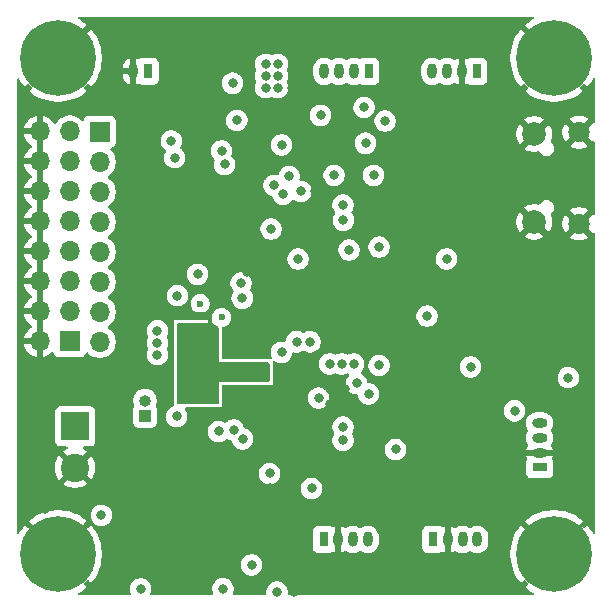
<source format=gbr>
G04 #@! TF.GenerationSoftware,KiCad,Pcbnew,9.0.2*
G04 #@! TF.CreationDate,2025-06-16T10:28:11-04:00*
G04 #@! TF.ProjectId,avionicsboard,6176696f-6e69-4637-9362-6f6172642e6b,rev?*
G04 #@! TF.SameCoordinates,Original*
G04 #@! TF.FileFunction,Copper,L2,Inr*
G04 #@! TF.FilePolarity,Positive*
%FSLAX46Y46*%
G04 Gerber Fmt 4.6, Leading zero omitted, Abs format (unit mm)*
G04 Created by KiCad (PCBNEW 9.0.2) date 2025-06-16 10:28:11*
%MOMM*%
%LPD*%
G01*
G04 APERTURE LIST*
G04 #@! TA.AperFunction,ComponentPad*
%ADD10R,0.800000X1.300000*%
G04 #@! TD*
G04 #@! TA.AperFunction,ComponentPad*
%ADD11O,0.800000X1.300000*%
G04 #@! TD*
G04 #@! TA.AperFunction,ComponentPad*
%ADD12R,1.300000X0.800000*%
G04 #@! TD*
G04 #@! TA.AperFunction,ComponentPad*
%ADD13O,1.300000X0.800000*%
G04 #@! TD*
G04 #@! TA.AperFunction,ComponentPad*
%ADD14R,1.000000X1.000000*%
G04 #@! TD*
G04 #@! TA.AperFunction,ComponentPad*
%ADD15O,1.000000X1.000000*%
G04 #@! TD*
G04 #@! TA.AperFunction,ComponentPad*
%ADD16R,1.700000X1.700000*%
G04 #@! TD*
G04 #@! TA.AperFunction,ComponentPad*
%ADD17O,1.700000X1.700000*%
G04 #@! TD*
G04 #@! TA.AperFunction,ComponentPad*
%ADD18C,0.800000*%
G04 #@! TD*
G04 #@! TA.AperFunction,ComponentPad*
%ADD19C,6.400000*%
G04 #@! TD*
G04 #@! TA.AperFunction,ComponentPad*
%ADD20R,2.400000X2.400000*%
G04 #@! TD*
G04 #@! TA.AperFunction,ComponentPad*
%ADD21C,2.400000*%
G04 #@! TD*
G04 #@! TA.AperFunction,ComponentPad*
%ADD22C,1.800000*%
G04 #@! TD*
G04 #@! TA.AperFunction,ComponentPad*
%ADD23C,2.000000*%
G04 #@! TD*
G04 #@! TA.AperFunction,ViaPad*
%ADD24C,0.800000*%
G04 #@! TD*
G04 #@! TA.AperFunction,ViaPad*
%ADD25C,0.600000*%
G04 #@! TD*
G04 #@! TA.AperFunction,Conductor*
%ADD26C,0.350000*%
G04 #@! TD*
G04 APERTURE END LIST*
D10*
X46482000Y-64770000D03*
D11*
X47732000Y-64770000D03*
X48982000Y-64770000D03*
X50232000Y-64770000D03*
D10*
X55753000Y-64770000D03*
D11*
X57003000Y-64770000D03*
X58253000Y-64770000D03*
X59503000Y-64770000D03*
D12*
X64770000Y-58674000D03*
D13*
X64770000Y-57424000D03*
X64770000Y-56174000D03*
X64770000Y-54924000D03*
D14*
X31369000Y-54292500D03*
D15*
X31369000Y-53022500D03*
D16*
X25000000Y-48000000D03*
D17*
X22460000Y-48000000D03*
X25000000Y-45460000D03*
X22460000Y-45460000D03*
X25000000Y-42920000D03*
X22460000Y-42920000D03*
X25000000Y-40380000D03*
X22460000Y-40380000D03*
X25000000Y-37840000D03*
X22460000Y-37840000D03*
X25000000Y-35300000D03*
X22460000Y-35300000D03*
X25000000Y-32760000D03*
X22460000Y-32760000D03*
X25000000Y-30220000D03*
X22460000Y-30220000D03*
D16*
X27541220Y-30251400D03*
D17*
X27541220Y-32791400D03*
X27541220Y-35331400D03*
X27541220Y-37871400D03*
X27541220Y-40411400D03*
X27541220Y-42951400D03*
X27541220Y-45491400D03*
X27541220Y-48031400D03*
D10*
X50292000Y-25146000D03*
D11*
X49042000Y-25146000D03*
X47792000Y-25146000D03*
X46542000Y-25146000D03*
D10*
X31623000Y-25146000D03*
D11*
X30373000Y-25146000D03*
D18*
X21600000Y-66000000D03*
X22302944Y-64302944D03*
X22302944Y-67697056D03*
X24000000Y-63600000D03*
D19*
X24000000Y-66000000D03*
D18*
X24000000Y-68400000D03*
X25697056Y-64302944D03*
X25697056Y-67697056D03*
X26400000Y-66000000D03*
X63600000Y-66000000D03*
X64302944Y-64302944D03*
X64302944Y-67697056D03*
X66000000Y-63600000D03*
D19*
X66000000Y-66000000D03*
D18*
X66000000Y-68400000D03*
X67697056Y-64302944D03*
X67697056Y-67697056D03*
X68400000Y-66000000D03*
X63600000Y-24000000D03*
X64302944Y-22302944D03*
X64302944Y-25697056D03*
X66000000Y-21600000D03*
D19*
X66000000Y-24000000D03*
D18*
X66000000Y-26400000D03*
X67697056Y-22302944D03*
X67697056Y-25697056D03*
X68400000Y-24000000D03*
X21600000Y-24000000D03*
X22302944Y-22302944D03*
X22302944Y-25697056D03*
X24000000Y-21600000D03*
D19*
X24000000Y-24000000D03*
D18*
X24000000Y-26400000D03*
X25697056Y-22302944D03*
X25697056Y-25697056D03*
X26400000Y-24000000D03*
D10*
X59436000Y-25146000D03*
D11*
X58186000Y-25146000D03*
X56936000Y-25146000D03*
X55686000Y-25146000D03*
D20*
X25463500Y-55181500D03*
D21*
X25463500Y-58681500D03*
D22*
X68117000Y-38038000D03*
D23*
X64317000Y-37888000D03*
X64317000Y-30438000D03*
D22*
X68117000Y-30288000D03*
D24*
X41579800Y-24536400D03*
X38785800Y-26136600D03*
X41579800Y-25501600D03*
X41579800Y-26517600D03*
X42595800Y-24536400D03*
X42595800Y-25501600D03*
X42595800Y-26517600D03*
X35814000Y-42316400D03*
X50723800Y-33934400D03*
X34112200Y-44119800D03*
X33883600Y-32435800D03*
X44577000Y-35306000D03*
X48158400Y-37744400D03*
X67206000Y-51077000D03*
X42545000Y-69215000D03*
X34036000Y-54356000D03*
X39141400Y-29286200D03*
X55245000Y-45847000D03*
X27668500Y-62720500D03*
X30988000Y-68961000D03*
X37966400Y-68929000D03*
X50038000Y-31216600D03*
X45466000Y-60452000D03*
X52578000Y-57150000D03*
X46228000Y-28854400D03*
X51181000Y-40005000D03*
X39598600Y-44348400D03*
X41910000Y-59182000D03*
X42926000Y-31369000D03*
D25*
X36033900Y-44796900D03*
D24*
X33598800Y-31018800D03*
X44196000Y-48031400D03*
X48133000Y-36449000D03*
X38100000Y-33020000D03*
X37515800Y-21463000D03*
X36499800Y-21463000D03*
X39547800Y-21463000D03*
X54610000Y-29210000D03*
X46990000Y-21488400D03*
X48260000Y-52070000D03*
X66040000Y-40640000D03*
X45720000Y-35306000D03*
X36957000Y-58801000D03*
X43942000Y-69215000D03*
X57150000Y-30480000D03*
X57150000Y-29210000D03*
X68580000Y-57150000D03*
X38811200Y-47117000D03*
X22860000Y-62230000D03*
X48260000Y-68580000D03*
X55880000Y-21488400D03*
X29235400Y-25146000D03*
X48260000Y-21488400D03*
X60960000Y-60960000D03*
X27940000Y-52070000D03*
X52578000Y-59944000D03*
X66264000Y-32863000D03*
X63500000Y-62230000D03*
X45720000Y-54610000D03*
X40005000Y-42082000D03*
X55880000Y-29210000D03*
D25*
X29464000Y-62484000D03*
D24*
X38100000Y-67310000D03*
X40640000Y-21590000D03*
X50800000Y-54610000D03*
X60960000Y-59690000D03*
X67310000Y-40640000D03*
X30480000Y-67310000D03*
X50800000Y-55880000D03*
X46990000Y-52070000D03*
X41910000Y-60452000D03*
X50800000Y-21488400D03*
X59690000Y-43180000D03*
X57150000Y-68580000D03*
X53340000Y-62230000D03*
X43180000Y-21590000D03*
X55880000Y-30480000D03*
X58420000Y-68580000D03*
X62230000Y-40640000D03*
X68580000Y-40640000D03*
X26670000Y-52070000D03*
X57150000Y-21488400D03*
X43840400Y-26517600D03*
X52070000Y-60960000D03*
X59690000Y-30480000D03*
X46990000Y-53340000D03*
X60960000Y-41910000D03*
X44704000Y-44704000D03*
X68580000Y-34290000D03*
X58420000Y-43180000D03*
X33528000Y-45720000D03*
X68580000Y-32893000D03*
X52959000Y-37084000D03*
D25*
X34340800Y-52832000D03*
D24*
X68580000Y-55880000D03*
X44450000Y-54610000D03*
X36957000Y-60071000D03*
X68580000Y-54610000D03*
X29210000Y-52070000D03*
X62230000Y-60960000D03*
X59690000Y-29210000D03*
X58420000Y-30480000D03*
X33020000Y-67310000D03*
X59690000Y-68580000D03*
D25*
X37287200Y-46990000D03*
D24*
X52070000Y-62230000D03*
X49530000Y-68580000D03*
X68580000Y-50927000D03*
X49555400Y-21488400D03*
X53340000Y-60960000D03*
X62230000Y-59690000D03*
X50800000Y-68580000D03*
X36957000Y-57531000D03*
X60960000Y-62230000D03*
X59690000Y-41910000D03*
X68580000Y-35560000D03*
X55880000Y-68580000D03*
X64770000Y-40640000D03*
X58674000Y-48895000D03*
X62230000Y-62230000D03*
X68580000Y-58420000D03*
X58420000Y-21488400D03*
X58420000Y-29210000D03*
D25*
X58039000Y-34493200D03*
D24*
X21590000Y-62230000D03*
X29235400Y-24130000D03*
X29235400Y-23114000D03*
X46990000Y-54610000D03*
X45720000Y-21488400D03*
X31750000Y-67310000D03*
X58420000Y-41910000D03*
X63500000Y-40640000D03*
X55880000Y-31750000D03*
X41910000Y-21590000D03*
X42672000Y-54356000D03*
X57150000Y-31750000D03*
X38531800Y-21463000D03*
X41910000Y-57912000D03*
X48260000Y-53340000D03*
D25*
X37846000Y-45974000D03*
D24*
X37846000Y-31877000D03*
X42926000Y-48920400D03*
X48641000Y-40259000D03*
X46064001Y-52795001D03*
X39497000Y-43053202D03*
X32419000Y-47083000D03*
X32419000Y-48107600D03*
X32419000Y-49115000D03*
X58928000Y-50165000D03*
X51181000Y-50038000D03*
X48133000Y-55245000D03*
X48133000Y-56388000D03*
X62661800Y-53873400D03*
X39624000Y-56261000D03*
X40386000Y-66929000D03*
X46990000Y-49911000D03*
X42037000Y-38481000D03*
X48006000Y-49911000D03*
X44323000Y-41021000D03*
X49022000Y-49911000D03*
X47371000Y-33939000D03*
X38862000Y-55499000D03*
X49276000Y-51562000D03*
X49911000Y-28194000D03*
X51689000Y-29337000D03*
X50292000Y-52451000D03*
X56896000Y-41021000D03*
X43053000Y-35560000D03*
X42291000Y-34798000D03*
X43561000Y-34036000D03*
X37592000Y-55626000D03*
X45339000Y-48031400D03*
D26*
X37033200Y-46990000D02*
X36880800Y-46837600D01*
X36880800Y-45872400D02*
X36728400Y-45720000D01*
X36728400Y-45720000D02*
X33528000Y-45720000D01*
X36880800Y-46837600D02*
X36880800Y-45872400D01*
X37287200Y-46990000D02*
X37033200Y-46990000D01*
G04 #@! TA.AperFunction,Conductor*
G36*
X22714000Y-47569297D02*
G01*
X22652993Y-47534075D01*
X22525826Y-47500000D01*
X22394174Y-47500000D01*
X22267007Y-47534075D01*
X22206000Y-47569297D01*
X22206000Y-45890702D01*
X22267007Y-45925925D01*
X22394174Y-45960000D01*
X22525826Y-45960000D01*
X22652993Y-45925925D01*
X22714000Y-45890702D01*
X22714000Y-47569297D01*
G37*
G04 #@! TD.AperFunction*
G04 #@! TA.AperFunction,Conductor*
G36*
X22714000Y-45029297D02*
G01*
X22652993Y-44994075D01*
X22525826Y-44960000D01*
X22394174Y-44960000D01*
X22267007Y-44994075D01*
X22206000Y-45029297D01*
X22206000Y-43350702D01*
X22267007Y-43385925D01*
X22394174Y-43420000D01*
X22525826Y-43420000D01*
X22652993Y-43385925D01*
X22714000Y-43350702D01*
X22714000Y-45029297D01*
G37*
G04 #@! TD.AperFunction*
G04 #@! TA.AperFunction,Conductor*
G36*
X22714000Y-42489297D02*
G01*
X22652993Y-42454075D01*
X22525826Y-42420000D01*
X22394174Y-42420000D01*
X22267007Y-42454075D01*
X22206000Y-42489297D01*
X22206000Y-40810702D01*
X22267007Y-40845925D01*
X22394174Y-40880000D01*
X22525826Y-40880000D01*
X22652993Y-40845925D01*
X22714000Y-40810702D01*
X22714000Y-42489297D01*
G37*
G04 #@! TD.AperFunction*
G04 #@! TA.AperFunction,Conductor*
G36*
X22714000Y-39949297D02*
G01*
X22652993Y-39914075D01*
X22525826Y-39880000D01*
X22394174Y-39880000D01*
X22267007Y-39914075D01*
X22206000Y-39949297D01*
X22206000Y-38270702D01*
X22267007Y-38305925D01*
X22394174Y-38340000D01*
X22525826Y-38340000D01*
X22652993Y-38305925D01*
X22714000Y-38270702D01*
X22714000Y-39949297D01*
G37*
G04 #@! TD.AperFunction*
G04 #@! TA.AperFunction,Conductor*
G36*
X22714000Y-37409297D02*
G01*
X22652993Y-37374075D01*
X22525826Y-37340000D01*
X22394174Y-37340000D01*
X22267007Y-37374075D01*
X22206000Y-37409297D01*
X22206000Y-35730702D01*
X22267007Y-35765925D01*
X22394174Y-35800000D01*
X22525826Y-35800000D01*
X22652993Y-35765925D01*
X22714000Y-35730702D01*
X22714000Y-37409297D01*
G37*
G04 #@! TD.AperFunction*
G04 #@! TA.AperFunction,Conductor*
G36*
X22714000Y-34869297D02*
G01*
X22652993Y-34834075D01*
X22525826Y-34800000D01*
X22394174Y-34800000D01*
X22267007Y-34834075D01*
X22206000Y-34869297D01*
X22206000Y-33190702D01*
X22267007Y-33225925D01*
X22394174Y-33260000D01*
X22525826Y-33260000D01*
X22652993Y-33225925D01*
X22714000Y-33190702D01*
X22714000Y-34869297D01*
G37*
G04 #@! TD.AperFunction*
G04 #@! TA.AperFunction,Conductor*
G36*
X22714000Y-32329297D02*
G01*
X22652993Y-32294075D01*
X22525826Y-32260000D01*
X22394174Y-32260000D01*
X22267007Y-32294075D01*
X22206000Y-32329297D01*
X22206000Y-30650702D01*
X22267007Y-30685925D01*
X22394174Y-30720000D01*
X22525826Y-30720000D01*
X22652993Y-30685925D01*
X22714000Y-30650702D01*
X22714000Y-32329297D01*
G37*
G04 #@! TD.AperFunction*
G04 #@! TA.AperFunction,Conductor*
G36*
X64183101Y-20501969D02*
G01*
X64188208Y-20500906D01*
X64216818Y-20511869D01*
X64246219Y-20520502D01*
X64249634Y-20524444D01*
X64254504Y-20526310D01*
X64272643Y-20550998D01*
X64292712Y-20574158D01*
X64293454Y-20579320D01*
X64296542Y-20583523D01*
X64298455Y-20614101D01*
X64302816Y-20644432D01*
X64300649Y-20649176D01*
X64300975Y-20654381D01*
X64286048Y-20681145D01*
X64273322Y-20709012D01*
X64268248Y-20713063D01*
X64266395Y-20716387D01*
X64237494Y-20737622D01*
X64091405Y-20815708D01*
X63788481Y-21018115D01*
X63562655Y-21203445D01*
X63562655Y-21203446D01*
X65062577Y-22703368D01*
X64957670Y-22779588D01*
X64779588Y-22957670D01*
X64703368Y-23062577D01*
X63894007Y-22253216D01*
X64052944Y-22253216D01*
X64052944Y-22352672D01*
X64091004Y-22444558D01*
X64161330Y-22514884D01*
X64253216Y-22552944D01*
X64352672Y-22552944D01*
X64444558Y-22514884D01*
X64514884Y-22444558D01*
X64552944Y-22352672D01*
X64552944Y-22253216D01*
X64514884Y-22161330D01*
X64444558Y-22091004D01*
X64352672Y-22052944D01*
X64253216Y-22052944D01*
X64161330Y-22091004D01*
X64091004Y-22161330D01*
X64052944Y-22253216D01*
X63894007Y-22253216D01*
X63203446Y-21562655D01*
X63203445Y-21562655D01*
X63018115Y-21788481D01*
X62815708Y-22091405D01*
X62643965Y-22412713D01*
X62504545Y-22749301D01*
X62504544Y-22749305D01*
X62398782Y-23097956D01*
X62327711Y-23455261D01*
X62327708Y-23455281D01*
X62292000Y-23817831D01*
X62292000Y-24182168D01*
X62327708Y-24544718D01*
X62327711Y-24544738D01*
X62398782Y-24902043D01*
X62504544Y-25250694D01*
X62504545Y-25250698D01*
X62643965Y-25587286D01*
X62815708Y-25908594D01*
X63018110Y-26211510D01*
X63018121Y-26211525D01*
X63203445Y-26437342D01*
X63395508Y-26245280D01*
X63457821Y-26211255D01*
X63528636Y-26216319D01*
X63585472Y-26258866D01*
X63589368Y-26264372D01*
X63593973Y-26271263D01*
X63597266Y-26276191D01*
X63723809Y-26402734D01*
X63735624Y-26410629D01*
X63781152Y-26465104D01*
X63790001Y-26535547D01*
X63759361Y-26599592D01*
X63754719Y-26604489D01*
X63562655Y-26796552D01*
X63788485Y-26981886D01*
X63788491Y-26981891D01*
X64091405Y-27184291D01*
X64412713Y-27356034D01*
X64749301Y-27495454D01*
X64749305Y-27495455D01*
X65097956Y-27601217D01*
X65455261Y-27672288D01*
X65455281Y-27672291D01*
X65817831Y-27707999D01*
X65817847Y-27708000D01*
X66182153Y-27708000D01*
X66182168Y-27707999D01*
X66544718Y-27672291D01*
X66544738Y-27672288D01*
X66902043Y-27601217D01*
X67250694Y-27495455D01*
X67250698Y-27495454D01*
X67587286Y-27356034D01*
X67908594Y-27184291D01*
X68211508Y-26981891D01*
X68211514Y-26981886D01*
X68437343Y-26796552D01*
X68245280Y-26604489D01*
X68211254Y-26542177D01*
X68216319Y-26471362D01*
X68258866Y-26414526D01*
X68264330Y-26410658D01*
X68276191Y-26402734D01*
X68402734Y-26276191D01*
X68410630Y-26264373D01*
X68465101Y-26218847D01*
X68535544Y-26209997D01*
X68599589Y-26240635D01*
X68604489Y-26245280D01*
X68796552Y-26437343D01*
X68981886Y-26211514D01*
X68981891Y-26211508D01*
X69184291Y-25908594D01*
X69262378Y-25762505D01*
X69312130Y-25711857D01*
X69381367Y-25696147D01*
X69448106Y-25720363D01*
X69491158Y-25776816D01*
X69499500Y-25821901D01*
X69499500Y-29407627D01*
X69479498Y-29475748D01*
X69425842Y-29522241D01*
X69355568Y-29532345D01*
X69290988Y-29502851D01*
X69277483Y-29488138D01*
X69276173Y-29488035D01*
X68682807Y-30081401D01*
X68676111Y-30056409D01*
X68597119Y-29919592D01*
X68485408Y-29807881D01*
X68348591Y-29728889D01*
X68323596Y-29722191D01*
X68916963Y-29128824D01*
X68854952Y-29083770D01*
X68657485Y-28983156D01*
X68657483Y-28983155D01*
X68446710Y-28914670D01*
X68227809Y-28880000D01*
X68006191Y-28880000D01*
X67787289Y-28914670D01*
X67576516Y-28983155D01*
X67576514Y-28983156D01*
X67379043Y-29083772D01*
X67317035Y-29128823D01*
X67317035Y-29128825D01*
X67910402Y-29722192D01*
X67885409Y-29728889D01*
X67748592Y-29807881D01*
X67636881Y-29919592D01*
X67557889Y-30056409D01*
X67551192Y-30081402D01*
X66957825Y-29488035D01*
X66957823Y-29488035D01*
X66912772Y-29550043D01*
X66812156Y-29747514D01*
X66812155Y-29747516D01*
X66743670Y-29958289D01*
X66709000Y-30177191D01*
X66709000Y-30398808D01*
X66743670Y-30617710D01*
X66812155Y-30828483D01*
X66812156Y-30828485D01*
X66912770Y-31025952D01*
X66957824Y-31087963D01*
X67551191Y-30494596D01*
X67557889Y-30519591D01*
X67636881Y-30656408D01*
X67748592Y-30768119D01*
X67885409Y-30847111D01*
X67910401Y-30853807D01*
X67317035Y-31447173D01*
X67317035Y-31447174D01*
X67379047Y-31492229D01*
X67576514Y-31592843D01*
X67576516Y-31592844D01*
X67787289Y-31661329D01*
X68006191Y-31696000D01*
X68227809Y-31696000D01*
X68446710Y-31661329D01*
X68657483Y-31592844D01*
X68657485Y-31592843D01*
X68854954Y-31492228D01*
X68854956Y-31492227D01*
X68916963Y-31447175D01*
X68916964Y-31447174D01*
X68323597Y-30853807D01*
X68348591Y-30847111D01*
X68485408Y-30768119D01*
X68597119Y-30656408D01*
X68676111Y-30519591D01*
X68682808Y-30494597D01*
X69276174Y-31087964D01*
X69280203Y-31087646D01*
X69327787Y-31050956D01*
X69398523Y-31044881D01*
X69461315Y-31078013D01*
X69496226Y-31139833D01*
X69499500Y-31168371D01*
X69499500Y-37157627D01*
X69479498Y-37225748D01*
X69425842Y-37272241D01*
X69355568Y-37282345D01*
X69290988Y-37252851D01*
X69277483Y-37238138D01*
X69276173Y-37238035D01*
X68682807Y-37831401D01*
X68676111Y-37806409D01*
X68597119Y-37669592D01*
X68485408Y-37557881D01*
X68348591Y-37478889D01*
X68323596Y-37472191D01*
X68916963Y-36878824D01*
X68854952Y-36833770D01*
X68657485Y-36733156D01*
X68657483Y-36733155D01*
X68446710Y-36664670D01*
X68227809Y-36630000D01*
X68006191Y-36630000D01*
X67787289Y-36664670D01*
X67576516Y-36733155D01*
X67576514Y-36733156D01*
X67379043Y-36833772D01*
X67317035Y-36878823D01*
X67317035Y-36878825D01*
X67910402Y-37472192D01*
X67885409Y-37478889D01*
X67748592Y-37557881D01*
X67636881Y-37669592D01*
X67557889Y-37806409D01*
X67551192Y-37831402D01*
X66957825Y-37238035D01*
X66957823Y-37238035D01*
X66912772Y-37300043D01*
X66812156Y-37497514D01*
X66812155Y-37497516D01*
X66743670Y-37708289D01*
X66709000Y-37927191D01*
X66709000Y-38148808D01*
X66743670Y-38367710D01*
X66812155Y-38578483D01*
X66812156Y-38578485D01*
X66912770Y-38775952D01*
X66957824Y-38837963D01*
X67551191Y-38244596D01*
X67557889Y-38269591D01*
X67636881Y-38406408D01*
X67748592Y-38518119D01*
X67885409Y-38597111D01*
X67910401Y-38603807D01*
X67317035Y-39197173D01*
X67317035Y-39197174D01*
X67379047Y-39242229D01*
X67576514Y-39342843D01*
X67576516Y-39342844D01*
X67787289Y-39411329D01*
X68006191Y-39446000D01*
X68227809Y-39446000D01*
X68446710Y-39411329D01*
X68657483Y-39342844D01*
X68657485Y-39342843D01*
X68854954Y-39242228D01*
X68854956Y-39242227D01*
X68916963Y-39197175D01*
X68916964Y-39197174D01*
X68323597Y-38603807D01*
X68348591Y-38597111D01*
X68485408Y-38518119D01*
X68597119Y-38406408D01*
X68676111Y-38269591D01*
X68682808Y-38244597D01*
X69276174Y-38837964D01*
X69280203Y-38837646D01*
X69327787Y-38800956D01*
X69398523Y-38794881D01*
X69461315Y-38828013D01*
X69496226Y-38889833D01*
X69499500Y-38918371D01*
X69499500Y-64178098D01*
X69479498Y-64246219D01*
X69425842Y-64292712D01*
X69355568Y-64302816D01*
X69290988Y-64273322D01*
X69262378Y-64237494D01*
X69184291Y-64091405D01*
X68981891Y-63788491D01*
X68981886Y-63788485D01*
X68796552Y-63562655D01*
X68604489Y-63754719D01*
X68542177Y-63788744D01*
X68471361Y-63783679D01*
X68414526Y-63741132D01*
X68410637Y-63735636D01*
X68402734Y-63723809D01*
X68276191Y-63597266D01*
X68276184Y-63597261D01*
X68264372Y-63589368D01*
X68218845Y-63534891D01*
X68209998Y-63464447D01*
X68240640Y-63400404D01*
X68245280Y-63395508D01*
X68437343Y-63203445D01*
X68211525Y-63018121D01*
X68211510Y-63018110D01*
X67908594Y-62815708D01*
X67587286Y-62643965D01*
X67250698Y-62504545D01*
X67250694Y-62504544D01*
X66902043Y-62398782D01*
X66544738Y-62327711D01*
X66544718Y-62327708D01*
X66182168Y-62292000D01*
X65817831Y-62292000D01*
X65455281Y-62327708D01*
X65455261Y-62327711D01*
X65097956Y-62398782D01*
X64749305Y-62504544D01*
X64749301Y-62504545D01*
X64412713Y-62643965D01*
X64091405Y-62815708D01*
X63788481Y-63018115D01*
X63562655Y-63203445D01*
X63562655Y-63203446D01*
X65062577Y-64703368D01*
X64957670Y-64779588D01*
X64779588Y-64957670D01*
X64703368Y-65062577D01*
X63894007Y-64253216D01*
X64052944Y-64253216D01*
X64052944Y-64352672D01*
X64091004Y-64444558D01*
X64161330Y-64514884D01*
X64253216Y-64552944D01*
X64352672Y-64552944D01*
X64444558Y-64514884D01*
X64514884Y-64444558D01*
X64552944Y-64352672D01*
X64552944Y-64253216D01*
X64514884Y-64161330D01*
X64444558Y-64091004D01*
X64352672Y-64052944D01*
X64253216Y-64052944D01*
X64161330Y-64091004D01*
X64091004Y-64161330D01*
X64052944Y-64253216D01*
X63894007Y-64253216D01*
X63203446Y-63562655D01*
X63203445Y-63562655D01*
X63018115Y-63788481D01*
X62815708Y-64091405D01*
X62643965Y-64412713D01*
X62504545Y-64749301D01*
X62504544Y-64749305D01*
X62398782Y-65097956D01*
X62327711Y-65455261D01*
X62327708Y-65455281D01*
X62292000Y-65817831D01*
X62292000Y-66182168D01*
X62327708Y-66544718D01*
X62327711Y-66544738D01*
X62398782Y-66902043D01*
X62504544Y-67250694D01*
X62504545Y-67250698D01*
X62643965Y-67587286D01*
X62815708Y-67908594D01*
X63018110Y-68211510D01*
X63018121Y-68211525D01*
X63203445Y-68437342D01*
X63395508Y-68245280D01*
X63457821Y-68211255D01*
X63528636Y-68216319D01*
X63585472Y-68258866D01*
X63589368Y-68264372D01*
X63597263Y-68276187D01*
X63597266Y-68276191D01*
X63723809Y-68402734D01*
X63735624Y-68410629D01*
X63781152Y-68465104D01*
X63790001Y-68535547D01*
X63759361Y-68599592D01*
X63754719Y-68604489D01*
X63562655Y-68796552D01*
X63788485Y-68981886D01*
X63788491Y-68981891D01*
X64091405Y-69184291D01*
X64237494Y-69262378D01*
X64288142Y-69312130D01*
X64303852Y-69381367D01*
X64279636Y-69448106D01*
X64223182Y-69491158D01*
X64178098Y-69499500D01*
X43568240Y-69499500D01*
X43500119Y-69479498D01*
X43453626Y-69425842D01*
X43443522Y-69355568D01*
X43444661Y-69348919D01*
X43453499Y-69304484D01*
X43453500Y-69304477D01*
X43453500Y-69125522D01*
X43453499Y-69125518D01*
X43445695Y-69086283D01*
X43418587Y-68950000D01*
X43350102Y-68784664D01*
X43250678Y-68635865D01*
X43124135Y-68509322D01*
X42975336Y-68409898D01*
X42858429Y-68361473D01*
X42810003Y-68341414D01*
X42810001Y-68341413D01*
X42810000Y-68341413D01*
X42721645Y-68323838D01*
X42634481Y-68306500D01*
X42634479Y-68306500D01*
X42455521Y-68306500D01*
X42455518Y-68306500D01*
X42324771Y-68332507D01*
X42280000Y-68341413D01*
X42279999Y-68341413D01*
X42279996Y-68341414D01*
X42114662Y-68409899D01*
X41965869Y-68509319D01*
X41965862Y-68509324D01*
X41839324Y-68635862D01*
X41839319Y-68635869D01*
X41739899Y-68784662D01*
X41671414Y-68949996D01*
X41636500Y-69125518D01*
X41636500Y-69304484D01*
X41645339Y-69348919D01*
X41639011Y-69419633D01*
X41595456Y-69475700D01*
X41528503Y-69499319D01*
X41521760Y-69499500D01*
X38902017Y-69499500D01*
X38833896Y-69479498D01*
X38787403Y-69425842D01*
X38777299Y-69355568D01*
X38785608Y-69325281D01*
X38787266Y-69321278D01*
X38839987Y-69194000D01*
X38874900Y-69018479D01*
X38874900Y-68839521D01*
X38839987Y-68664000D01*
X38771502Y-68498664D01*
X38672078Y-68349865D01*
X38545535Y-68223322D01*
X38396736Y-68123898D01*
X38279829Y-68075473D01*
X38231403Y-68055414D01*
X38231401Y-68055413D01*
X38231400Y-68055413D01*
X38143045Y-68037838D01*
X38055881Y-68020500D01*
X38055879Y-68020500D01*
X37876921Y-68020500D01*
X37876918Y-68020500D01*
X37746171Y-68046507D01*
X37701400Y-68055413D01*
X37701399Y-68055413D01*
X37701396Y-68055414D01*
X37536062Y-68123899D01*
X37387269Y-68223319D01*
X37387262Y-68223324D01*
X37260724Y-68349862D01*
X37260719Y-68349869D01*
X37179541Y-68471362D01*
X37161298Y-68498664D01*
X37148044Y-68530662D01*
X37092814Y-68663996D01*
X37057900Y-68839518D01*
X37057900Y-69018481D01*
X37092814Y-69194003D01*
X37121136Y-69262378D01*
X37141744Y-69312130D01*
X37147192Y-69325281D01*
X37154781Y-69395871D01*
X37123002Y-69459358D01*
X37061944Y-69495586D01*
X37030783Y-69499500D01*
X31936872Y-69499500D01*
X31868751Y-69479498D01*
X31822258Y-69425842D01*
X31812154Y-69355568D01*
X31820463Y-69325281D01*
X31827414Y-69308500D01*
X31861587Y-69226000D01*
X31896500Y-69050479D01*
X31896500Y-68871521D01*
X31861587Y-68696000D01*
X31793102Y-68530664D01*
X31693678Y-68381865D01*
X31567135Y-68255322D01*
X31418336Y-68155898D01*
X31301429Y-68107473D01*
X31253003Y-68087414D01*
X31253001Y-68087413D01*
X31253000Y-68087413D01*
X31164645Y-68069838D01*
X31077481Y-68052500D01*
X31077479Y-68052500D01*
X30898521Y-68052500D01*
X30898518Y-68052500D01*
X30767771Y-68078507D01*
X30723000Y-68087413D01*
X30722999Y-68087413D01*
X30722996Y-68087414D01*
X30557662Y-68155899D01*
X30408869Y-68255319D01*
X30408862Y-68255324D01*
X30282324Y-68381862D01*
X30282319Y-68381869D01*
X30204280Y-68498664D01*
X30182898Y-68530664D01*
X30178129Y-68542177D01*
X30114414Y-68695996D01*
X30079500Y-68871518D01*
X30079500Y-68871521D01*
X30079500Y-69050479D01*
X30108048Y-69194003D01*
X30114414Y-69226003D01*
X30155537Y-69325281D01*
X30163126Y-69395871D01*
X30131347Y-69459358D01*
X30070289Y-69495586D01*
X30039128Y-69499500D01*
X25821902Y-69499500D01*
X25753781Y-69479498D01*
X25707288Y-69425842D01*
X25697184Y-69355568D01*
X25726678Y-69290988D01*
X25762506Y-69262378D01*
X25908594Y-69184291D01*
X26211508Y-68981891D01*
X26211514Y-68981886D01*
X26437343Y-68796552D01*
X26245280Y-68604489D01*
X26211254Y-68542177D01*
X26216319Y-68471362D01*
X26258866Y-68414526D01*
X26264330Y-68410658D01*
X26276191Y-68402734D01*
X26402734Y-68276191D01*
X26410630Y-68264373D01*
X26465101Y-68218847D01*
X26535544Y-68209997D01*
X26599589Y-68240635D01*
X26604489Y-68245280D01*
X26796552Y-68437343D01*
X26981886Y-68211514D01*
X26981891Y-68211508D01*
X27184291Y-67908594D01*
X27356034Y-67587286D01*
X27495454Y-67250698D01*
X27495455Y-67250694D01*
X27601217Y-66902043D01*
X27613654Y-66839518D01*
X39477500Y-66839518D01*
X39477500Y-66839521D01*
X39477500Y-67018479D01*
X39512413Y-67194000D01*
X39580898Y-67359336D01*
X39680322Y-67508135D01*
X39806865Y-67634678D01*
X39955664Y-67734102D01*
X40121000Y-67802587D01*
X40296521Y-67837500D01*
X40296522Y-67837500D01*
X40475478Y-67837500D01*
X40475479Y-67837500D01*
X40651000Y-67802587D01*
X40816336Y-67734102D01*
X40965135Y-67634678D01*
X41091678Y-67508135D01*
X41191102Y-67359336D01*
X41259587Y-67194000D01*
X41294500Y-67018479D01*
X41294500Y-66839521D01*
X41259587Y-66664000D01*
X41191102Y-66498664D01*
X41091678Y-66349865D01*
X40965135Y-66223322D01*
X40816336Y-66123898D01*
X40699429Y-66075473D01*
X40651003Y-66055414D01*
X40651001Y-66055413D01*
X40651000Y-66055413D01*
X40562645Y-66037838D01*
X40475481Y-66020500D01*
X40475479Y-66020500D01*
X40296521Y-66020500D01*
X40296518Y-66020500D01*
X40165771Y-66046507D01*
X40121000Y-66055413D01*
X40120999Y-66055413D01*
X40120996Y-66055414D01*
X39955662Y-66123899D01*
X39806869Y-66223319D01*
X39806862Y-66223324D01*
X39680324Y-66349862D01*
X39680319Y-66349869D01*
X39580899Y-66498662D01*
X39512414Y-66663996D01*
X39477500Y-66839518D01*
X27613654Y-66839518D01*
X27619774Y-66808750D01*
X27672288Y-66544738D01*
X27672291Y-66544718D01*
X27707999Y-66182168D01*
X27708000Y-66182152D01*
X27708000Y-65817847D01*
X27707999Y-65817831D01*
X27672291Y-65455281D01*
X27672288Y-65455261D01*
X27601217Y-65097956D01*
X27495455Y-64749305D01*
X27495454Y-64749301D01*
X27356034Y-64412713D01*
X27203524Y-64127386D01*
X27203523Y-64127385D01*
X27184289Y-64091401D01*
X27170891Y-64071350D01*
X45573500Y-64071350D01*
X45573500Y-65468649D01*
X45580009Y-65529196D01*
X45580011Y-65529204D01*
X45631110Y-65666202D01*
X45631112Y-65666207D01*
X45718738Y-65783261D01*
X45835792Y-65870887D01*
X45835794Y-65870888D01*
X45835796Y-65870889D01*
X45894875Y-65892924D01*
X45972795Y-65921988D01*
X45972803Y-65921990D01*
X46033350Y-65928499D01*
X46033355Y-65928499D01*
X46033362Y-65928500D01*
X46033368Y-65928500D01*
X46930632Y-65928500D01*
X46930638Y-65928500D01*
X46930645Y-65928499D01*
X46930649Y-65928499D01*
X46991196Y-65921990D01*
X46991197Y-65921989D01*
X46991201Y-65921989D01*
X47128204Y-65870889D01*
X47172401Y-65837803D01*
X47238918Y-65812991D01*
X47295059Y-65824999D01*
X47296182Y-65822290D01*
X47467142Y-65893104D01*
X47467141Y-65893104D01*
X47478000Y-65895263D01*
X47478000Y-64720272D01*
X47482000Y-64720272D01*
X47482000Y-64819728D01*
X47520060Y-64911614D01*
X47590386Y-64981940D01*
X47682272Y-65020000D01*
X47781728Y-65020000D01*
X47873614Y-64981940D01*
X47943940Y-64911614D01*
X47982000Y-64819728D01*
X47982000Y-64720272D01*
X47943940Y-64628386D01*
X47873614Y-64558060D01*
X47781728Y-64520000D01*
X47682272Y-64520000D01*
X47590386Y-64558060D01*
X47520060Y-64628386D01*
X47482000Y-64720272D01*
X47478000Y-64720272D01*
X47478000Y-63644735D01*
X47986000Y-63644735D01*
X47986000Y-65895262D01*
X47996857Y-65893104D01*
X48162096Y-65824660D01*
X48286546Y-65741504D01*
X48354299Y-65720289D01*
X48422766Y-65739072D01*
X48426534Y-65741493D01*
X48551664Y-65825102D01*
X48717000Y-65893587D01*
X48892521Y-65928500D01*
X48892522Y-65928500D01*
X49071478Y-65928500D01*
X49071479Y-65928500D01*
X49247000Y-65893587D01*
X49412336Y-65825102D01*
X49537000Y-65741804D01*
X49604751Y-65720590D01*
X49673218Y-65739373D01*
X49676971Y-65741785D01*
X49801664Y-65825102D01*
X49967000Y-65893587D01*
X50142521Y-65928500D01*
X50142522Y-65928500D01*
X50321478Y-65928500D01*
X50321479Y-65928500D01*
X50497000Y-65893587D01*
X50662336Y-65825102D01*
X50811135Y-65725678D01*
X50937678Y-65599135D01*
X51037102Y-65450336D01*
X51105587Y-65285000D01*
X51140500Y-65109479D01*
X51140500Y-64430521D01*
X51105587Y-64255000D01*
X51098336Y-64237494D01*
X51048108Y-64116233D01*
X51048096Y-64116206D01*
X51037821Y-64091401D01*
X51037102Y-64089664D01*
X51024865Y-64071350D01*
X54844500Y-64071350D01*
X54844500Y-65468649D01*
X54851009Y-65529196D01*
X54851011Y-65529204D01*
X54902110Y-65666202D01*
X54902112Y-65666207D01*
X54989738Y-65783261D01*
X55106792Y-65870887D01*
X55106794Y-65870888D01*
X55106796Y-65870889D01*
X55165875Y-65892924D01*
X55243795Y-65921988D01*
X55243803Y-65921990D01*
X55304350Y-65928499D01*
X55304355Y-65928499D01*
X55304362Y-65928500D01*
X55304368Y-65928500D01*
X56201632Y-65928500D01*
X56201638Y-65928500D01*
X56201645Y-65928499D01*
X56201649Y-65928499D01*
X56262196Y-65921990D01*
X56262197Y-65921989D01*
X56262201Y-65921989D01*
X56399204Y-65870889D01*
X56443401Y-65837803D01*
X56509918Y-65812991D01*
X56566059Y-65824999D01*
X56567182Y-65822290D01*
X56738142Y-65893104D01*
X56738141Y-65893104D01*
X56749000Y-65895263D01*
X56749000Y-64720272D01*
X56753000Y-64720272D01*
X56753000Y-64819728D01*
X56791060Y-64911614D01*
X56861386Y-64981940D01*
X56953272Y-65020000D01*
X57052728Y-65020000D01*
X57144614Y-64981940D01*
X57214940Y-64911614D01*
X57253000Y-64819728D01*
X57253000Y-64720272D01*
X57214940Y-64628386D01*
X57144614Y-64558060D01*
X57052728Y-64520000D01*
X56953272Y-64520000D01*
X56861386Y-64558060D01*
X56791060Y-64628386D01*
X56753000Y-64720272D01*
X56749000Y-64720272D01*
X56749000Y-63644735D01*
X57257000Y-63644735D01*
X57257000Y-65895262D01*
X57267857Y-65893104D01*
X57433096Y-65824660D01*
X57557546Y-65741504D01*
X57625299Y-65720289D01*
X57693766Y-65739072D01*
X57697534Y-65741493D01*
X57822664Y-65825102D01*
X57988000Y-65893587D01*
X58163521Y-65928500D01*
X58163522Y-65928500D01*
X58342478Y-65928500D01*
X58342479Y-65928500D01*
X58518000Y-65893587D01*
X58683336Y-65825102D01*
X58808000Y-65741804D01*
X58875751Y-65720590D01*
X58944218Y-65739373D01*
X58947971Y-65741785D01*
X59072664Y-65825102D01*
X59238000Y-65893587D01*
X59413521Y-65928500D01*
X59413522Y-65928500D01*
X59592478Y-65928500D01*
X59592479Y-65928500D01*
X59768000Y-65893587D01*
X59933336Y-65825102D01*
X60082135Y-65725678D01*
X60208678Y-65599135D01*
X60308102Y-65450336D01*
X60376587Y-65285000D01*
X60411500Y-65109479D01*
X60411500Y-64430521D01*
X60376587Y-64255000D01*
X60308102Y-64089664D01*
X60208678Y-63940865D01*
X60082135Y-63814322D01*
X59933336Y-63714898D01*
X59816429Y-63666473D01*
X59768003Y-63646414D01*
X59768001Y-63646413D01*
X59768000Y-63646413D01*
X59679645Y-63628838D01*
X59592481Y-63611500D01*
X59592479Y-63611500D01*
X59413521Y-63611500D01*
X59413518Y-63611500D01*
X59282771Y-63637507D01*
X59238000Y-63646413D01*
X59237999Y-63646413D01*
X59237996Y-63646414D01*
X59072662Y-63714899D01*
X58948002Y-63798194D01*
X58880249Y-63819409D01*
X58811782Y-63800626D01*
X58807998Y-63798194D01*
X58745954Y-63756738D01*
X58683336Y-63714898D01*
X58566429Y-63666473D01*
X58518003Y-63646414D01*
X58518001Y-63646413D01*
X58518000Y-63646413D01*
X58429645Y-63628838D01*
X58342481Y-63611500D01*
X58342479Y-63611500D01*
X58163521Y-63611500D01*
X58163518Y-63611500D01*
X58032771Y-63637507D01*
X57988000Y-63646413D01*
X57987999Y-63646413D01*
X57987996Y-63646414D01*
X57822663Y-63714898D01*
X57697550Y-63798496D01*
X57629797Y-63819710D01*
X57561331Y-63800927D01*
X57557547Y-63798495D01*
X57433098Y-63715341D01*
X57267857Y-63646895D01*
X57267854Y-63646894D01*
X57257000Y-63644735D01*
X56749000Y-63644735D01*
X56738145Y-63646894D01*
X56738142Y-63646895D01*
X56567182Y-63717710D01*
X56566175Y-63715281D01*
X56507228Y-63726786D01*
X56443402Y-63702197D01*
X56399204Y-63669111D01*
X56399202Y-63669110D01*
X56399201Y-63669109D01*
X56262204Y-63618011D01*
X56262196Y-63618009D01*
X56201649Y-63611500D01*
X56201638Y-63611500D01*
X55304362Y-63611500D01*
X55304350Y-63611500D01*
X55243803Y-63618009D01*
X55243795Y-63618011D01*
X55106797Y-63669110D01*
X55106792Y-63669112D01*
X54989738Y-63756738D01*
X54902112Y-63873792D01*
X54902110Y-63873797D01*
X54851011Y-64010795D01*
X54851009Y-64010803D01*
X54844500Y-64071350D01*
X51024865Y-64071350D01*
X50937678Y-63940865D01*
X50811135Y-63814322D01*
X50662336Y-63714898D01*
X50545429Y-63666473D01*
X50497003Y-63646414D01*
X50497001Y-63646413D01*
X50497000Y-63646413D01*
X50408645Y-63628838D01*
X50321481Y-63611500D01*
X50321479Y-63611500D01*
X50142521Y-63611500D01*
X50142518Y-63611500D01*
X50011771Y-63637507D01*
X49967000Y-63646413D01*
X49966999Y-63646413D01*
X49966996Y-63646414D01*
X49801662Y-63714899D01*
X49677002Y-63798194D01*
X49609249Y-63819409D01*
X49540782Y-63800626D01*
X49536998Y-63798194D01*
X49474954Y-63756738D01*
X49412336Y-63714898D01*
X49295429Y-63666473D01*
X49247003Y-63646414D01*
X49247001Y-63646413D01*
X49247000Y-63646413D01*
X49158645Y-63628838D01*
X49071481Y-63611500D01*
X49071479Y-63611500D01*
X48892521Y-63611500D01*
X48892518Y-63611500D01*
X48761771Y-63637507D01*
X48717000Y-63646413D01*
X48716999Y-63646413D01*
X48716996Y-63646414D01*
X48551663Y-63714898D01*
X48426550Y-63798496D01*
X48358797Y-63819710D01*
X48290331Y-63800927D01*
X48286547Y-63798495D01*
X48162098Y-63715341D01*
X47996857Y-63646895D01*
X47996854Y-63646894D01*
X47986000Y-63644735D01*
X47478000Y-63644735D01*
X47467145Y-63646894D01*
X47467142Y-63646895D01*
X47296182Y-63717710D01*
X47295175Y-63715281D01*
X47236228Y-63726786D01*
X47172402Y-63702197D01*
X47128204Y-63669111D01*
X47128202Y-63669110D01*
X47128201Y-63669109D01*
X46991204Y-63618011D01*
X46991196Y-63618009D01*
X46930649Y-63611500D01*
X46930638Y-63611500D01*
X46033362Y-63611500D01*
X46033350Y-63611500D01*
X45972803Y-63618009D01*
X45972795Y-63618011D01*
X45835797Y-63669110D01*
X45835792Y-63669112D01*
X45718738Y-63756738D01*
X45631112Y-63873792D01*
X45631110Y-63873797D01*
X45580011Y-64010795D01*
X45580009Y-64010803D01*
X45573500Y-64071350D01*
X27170891Y-64071350D01*
X26981891Y-63788491D01*
X26981886Y-63788485D01*
X26796552Y-63562655D01*
X26604489Y-63754719D01*
X26542177Y-63788744D01*
X26471361Y-63783679D01*
X26414526Y-63741132D01*
X26410637Y-63735636D01*
X26402734Y-63723809D01*
X26276191Y-63597266D01*
X26276184Y-63597261D01*
X26264372Y-63589368D01*
X26218845Y-63534891D01*
X26209998Y-63464447D01*
X26240640Y-63400404D01*
X26245280Y-63395508D01*
X26437343Y-63203445D01*
X26211525Y-63018121D01*
X26211510Y-63018110D01*
X25908594Y-62815708D01*
X25759383Y-62735953D01*
X25587286Y-62643965D01*
X25556029Y-62631018D01*
X26760000Y-62631018D01*
X26760000Y-62809981D01*
X26776777Y-62894322D01*
X26794913Y-62985500D01*
X26863398Y-63150836D01*
X26962822Y-63299635D01*
X27089365Y-63426178D01*
X27238164Y-63525602D01*
X27403500Y-63594087D01*
X27579021Y-63629000D01*
X27579022Y-63629000D01*
X27757978Y-63629000D01*
X27757979Y-63629000D01*
X27933500Y-63594087D01*
X28098836Y-63525602D01*
X28247635Y-63426178D01*
X28374178Y-63299635D01*
X28473602Y-63150836D01*
X28542087Y-62985500D01*
X28577000Y-62809979D01*
X28577000Y-62631021D01*
X28542087Y-62455500D01*
X28473602Y-62290164D01*
X28374178Y-62141365D01*
X28247635Y-62014822D01*
X28098836Y-61915398D01*
X27981929Y-61866973D01*
X27933503Y-61846914D01*
X27933501Y-61846913D01*
X27933500Y-61846913D01*
X27845145Y-61829338D01*
X27757981Y-61812000D01*
X27757979Y-61812000D01*
X27579021Y-61812000D01*
X27579018Y-61812000D01*
X27448271Y-61838007D01*
X27403500Y-61846913D01*
X27403499Y-61846913D01*
X27403496Y-61846914D01*
X27238162Y-61915399D01*
X27089369Y-62014819D01*
X27089362Y-62014824D01*
X26962824Y-62141362D01*
X26962822Y-62141365D01*
X26863398Y-62290164D01*
X26849216Y-62324402D01*
X26794914Y-62455496D01*
X26760000Y-62631018D01*
X25556029Y-62631018D01*
X25250698Y-62504545D01*
X25250694Y-62504544D01*
X24902043Y-62398782D01*
X24544738Y-62327711D01*
X24544718Y-62327708D01*
X24182168Y-62292000D01*
X23817831Y-62292000D01*
X23455281Y-62327708D01*
X23455261Y-62327711D01*
X23097956Y-62398782D01*
X22749305Y-62504544D01*
X22749301Y-62504545D01*
X22412713Y-62643965D01*
X22091405Y-62815708D01*
X21788481Y-63018115D01*
X21562655Y-63203445D01*
X21754719Y-63395508D01*
X21788744Y-63457821D01*
X21783680Y-63528636D01*
X21741133Y-63585472D01*
X21735630Y-63589366D01*
X21723813Y-63597261D01*
X21723803Y-63597270D01*
X21597270Y-63723803D01*
X21597261Y-63723813D01*
X21589366Y-63735630D01*
X21534887Y-63781156D01*
X21464444Y-63790001D01*
X21400401Y-63759357D01*
X21395508Y-63754719D01*
X21203445Y-63562655D01*
X21018115Y-63788481D01*
X20815708Y-64091405D01*
X20737622Y-64237494D01*
X20687870Y-64288142D01*
X20618633Y-64303852D01*
X20551894Y-64279636D01*
X20508842Y-64223182D01*
X20500500Y-64178098D01*
X20500500Y-53932850D01*
X23755000Y-53932850D01*
X23755000Y-56430149D01*
X23761509Y-56490696D01*
X23761511Y-56490704D01*
X23812610Y-56627702D01*
X23812612Y-56627707D01*
X23900238Y-56744761D01*
X24017292Y-56832387D01*
X24017294Y-56832388D01*
X24017296Y-56832389D01*
X24076375Y-56854424D01*
X24154295Y-56883488D01*
X24154303Y-56883490D01*
X24214850Y-56889999D01*
X24214855Y-56889999D01*
X24214862Y-56890000D01*
X24214868Y-56890000D01*
X24691899Y-56890000D01*
X24760020Y-56910002D01*
X24806513Y-56963658D01*
X24816617Y-57033932D01*
X24787123Y-57098512D01*
X24740117Y-57132409D01*
X24706453Y-57146352D01*
X24706444Y-57146357D01*
X24512553Y-57258300D01*
X24448590Y-57307380D01*
X25256902Y-58115692D01*
X25231909Y-58122389D01*
X25095092Y-58201381D01*
X24983381Y-58313092D01*
X24904389Y-58449909D01*
X24897692Y-58474902D01*
X24089380Y-57666590D01*
X24040300Y-57730553D01*
X23928357Y-57924444D01*
X23928352Y-57924453D01*
X23842673Y-58131303D01*
X23784722Y-58347577D01*
X23755500Y-58569549D01*
X23755500Y-58793450D01*
X23784722Y-59015422D01*
X23842673Y-59231696D01*
X23928352Y-59438546D01*
X23928357Y-59438555D01*
X24040300Y-59632446D01*
X24089379Y-59696407D01*
X24089381Y-59696408D01*
X24897691Y-58888097D01*
X24904389Y-58913091D01*
X24983381Y-59049908D01*
X25095092Y-59161619D01*
X25231909Y-59240611D01*
X25256901Y-59247307D01*
X24448590Y-60055618D01*
X24448590Y-60055619D01*
X24512552Y-60104699D01*
X24706444Y-60216642D01*
X24706453Y-60216647D01*
X24913303Y-60302326D01*
X25129577Y-60360277D01*
X25351549Y-60389499D01*
X25351559Y-60389500D01*
X25575441Y-60389500D01*
X25575450Y-60389499D01*
X25780399Y-60362518D01*
X44557500Y-60362518D01*
X44557500Y-60362521D01*
X44557500Y-60541479D01*
X44592413Y-60717000D01*
X44660898Y-60882336D01*
X44760322Y-61031135D01*
X44886865Y-61157678D01*
X45035664Y-61257102D01*
X45201000Y-61325587D01*
X45376521Y-61360500D01*
X45376522Y-61360500D01*
X45555478Y-61360500D01*
X45555479Y-61360500D01*
X45731000Y-61325587D01*
X45896336Y-61257102D01*
X46045135Y-61157678D01*
X46171678Y-61031135D01*
X46271102Y-60882336D01*
X46339587Y-60717000D01*
X46374500Y-60541479D01*
X46374500Y-60362521D01*
X46339587Y-60187000D01*
X46271102Y-60021664D01*
X46171678Y-59872865D01*
X46045135Y-59746322D01*
X45896336Y-59646898D01*
X45740867Y-59582500D01*
X45731003Y-59578414D01*
X45731001Y-59578413D01*
X45731000Y-59578413D01*
X45642645Y-59560838D01*
X45555481Y-59543500D01*
X45555479Y-59543500D01*
X45376521Y-59543500D01*
X45376518Y-59543500D01*
X45245771Y-59569507D01*
X45201000Y-59578413D01*
X45200999Y-59578413D01*
X45200996Y-59578414D01*
X45035662Y-59646899D01*
X44886869Y-59746319D01*
X44886862Y-59746324D01*
X44760324Y-59872862D01*
X44760319Y-59872869D01*
X44660899Y-60021662D01*
X44592414Y-60186996D01*
X44557500Y-60362518D01*
X25780399Y-60362518D01*
X25797422Y-60360277D01*
X26013696Y-60302326D01*
X26164355Y-60239922D01*
X26220546Y-60216647D01*
X26220555Y-60216642D01*
X26414453Y-60104695D01*
X26478408Y-60055618D01*
X25670098Y-59247307D01*
X25695091Y-59240611D01*
X25831908Y-59161619D01*
X25943619Y-59049908D01*
X26022611Y-58913091D01*
X26029307Y-58888097D01*
X26837618Y-59696408D01*
X26886695Y-59632453D01*
X26998642Y-59438555D01*
X26998647Y-59438546D01*
X27084326Y-59231696D01*
X27121619Y-59092518D01*
X41001500Y-59092518D01*
X41001500Y-59271481D01*
X41018838Y-59358645D01*
X41036413Y-59447000D01*
X41104898Y-59612336D01*
X41204322Y-59761135D01*
X41330865Y-59887678D01*
X41479664Y-59987102D01*
X41645000Y-60055587D01*
X41820521Y-60090500D01*
X41820522Y-60090500D01*
X41999478Y-60090500D01*
X41999479Y-60090500D01*
X42175000Y-60055587D01*
X42340336Y-59987102D01*
X42489135Y-59887678D01*
X42615678Y-59761135D01*
X42715102Y-59612336D01*
X42783587Y-59447000D01*
X42818500Y-59271479D01*
X42818500Y-59092521D01*
X42783587Y-58917000D01*
X42715102Y-58751664D01*
X42615678Y-58602865D01*
X42489135Y-58476322D01*
X42413730Y-58425938D01*
X42340335Y-58376897D01*
X42340331Y-58376895D01*
X42247391Y-58338397D01*
X42247387Y-58338397D01*
X42175003Y-58308414D01*
X42175001Y-58308413D01*
X42175000Y-58308413D01*
X42086645Y-58290838D01*
X41999481Y-58273500D01*
X41999479Y-58273500D01*
X41820521Y-58273500D01*
X41820518Y-58273500D01*
X41689771Y-58299507D01*
X41645000Y-58308413D01*
X41644999Y-58308413D01*
X41644996Y-58308414D01*
X41513902Y-58362716D01*
X41479667Y-58376897D01*
X41479662Y-58376899D01*
X41330869Y-58476319D01*
X41330862Y-58476324D01*
X41204324Y-58602862D01*
X41204319Y-58602869D01*
X41104899Y-58751662D01*
X41036414Y-58916996D01*
X41001500Y-59092518D01*
X27121619Y-59092518D01*
X27132015Y-59053720D01*
X27132016Y-59053717D01*
X27142276Y-59015427D01*
X27171499Y-58793450D01*
X27171500Y-58793441D01*
X27171500Y-58569559D01*
X27171499Y-58569549D01*
X27142277Y-58347577D01*
X27109526Y-58225350D01*
X63611500Y-58225350D01*
X63611500Y-59122649D01*
X63618009Y-59183196D01*
X63618011Y-59183204D01*
X63669110Y-59320202D01*
X63669112Y-59320207D01*
X63756738Y-59437261D01*
X63873792Y-59524887D01*
X63873794Y-59524888D01*
X63873796Y-59524889D01*
X63923694Y-59543500D01*
X64010795Y-59575988D01*
X64010803Y-59575990D01*
X64071350Y-59582499D01*
X64071355Y-59582499D01*
X64071362Y-59582500D01*
X64071368Y-59582500D01*
X65468632Y-59582500D01*
X65468638Y-59582500D01*
X65468645Y-59582499D01*
X65468649Y-59582499D01*
X65529196Y-59575990D01*
X65529199Y-59575989D01*
X65529201Y-59575989D01*
X65666204Y-59524889D01*
X65783261Y-59437261D01*
X65870889Y-59320204D01*
X65921989Y-59183201D01*
X65924310Y-59161619D01*
X65928499Y-59122649D01*
X65928500Y-59122632D01*
X65928500Y-58225367D01*
X65928499Y-58225350D01*
X65921990Y-58164803D01*
X65921988Y-58164795D01*
X65870890Y-58027799D01*
X65870889Y-58027797D01*
X65870889Y-58027796D01*
X65837800Y-57983595D01*
X65812991Y-57917078D01*
X65825185Y-57861017D01*
X65822290Y-57859818D01*
X65893104Y-57688857D01*
X65893105Y-57688854D01*
X65895265Y-57678000D01*
X63644735Y-57678000D01*
X63646894Y-57688854D01*
X63646895Y-57688857D01*
X63717710Y-57859818D01*
X63714935Y-57860967D01*
X63726953Y-57917813D01*
X63702197Y-57983597D01*
X63669113Y-58027792D01*
X63669110Y-58027797D01*
X63618011Y-58164795D01*
X63618009Y-58164803D01*
X63611500Y-58225350D01*
X27109526Y-58225350D01*
X27084326Y-58131303D01*
X26998647Y-57924453D01*
X26998642Y-57924444D01*
X26886699Y-57730552D01*
X26837618Y-57666590D01*
X26029307Y-58474901D01*
X26022611Y-58449909D01*
X25943619Y-58313092D01*
X25831908Y-58201381D01*
X25695091Y-58122389D01*
X25670097Y-58115692D01*
X26478408Y-57307381D01*
X26478407Y-57307379D01*
X26414446Y-57258300D01*
X26220555Y-57146357D01*
X26220546Y-57146352D01*
X26186883Y-57132409D01*
X26131602Y-57087860D01*
X26109181Y-57020497D01*
X26126739Y-56951706D01*
X26178701Y-56903327D01*
X26235101Y-56890000D01*
X26712132Y-56890000D01*
X26712138Y-56890000D01*
X26712145Y-56889999D01*
X26712149Y-56889999D01*
X26772696Y-56883490D01*
X26772699Y-56883489D01*
X26772701Y-56883489D01*
X26909704Y-56832389D01*
X26928476Y-56818337D01*
X27026761Y-56744761D01*
X27114387Y-56627707D01*
X27114387Y-56627706D01*
X27114389Y-56627704D01*
X27165489Y-56490701D01*
X27166911Y-56477481D01*
X27171999Y-56430149D01*
X27172000Y-56430132D01*
X27172000Y-55536518D01*
X36683500Y-55536518D01*
X36683500Y-55536521D01*
X36683500Y-55715479D01*
X36718413Y-55891000D01*
X36786898Y-56056336D01*
X36886322Y-56205135D01*
X37012865Y-56331678D01*
X37161664Y-56431102D01*
X37327000Y-56499587D01*
X37502521Y-56534500D01*
X37502522Y-56534500D01*
X37681478Y-56534500D01*
X37681479Y-56534500D01*
X37857000Y-56499587D01*
X38022336Y-56431102D01*
X38171135Y-56331678D01*
X38218900Y-56283912D01*
X38281211Y-56249888D01*
X38352026Y-56254952D01*
X38377996Y-56268242D01*
X38431664Y-56304102D01*
X38597000Y-56372587D01*
X38642386Y-56381614D01*
X38705295Y-56414521D01*
X38740428Y-56476215D01*
X38741383Y-56480609D01*
X38750411Y-56525994D01*
X38750412Y-56525998D01*
X38750413Y-56526000D01*
X38818898Y-56691336D01*
X38918322Y-56840135D01*
X39044865Y-56966678D01*
X39193664Y-57066102D01*
X39359000Y-57134587D01*
X39534521Y-57169500D01*
X39534522Y-57169500D01*
X39713478Y-57169500D01*
X39713479Y-57169500D01*
X39889000Y-57134587D01*
X40054336Y-57066102D01*
X40203135Y-56966678D01*
X40329678Y-56840135D01*
X40429102Y-56691336D01*
X40497587Y-56526000D01*
X40532500Y-56350479D01*
X40532500Y-56171521D01*
X40497587Y-55996000D01*
X40429102Y-55830664D01*
X40329678Y-55681865D01*
X40203135Y-55555322D01*
X40054336Y-55455898D01*
X39889000Y-55387413D01*
X39888998Y-55387412D01*
X39888994Y-55387411D01*
X39843609Y-55378383D01*
X39830654Y-55371606D01*
X39816177Y-55369567D01*
X39799825Y-55355479D01*
X39780700Y-55345475D01*
X39772453Y-55331897D01*
X39762389Y-55323227D01*
X39752757Y-55299470D01*
X39747398Y-55290647D01*
X39745749Y-55285089D01*
X39735587Y-55234000D01*
X39703078Y-55155518D01*
X47224500Y-55155518D01*
X47224500Y-55334481D01*
X47229775Y-55361000D01*
X47258047Y-55503135D01*
X47259414Y-55510003D01*
X47327898Y-55675336D01*
X47375447Y-55746499D01*
X47396661Y-55814252D01*
X47377877Y-55882719D01*
X47375447Y-55886501D01*
X47327898Y-55957663D01*
X47259414Y-56122996D01*
X47224500Y-56298518D01*
X47224500Y-56477481D01*
X47234150Y-56525994D01*
X47259413Y-56653000D01*
X47327898Y-56818336D01*
X47427322Y-56967135D01*
X47553865Y-57093678D01*
X47702664Y-57193102D01*
X47868000Y-57261587D01*
X48043521Y-57296500D01*
X48043522Y-57296500D01*
X48222478Y-57296500D01*
X48222479Y-57296500D01*
X48398000Y-57261587D01*
X48563336Y-57193102D01*
X48712135Y-57093678D01*
X48745295Y-57060518D01*
X51669500Y-57060518D01*
X51669500Y-57239481D01*
X51680842Y-57296499D01*
X51704413Y-57415000D01*
X51772898Y-57580336D01*
X51872322Y-57729135D01*
X51998865Y-57855678D01*
X52147664Y-57955102D01*
X52313000Y-58023587D01*
X52488521Y-58058500D01*
X52488522Y-58058500D01*
X52667478Y-58058500D01*
X52667479Y-58058500D01*
X52843000Y-58023587D01*
X53008336Y-57955102D01*
X53157135Y-57855678D01*
X53283678Y-57729135D01*
X53383102Y-57580336D01*
X53451587Y-57415000D01*
X53459688Y-57374272D01*
X64520000Y-57374272D01*
X64520000Y-57473728D01*
X64558060Y-57565614D01*
X64628386Y-57635940D01*
X64720272Y-57674000D01*
X64819728Y-57674000D01*
X64911614Y-57635940D01*
X64981940Y-57565614D01*
X65020000Y-57473728D01*
X65020000Y-57374272D01*
X64981940Y-57282386D01*
X64911614Y-57212060D01*
X64819728Y-57174000D01*
X64720272Y-57174000D01*
X64628386Y-57212060D01*
X64558060Y-57282386D01*
X64520000Y-57374272D01*
X53459688Y-57374272D01*
X53486500Y-57239479D01*
X53486500Y-57060521D01*
X53451587Y-56885000D01*
X53383102Y-56719664D01*
X53283678Y-56570865D01*
X53157135Y-56444322D01*
X53008336Y-56344898D01*
X52891429Y-56296473D01*
X52843003Y-56276414D01*
X52843001Y-56276413D01*
X52843000Y-56276413D01*
X52754645Y-56258838D01*
X52667481Y-56241500D01*
X52667479Y-56241500D01*
X52488521Y-56241500D01*
X52488518Y-56241500D01*
X52378034Y-56263477D01*
X52313000Y-56276413D01*
X52312999Y-56276413D01*
X52312996Y-56276414D01*
X52147662Y-56344899D01*
X51998869Y-56444319D01*
X51998862Y-56444324D01*
X51872324Y-56570862D01*
X51872319Y-56570869D01*
X51772899Y-56719662D01*
X51704414Y-56884996D01*
X51704413Y-56884999D01*
X51704413Y-56885000D01*
X51700768Y-56903327D01*
X51669500Y-57060518D01*
X48745295Y-57060518D01*
X48838678Y-56967135D01*
X48938102Y-56818336D01*
X49006587Y-56653000D01*
X49041500Y-56477479D01*
X49041500Y-56298521D01*
X49006587Y-56123000D01*
X48938102Y-55957664D01*
X48890550Y-55886498D01*
X48869337Y-55818750D01*
X48888119Y-55750283D01*
X48890511Y-55746560D01*
X48938102Y-55675336D01*
X49006587Y-55510000D01*
X49041500Y-55334479D01*
X49041500Y-55155521D01*
X49006587Y-54980000D01*
X48946326Y-54834518D01*
X63611500Y-54834518D01*
X63611500Y-55013481D01*
X63621087Y-55061675D01*
X63640863Y-55161100D01*
X63646414Y-55189003D01*
X63649173Y-55195664D01*
X63714898Y-55354336D01*
X63730966Y-55378383D01*
X63798194Y-55478998D01*
X63819409Y-55546751D01*
X63800626Y-55615218D01*
X63798194Y-55619002D01*
X63714899Y-55743662D01*
X63646414Y-55908996D01*
X63611500Y-56084518D01*
X63611500Y-56263481D01*
X63625066Y-56331680D01*
X63646413Y-56439000D01*
X63714898Y-56604336D01*
X63798495Y-56729448D01*
X63819710Y-56797201D01*
X63800927Y-56865668D01*
X63798495Y-56869452D01*
X63715341Y-56993901D01*
X63646895Y-57159142D01*
X63646894Y-57159145D01*
X63644735Y-57170000D01*
X65895264Y-57170000D01*
X65893105Y-57159145D01*
X65893104Y-57159142D01*
X65824658Y-56993901D01*
X65741504Y-56869452D01*
X65720289Y-56801699D01*
X65739072Y-56733232D01*
X65741476Y-56729491D01*
X65825102Y-56604336D01*
X65893587Y-56439000D01*
X65928500Y-56263479D01*
X65928500Y-56084521D01*
X65893587Y-55909000D01*
X65825102Y-55743664D01*
X65741804Y-55618999D01*
X65720590Y-55551249D01*
X65739373Y-55482782D01*
X65741785Y-55479028D01*
X65825102Y-55354336D01*
X65893587Y-55189000D01*
X65928500Y-55013479D01*
X65928500Y-54834521D01*
X65893587Y-54659000D01*
X65825102Y-54493664D01*
X65725678Y-54344865D01*
X65599135Y-54218322D01*
X65450336Y-54118898D01*
X65333429Y-54070473D01*
X65285003Y-54050414D01*
X65285001Y-54050413D01*
X65285000Y-54050413D01*
X65196645Y-54032838D01*
X65109481Y-54015500D01*
X65109479Y-54015500D01*
X64430521Y-54015500D01*
X64430518Y-54015500D01*
X64299771Y-54041507D01*
X64255000Y-54050413D01*
X64254999Y-54050413D01*
X64254996Y-54050414D01*
X64089662Y-54118899D01*
X63940869Y-54218319D01*
X63940862Y-54218324D01*
X63814324Y-54344862D01*
X63814319Y-54344869D01*
X63714899Y-54493662D01*
X63646414Y-54658996D01*
X63646413Y-54658999D01*
X63646413Y-54659000D01*
X63645047Y-54665869D01*
X63611500Y-54834518D01*
X48946326Y-54834518D01*
X48938102Y-54814664D01*
X48838678Y-54665865D01*
X48712135Y-54539322D01*
X48563336Y-54439898D01*
X48446429Y-54391473D01*
X48398003Y-54371414D01*
X48398001Y-54371413D01*
X48398000Y-54371413D01*
X48309645Y-54353838D01*
X48222481Y-54336500D01*
X48222479Y-54336500D01*
X48043521Y-54336500D01*
X48043518Y-54336500D01*
X47912771Y-54362507D01*
X47868000Y-54371413D01*
X47867999Y-54371413D01*
X47867996Y-54371414D01*
X47702662Y-54439899D01*
X47553869Y-54539319D01*
X47553862Y-54539324D01*
X47427324Y-54665862D01*
X47427319Y-54665869D01*
X47342158Y-54793323D01*
X47327898Y-54814664D01*
X47316953Y-54841087D01*
X47259414Y-54979996D01*
X47224500Y-55155518D01*
X39703078Y-55155518D01*
X39667102Y-55068664D01*
X39567678Y-54919865D01*
X39441135Y-54793322D01*
X39292336Y-54693898D01*
X39175429Y-54645473D01*
X39127003Y-54625414D01*
X39127001Y-54625413D01*
X39127000Y-54625413D01*
X39038645Y-54607838D01*
X38951481Y-54590500D01*
X38951479Y-54590500D01*
X38772521Y-54590500D01*
X38772518Y-54590500D01*
X38641771Y-54616507D01*
X38597000Y-54625413D01*
X38596999Y-54625413D01*
X38596996Y-54625414D01*
X38431662Y-54693899D01*
X38404689Y-54711922D01*
X38282870Y-54793319D01*
X38282864Y-54793323D01*
X38282862Y-54793324D01*
X38235099Y-54841087D01*
X38172786Y-54875112D01*
X38101970Y-54870046D01*
X38076003Y-54856757D01*
X38052627Y-54841138D01*
X38022336Y-54820898D01*
X37938897Y-54786336D01*
X37857003Y-54752414D01*
X37857001Y-54752413D01*
X37857000Y-54752413D01*
X37768645Y-54734838D01*
X37681481Y-54717500D01*
X37681479Y-54717500D01*
X37502521Y-54717500D01*
X37502518Y-54717500D01*
X37371771Y-54743507D01*
X37327000Y-54752413D01*
X37326999Y-54752413D01*
X37326996Y-54752414D01*
X37161662Y-54820899D01*
X37012869Y-54920319D01*
X37012862Y-54920324D01*
X36886324Y-55046862D01*
X36886319Y-55046869D01*
X36786899Y-55195662D01*
X36718414Y-55360996D01*
X36718413Y-55360999D01*
X36718413Y-55361000D01*
X36714955Y-55378383D01*
X36683500Y-55536518D01*
X27172000Y-55536518D01*
X27172000Y-53932867D01*
X27171999Y-53932850D01*
X27165490Y-53872303D01*
X27165488Y-53872295D01*
X27129895Y-53776869D01*
X27114389Y-53735296D01*
X27114388Y-53735294D01*
X27114387Y-53735292D01*
X27026761Y-53618238D01*
X26909707Y-53530612D01*
X26909702Y-53530610D01*
X26772704Y-53479511D01*
X26772696Y-53479509D01*
X26712149Y-53473000D01*
X26712138Y-53473000D01*
X24214862Y-53473000D01*
X24214850Y-53473000D01*
X24154303Y-53479509D01*
X24154295Y-53479511D01*
X24017297Y-53530610D01*
X24017292Y-53530612D01*
X23900238Y-53618238D01*
X23812612Y-53735292D01*
X23812610Y-53735297D01*
X23761511Y-53872295D01*
X23761509Y-53872303D01*
X23755000Y-53932850D01*
X20500500Y-53932850D01*
X20500500Y-52923168D01*
X30360500Y-52923168D01*
X30360500Y-53121831D01*
X30399256Y-53316669D01*
X30399259Y-53316678D01*
X30439747Y-53414426D01*
X30447336Y-53485015D01*
X30424211Y-53538145D01*
X30418113Y-53546291D01*
X30418110Y-53546296D01*
X30367011Y-53683295D01*
X30367009Y-53683303D01*
X30360500Y-53743850D01*
X30360500Y-54841149D01*
X30367009Y-54901696D01*
X30367011Y-54901704D01*
X30418110Y-55038702D01*
X30418112Y-55038707D01*
X30505738Y-55155761D01*
X30622792Y-55243387D01*
X30622794Y-55243388D01*
X30622796Y-55243389D01*
X30679394Y-55264499D01*
X30759795Y-55294488D01*
X30759803Y-55294490D01*
X30820350Y-55300999D01*
X30820355Y-55300999D01*
X30820362Y-55301000D01*
X30820368Y-55301000D01*
X31917632Y-55301000D01*
X31917638Y-55301000D01*
X31917645Y-55300999D01*
X31917649Y-55300999D01*
X31978196Y-55294490D01*
X31978199Y-55294489D01*
X31978201Y-55294489D01*
X32115204Y-55243389D01*
X32133642Y-55229587D01*
X32232261Y-55155761D01*
X32319887Y-55038707D01*
X32319887Y-55038706D01*
X32319889Y-55038704D01*
X32370989Y-54901701D01*
X32377500Y-54841138D01*
X32377500Y-54266518D01*
X33127500Y-54266518D01*
X33127500Y-54445481D01*
X33162414Y-54621003D01*
X33182473Y-54669429D01*
X33230898Y-54786336D01*
X33330322Y-54935135D01*
X33456865Y-55061678D01*
X33605664Y-55161102D01*
X33771000Y-55229587D01*
X33946521Y-55264500D01*
X33946522Y-55264500D01*
X34125478Y-55264500D01*
X34125479Y-55264500D01*
X34301000Y-55229587D01*
X34466336Y-55161102D01*
X34615135Y-55061678D01*
X34741678Y-54935135D01*
X34841102Y-54786336D01*
X34909587Y-54621000D01*
X34944500Y-54445479D01*
X34944500Y-54266521D01*
X34909587Y-54091000D01*
X34841102Y-53925664D01*
X34750456Y-53790002D01*
X34748551Y-53783918D01*
X61753300Y-53783918D01*
X61753300Y-53783921D01*
X61753300Y-53962879D01*
X61788213Y-54138400D01*
X61856698Y-54303736D01*
X61956122Y-54452535D01*
X62082665Y-54579078D01*
X62231464Y-54678502D01*
X62396800Y-54746987D01*
X62572321Y-54781900D01*
X62572322Y-54781900D01*
X62751278Y-54781900D01*
X62751279Y-54781900D01*
X62926800Y-54746987D01*
X63092136Y-54678502D01*
X63240935Y-54579078D01*
X63367478Y-54452535D01*
X63466902Y-54303736D01*
X63535387Y-54138400D01*
X63570300Y-53962879D01*
X63570300Y-53783921D01*
X63535387Y-53608400D01*
X63466902Y-53443064D01*
X63367478Y-53294265D01*
X63240935Y-53167722D01*
X63092136Y-53068298D01*
X62975229Y-53019873D01*
X62926803Y-52999814D01*
X62926801Y-52999813D01*
X62926800Y-52999813D01*
X62838445Y-52982238D01*
X62751281Y-52964900D01*
X62751279Y-52964900D01*
X62572321Y-52964900D01*
X62572318Y-52964900D01*
X62441571Y-52990907D01*
X62396800Y-52999813D01*
X62396799Y-52999813D01*
X62396796Y-52999814D01*
X62231462Y-53068299D01*
X62082669Y-53167719D01*
X62082662Y-53167724D01*
X61956124Y-53294262D01*
X61956119Y-53294269D01*
X61856699Y-53443062D01*
X61788214Y-53608396D01*
X61753300Y-53783918D01*
X34748551Y-53783918D01*
X34729241Y-53722249D01*
X34748024Y-53653782D01*
X34800842Y-53606339D01*
X34855221Y-53594000D01*
X37846000Y-53594000D01*
X37846000Y-52959000D01*
X37846000Y-52705519D01*
X45155501Y-52705519D01*
X45155501Y-52705522D01*
X45155501Y-52884480D01*
X45190414Y-53060001D01*
X45258899Y-53225337D01*
X45358323Y-53374136D01*
X45484866Y-53500679D01*
X45633665Y-53600103D01*
X45799001Y-53668588D01*
X45974522Y-53703501D01*
X45974523Y-53703501D01*
X46153479Y-53703501D01*
X46153480Y-53703501D01*
X46329001Y-53668588D01*
X46329006Y-53668586D01*
X46346544Y-53661322D01*
X46346546Y-53661321D01*
X46494332Y-53600105D01*
X46494331Y-53600105D01*
X46494337Y-53600103D01*
X46643136Y-53500679D01*
X46769679Y-53374136D01*
X46869103Y-53225337D01*
X46937588Y-53060001D01*
X46972501Y-52884480D01*
X46972501Y-52705522D01*
X46937588Y-52530001D01*
X46869103Y-52364665D01*
X46769679Y-52215866D01*
X46643136Y-52089323D01*
X46494337Y-51989899D01*
X46377430Y-51941474D01*
X46329004Y-51921415D01*
X46329002Y-51921414D01*
X46329001Y-51921414D01*
X46240646Y-51903839D01*
X46153482Y-51886501D01*
X46153480Y-51886501D01*
X45974522Y-51886501D01*
X45974519Y-51886501D01*
X45843772Y-51912508D01*
X45799001Y-51921414D01*
X45799000Y-51921414D01*
X45798997Y-51921415D01*
X45667903Y-51975717D01*
X45644288Y-51985499D01*
X45633663Y-51989900D01*
X45484870Y-52089320D01*
X45484863Y-52089325D01*
X45358325Y-52215863D01*
X45358320Y-52215870D01*
X45261000Y-52361521D01*
X45258899Y-52364665D01*
X45257890Y-52367102D01*
X45190415Y-52529997D01*
X45190414Y-52530000D01*
X45190414Y-52530001D01*
X45187598Y-52544158D01*
X45155501Y-52705519D01*
X37846000Y-52705519D01*
X37846000Y-51815000D01*
X37866002Y-51746879D01*
X37919658Y-51700386D01*
X37972000Y-51689000D01*
X42164000Y-51689000D01*
X42164000Y-49739620D01*
X42184002Y-49671499D01*
X42237658Y-49625006D01*
X42307932Y-49614902D01*
X42359999Y-49634853D01*
X42495664Y-49725502D01*
X42661000Y-49793987D01*
X42836521Y-49828900D01*
X42836522Y-49828900D01*
X43015478Y-49828900D01*
X43015479Y-49828900D01*
X43052591Y-49821518D01*
X46081500Y-49821518D01*
X46081500Y-49821521D01*
X46081500Y-50000479D01*
X46116413Y-50176000D01*
X46184898Y-50341336D01*
X46284322Y-50490135D01*
X46410865Y-50616678D01*
X46559664Y-50716102D01*
X46725000Y-50784587D01*
X46900521Y-50819500D01*
X46900522Y-50819500D01*
X47079478Y-50819500D01*
X47079479Y-50819500D01*
X47255000Y-50784587D01*
X47420336Y-50716102D01*
X47427994Y-50710984D01*
X47495744Y-50689767D01*
X47564212Y-50708547D01*
X47567979Y-50710967D01*
X47570459Y-50712624D01*
X47575662Y-50716101D01*
X47575663Y-50716101D01*
X47575664Y-50716102D01*
X47741000Y-50784587D01*
X47916521Y-50819500D01*
X47916522Y-50819500D01*
X48095478Y-50819500D01*
X48095479Y-50819500D01*
X48271000Y-50784587D01*
X48436336Y-50716102D01*
X48443994Y-50710984D01*
X48459334Y-50706180D01*
X48472398Y-50696813D01*
X48492517Y-50695788D01*
X48511744Y-50689767D01*
X48528138Y-50693974D01*
X48543302Y-50693202D01*
X48569175Y-50704505D01*
X48576640Y-50706421D01*
X48580397Y-50708574D01*
X48591664Y-50716102D01*
X48598421Y-50718900D01*
X48605406Y-50722903D01*
X48624635Y-50742937D01*
X48646262Y-50760364D01*
X48648863Y-50768179D01*
X48654569Y-50774124D01*
X48659914Y-50801376D01*
X48668686Y-50827727D01*
X48666648Y-50835710D01*
X48668234Y-50843793D01*
X48657997Y-50869608D01*
X48651130Y-50896519D01*
X48643361Y-50906519D01*
X48642065Y-50909790D01*
X48639257Y-50911802D01*
X48631863Y-50921323D01*
X48570320Y-50982866D01*
X48570319Y-50982869D01*
X48470899Y-51131662D01*
X48402414Y-51296996D01*
X48367500Y-51472518D01*
X48367500Y-51651481D01*
X48402414Y-51827003D01*
X48422473Y-51875429D01*
X48470898Y-51992336D01*
X48570322Y-52141135D01*
X48696865Y-52267678D01*
X48845664Y-52367102D01*
X49011000Y-52435587D01*
X49186521Y-52470500D01*
X49186522Y-52470500D01*
X49266175Y-52470500D01*
X49334296Y-52490502D01*
X49380789Y-52544158D01*
X49389754Y-52571919D01*
X49418413Y-52716002D01*
X49458531Y-52812853D01*
X49486898Y-52881336D01*
X49586322Y-53030135D01*
X49712865Y-53156678D01*
X49861664Y-53256102D01*
X50027000Y-53324587D01*
X50202521Y-53359500D01*
X50202522Y-53359500D01*
X50381478Y-53359500D01*
X50381479Y-53359500D01*
X50557000Y-53324587D01*
X50722336Y-53256102D01*
X50871135Y-53156678D01*
X50997678Y-53030135D01*
X51097102Y-52881336D01*
X51165587Y-52716000D01*
X51200500Y-52540479D01*
X51200500Y-52361521D01*
X51165587Y-52186000D01*
X51097102Y-52020664D01*
X50997678Y-51871865D01*
X50871135Y-51745322D01*
X50722336Y-51645898D01*
X50605429Y-51597473D01*
X50557003Y-51577414D01*
X50557001Y-51577413D01*
X50557000Y-51577413D01*
X50468645Y-51559838D01*
X50381481Y-51542500D01*
X50381479Y-51542500D01*
X50301825Y-51542500D01*
X50233704Y-51522498D01*
X50187211Y-51468842D01*
X50178246Y-51441081D01*
X50149587Y-51297000D01*
X50149585Y-51296996D01*
X50137835Y-51268628D01*
X50081102Y-51131664D01*
X49981678Y-50982865D01*
X49855135Y-50856322D01*
X49732117Y-50774124D01*
X49706335Y-50756897D01*
X49700875Y-50753979D01*
X49701527Y-50752758D01*
X49651730Y-50712624D01*
X49629313Y-50645259D01*
X49646875Y-50576469D01*
X49666138Y-50551675D01*
X49727678Y-50490135D01*
X49827102Y-50341336D01*
X49895587Y-50176000D01*
X49930500Y-50000479D01*
X49930500Y-49948518D01*
X50272500Y-49948518D01*
X50272500Y-50127481D01*
X50282151Y-50176000D01*
X50307413Y-50303000D01*
X50375898Y-50468336D01*
X50475322Y-50617135D01*
X50601865Y-50743678D01*
X50750664Y-50843102D01*
X50916000Y-50911587D01*
X51091521Y-50946500D01*
X51091522Y-50946500D01*
X51270478Y-50946500D01*
X51270479Y-50946500D01*
X51446000Y-50911587D01*
X51611336Y-50843102D01*
X51760135Y-50743678D01*
X51886678Y-50617135D01*
X51986102Y-50468336D01*
X52054587Y-50303000D01*
X52089500Y-50127479D01*
X52089500Y-50075518D01*
X58019500Y-50075518D01*
X58019500Y-50075521D01*
X58019500Y-50254479D01*
X58054413Y-50430000D01*
X58122898Y-50595336D01*
X58222322Y-50744135D01*
X58348865Y-50870678D01*
X58497664Y-50970102D01*
X58663000Y-51038587D01*
X58838521Y-51073500D01*
X58838522Y-51073500D01*
X59017478Y-51073500D01*
X59017479Y-51073500D01*
X59193000Y-51038587D01*
X59316290Y-50987518D01*
X66297500Y-50987518D01*
X66297500Y-50987521D01*
X66297500Y-51166479D01*
X66332413Y-51342000D01*
X66400898Y-51507336D01*
X66500322Y-51656135D01*
X66626865Y-51782678D01*
X66775664Y-51882102D01*
X66941000Y-51950587D01*
X67116521Y-51985500D01*
X67116522Y-51985500D01*
X67295478Y-51985500D01*
X67295479Y-51985500D01*
X67471000Y-51950587D01*
X67636336Y-51882102D01*
X67785135Y-51782678D01*
X67911678Y-51656135D01*
X68011102Y-51507336D01*
X68079587Y-51342000D01*
X68114500Y-51166479D01*
X68114500Y-50987521D01*
X68079587Y-50812000D01*
X68011102Y-50646664D01*
X67911678Y-50497865D01*
X67785135Y-50371322D01*
X67636336Y-50271898D01*
X67519429Y-50223473D01*
X67471003Y-50203414D01*
X67471001Y-50203413D01*
X67471000Y-50203413D01*
X67382645Y-50185838D01*
X67295481Y-50168500D01*
X67295479Y-50168500D01*
X67116521Y-50168500D01*
X67116518Y-50168500D01*
X66985771Y-50194507D01*
X66941000Y-50203413D01*
X66940999Y-50203413D01*
X66940996Y-50203414D01*
X66775662Y-50271899D01*
X66626869Y-50371319D01*
X66626862Y-50371324D01*
X66500324Y-50497862D01*
X66500319Y-50497869D01*
X66400899Y-50646662D01*
X66332414Y-50811996D01*
X66332413Y-50811999D01*
X66332413Y-50812000D01*
X66326089Y-50843793D01*
X66297500Y-50987518D01*
X59316290Y-50987518D01*
X59358336Y-50970102D01*
X59507135Y-50870678D01*
X59633678Y-50744135D01*
X59733102Y-50595336D01*
X59801587Y-50430000D01*
X59836500Y-50254479D01*
X59836500Y-50075521D01*
X59801587Y-49900000D01*
X59733102Y-49734664D01*
X59633678Y-49585865D01*
X59507135Y-49459322D01*
X59358336Y-49359898D01*
X59215872Y-49300887D01*
X59193003Y-49291414D01*
X59193001Y-49291413D01*
X59193000Y-49291413D01*
X59104645Y-49273838D01*
X59017481Y-49256500D01*
X59017479Y-49256500D01*
X58838521Y-49256500D01*
X58838518Y-49256500D01*
X58707771Y-49282507D01*
X58663000Y-49291413D01*
X58662999Y-49291413D01*
X58662996Y-49291414D01*
X58564233Y-49332324D01*
X58501042Y-49358499D01*
X58497662Y-49359899D01*
X58348869Y-49459319D01*
X58348862Y-49459324D01*
X58222324Y-49585862D01*
X58222319Y-49585869D01*
X58122899Y-49734662D01*
X58054414Y-49899996D01*
X58054413Y-49899999D01*
X58054413Y-49900000D01*
X58045507Y-49944771D01*
X58019500Y-50075518D01*
X52089500Y-50075518D01*
X52089500Y-49948521D01*
X52054587Y-49773000D01*
X51986102Y-49607664D01*
X51886678Y-49458865D01*
X51760135Y-49332322D01*
X51611336Y-49232898D01*
X51494429Y-49184473D01*
X51446003Y-49164414D01*
X51446001Y-49164413D01*
X51446000Y-49164413D01*
X51357645Y-49146838D01*
X51270481Y-49129500D01*
X51270479Y-49129500D01*
X51091521Y-49129500D01*
X51091518Y-49129500D01*
X50960771Y-49155507D01*
X50916000Y-49164413D01*
X50915999Y-49164413D01*
X50915996Y-49164414D01*
X50750662Y-49232899D01*
X50601869Y-49332319D01*
X50601862Y-49332324D01*
X50475324Y-49458862D01*
X50475319Y-49458869D01*
X50375899Y-49607662D01*
X50307414Y-49772996D01*
X50307413Y-49772999D01*
X50307413Y-49773000D01*
X50298507Y-49817771D01*
X50272500Y-49948518D01*
X49930500Y-49948518D01*
X49930500Y-49821521D01*
X49895587Y-49646000D01*
X49827102Y-49480664D01*
X49727678Y-49331865D01*
X49601135Y-49205322D01*
X49452336Y-49105898D01*
X49335429Y-49057473D01*
X49287003Y-49037414D01*
X49287001Y-49037413D01*
X49287000Y-49037413D01*
X49198645Y-49019838D01*
X49111481Y-49002500D01*
X49111479Y-49002500D01*
X48932521Y-49002500D01*
X48932518Y-49002500D01*
X48801771Y-49028507D01*
X48757000Y-49037413D01*
X48756999Y-49037413D01*
X48756996Y-49037414D01*
X48591662Y-49105899D01*
X48583998Y-49111020D01*
X48516244Y-49132232D01*
X48447778Y-49113446D01*
X48444002Y-49111020D01*
X48436337Y-49105899D01*
X48436338Y-49105899D01*
X48436336Y-49105898D01*
X48319429Y-49057473D01*
X48271003Y-49037414D01*
X48271001Y-49037413D01*
X48271000Y-49037413D01*
X48182645Y-49019838D01*
X48095481Y-49002500D01*
X48095479Y-49002500D01*
X47916521Y-49002500D01*
X47916518Y-49002500D01*
X47785771Y-49028507D01*
X47741000Y-49037413D01*
X47740999Y-49037413D01*
X47740996Y-49037414D01*
X47575662Y-49105899D01*
X47567998Y-49111020D01*
X47500244Y-49132232D01*
X47431778Y-49113446D01*
X47428002Y-49111020D01*
X47420337Y-49105899D01*
X47420338Y-49105899D01*
X47420336Y-49105898D01*
X47303429Y-49057473D01*
X47255003Y-49037414D01*
X47255001Y-49037413D01*
X47255000Y-49037413D01*
X47166645Y-49019838D01*
X47079481Y-49002500D01*
X47079479Y-49002500D01*
X46900521Y-49002500D01*
X46900518Y-49002500D01*
X46769771Y-49028507D01*
X46725000Y-49037413D01*
X46724999Y-49037413D01*
X46724996Y-49037414D01*
X46559662Y-49105899D01*
X46410869Y-49205319D01*
X46410862Y-49205324D01*
X46284324Y-49331862D01*
X46284319Y-49331869D01*
X46199464Y-49458865D01*
X46184898Y-49480664D01*
X46172747Y-49509998D01*
X46116414Y-49645996D01*
X46081500Y-49821518D01*
X43052591Y-49821518D01*
X43191000Y-49793987D01*
X43356336Y-49725502D01*
X43505135Y-49626078D01*
X43631678Y-49499535D01*
X43731102Y-49350736D01*
X43799587Y-49185400D01*
X43833662Y-49014090D01*
X43866568Y-48951183D01*
X43928263Y-48916051D01*
X43981817Y-48915095D01*
X44106521Y-48939900D01*
X44106522Y-48939900D01*
X44285478Y-48939900D01*
X44285479Y-48939900D01*
X44461000Y-48904987D01*
X44626336Y-48836502D01*
X44697501Y-48788950D01*
X44765250Y-48767737D01*
X44833717Y-48786519D01*
X44837439Y-48788911D01*
X44908664Y-48836502D01*
X45074000Y-48904987D01*
X45249521Y-48939900D01*
X45249522Y-48939900D01*
X45428478Y-48939900D01*
X45428479Y-48939900D01*
X45604000Y-48904987D01*
X45769336Y-48836502D01*
X45918135Y-48737078D01*
X46044678Y-48610535D01*
X46144102Y-48461736D01*
X46212587Y-48296400D01*
X46247500Y-48120879D01*
X46247500Y-47941921D01*
X46212587Y-47766400D01*
X46144102Y-47601064D01*
X46044678Y-47452265D01*
X45918135Y-47325722D01*
X45769336Y-47226298D01*
X45652429Y-47177873D01*
X45604003Y-47157814D01*
X45604001Y-47157813D01*
X45604000Y-47157813D01*
X45515645Y-47140238D01*
X45428481Y-47122900D01*
X45428479Y-47122900D01*
X45249521Y-47122900D01*
X45249518Y-47122900D01*
X45118771Y-47148907D01*
X45074000Y-47157813D01*
X45073999Y-47157813D01*
X45073996Y-47157814D01*
X44908663Y-47226298D01*
X44837501Y-47273847D01*
X44769748Y-47295061D01*
X44701281Y-47276277D01*
X44697499Y-47273847D01*
X44626336Y-47226298D01*
X44461003Y-47157814D01*
X44461001Y-47157813D01*
X44461000Y-47157813D01*
X44372645Y-47140238D01*
X44285481Y-47122900D01*
X44285479Y-47122900D01*
X44106521Y-47122900D01*
X44106518Y-47122900D01*
X43975771Y-47148907D01*
X43931000Y-47157813D01*
X43930999Y-47157813D01*
X43930996Y-47157814D01*
X43765662Y-47226299D01*
X43616869Y-47325719D01*
X43616862Y-47325724D01*
X43490324Y-47452262D01*
X43490319Y-47452269D01*
X43390899Y-47601062D01*
X43322414Y-47766396D01*
X43288338Y-47937707D01*
X43255430Y-48000616D01*
X43193735Y-48035748D01*
X43140178Y-48036703D01*
X43093615Y-48027442D01*
X43015481Y-48011900D01*
X43015479Y-48011900D01*
X42836521Y-48011900D01*
X42836518Y-48011900D01*
X42716628Y-48035748D01*
X42661000Y-48046813D01*
X42660999Y-48046813D01*
X42660996Y-48046814D01*
X42495662Y-48115299D01*
X42346869Y-48214719D01*
X42346862Y-48214724D01*
X42220324Y-48341262D01*
X42220319Y-48341269D01*
X42120899Y-48490062D01*
X42052414Y-48655396D01*
X42052413Y-48655399D01*
X42052413Y-48655400D01*
X42047680Y-48679193D01*
X42017500Y-48830918D01*
X42017500Y-49009881D01*
X42034671Y-49096202D01*
X42048238Y-49164413D01*
X42052414Y-49185403D01*
X42072087Y-49232898D01*
X42113271Y-49332324D01*
X42122988Y-49355781D01*
X42130577Y-49426371D01*
X42098798Y-49489858D01*
X42037740Y-49526086D01*
X42006579Y-49530000D01*
X37972000Y-49530000D01*
X37903879Y-49509998D01*
X37857386Y-49456342D01*
X37846000Y-49404000D01*
X37846000Y-46901745D01*
X37866002Y-46833624D01*
X37919658Y-46787131D01*
X37947416Y-46778166D01*
X38081831Y-46751430D01*
X38228968Y-46690483D01*
X38361389Y-46602003D01*
X38474003Y-46489389D01*
X38562483Y-46356968D01*
X38623430Y-46209831D01*
X38654500Y-46053630D01*
X38654500Y-45894370D01*
X38627279Y-45757518D01*
X54336500Y-45757518D01*
X54336500Y-45936481D01*
X54345414Y-45981292D01*
X54371413Y-46112000D01*
X54439898Y-46277336D01*
X54539322Y-46426135D01*
X54665865Y-46552678D01*
X54814664Y-46652102D01*
X54980000Y-46720587D01*
X55155521Y-46755500D01*
X55155522Y-46755500D01*
X55334478Y-46755500D01*
X55334479Y-46755500D01*
X55510000Y-46720587D01*
X55675336Y-46652102D01*
X55824135Y-46552678D01*
X55950678Y-46426135D01*
X56050102Y-46277336D01*
X56118587Y-46112000D01*
X56153500Y-45936479D01*
X56153500Y-45757521D01*
X56118587Y-45582000D01*
X56050102Y-45416664D01*
X55950678Y-45267865D01*
X55824135Y-45141322D01*
X55675336Y-45041898D01*
X55550129Y-44990035D01*
X55510003Y-44973414D01*
X55510001Y-44973413D01*
X55510000Y-44973413D01*
X55421645Y-44955838D01*
X55334481Y-44938500D01*
X55334479Y-44938500D01*
X55155521Y-44938500D01*
X55155518Y-44938500D01*
X55047432Y-44960000D01*
X54980000Y-44973413D01*
X54979999Y-44973413D01*
X54979996Y-44973414D01*
X54848902Y-45027716D01*
X54836793Y-45032732D01*
X54814662Y-45041899D01*
X54665869Y-45141319D01*
X54665862Y-45141324D01*
X54539324Y-45267862D01*
X54539319Y-45267869D01*
X54439899Y-45416662D01*
X54371414Y-45581996D01*
X54371413Y-45581999D01*
X54371413Y-45582000D01*
X54362507Y-45626771D01*
X54336500Y-45757518D01*
X38627279Y-45757518D01*
X38623430Y-45738169D01*
X38562483Y-45591032D01*
X38474003Y-45458611D01*
X38474001Y-45458609D01*
X38473996Y-45458603D01*
X38361396Y-45346003D01*
X38361390Y-45345998D01*
X38310942Y-45312290D01*
X38228968Y-45257517D01*
X38081831Y-45196570D01*
X37997859Y-45179867D01*
X37925632Y-45165500D01*
X37925630Y-45165500D01*
X37766370Y-45165500D01*
X37766367Y-45165500D01*
X37649219Y-45188802D01*
X37610169Y-45196570D01*
X37548813Y-45221985D01*
X37463032Y-45257517D01*
X37330609Y-45345998D01*
X37330603Y-45346003D01*
X37218003Y-45458603D01*
X37217998Y-45458609D01*
X37181400Y-45513383D01*
X37129517Y-45591032D01*
X37068570Y-45738169D01*
X37062834Y-45767007D01*
X37037500Y-45894367D01*
X37037500Y-45894370D01*
X37037500Y-46053630D01*
X37042231Y-46077418D01*
X37035905Y-46148131D01*
X36992351Y-46204199D01*
X36925399Y-46227819D01*
X36918653Y-46228000D01*
X33782000Y-46228000D01*
X33782000Y-53393666D01*
X33761998Y-53461787D01*
X33708342Y-53508280D01*
X33704226Y-53510071D01*
X33616775Y-53546296D01*
X33605662Y-53550899D01*
X33456869Y-53650319D01*
X33456862Y-53650324D01*
X33330324Y-53776862D01*
X33330319Y-53776869D01*
X33266553Y-53872303D01*
X33230898Y-53925664D01*
X33216716Y-53959902D01*
X33162414Y-54090996D01*
X33127500Y-54266518D01*
X32377500Y-54266518D01*
X32377500Y-53743862D01*
X32377499Y-53743850D01*
X32370990Y-53683303D01*
X32370988Y-53683295D01*
X32319889Y-53546297D01*
X32319889Y-53546296D01*
X32313793Y-53538153D01*
X32288982Y-53471632D01*
X32298252Y-53414424D01*
X32314942Y-53374131D01*
X32338744Y-53316669D01*
X32377500Y-53121829D01*
X32377500Y-52923171D01*
X32338744Y-52728331D01*
X32262721Y-52544796D01*
X32152353Y-52379619D01*
X32011881Y-52239147D01*
X31846704Y-52128779D01*
X31663169Y-52052756D01*
X31468331Y-52014000D01*
X31468329Y-52014000D01*
X31269671Y-52014000D01*
X31269668Y-52014000D01*
X31074830Y-52052756D01*
X31074825Y-52052758D01*
X30891296Y-52128779D01*
X30726123Y-52239144D01*
X30726116Y-52239149D01*
X30585649Y-52379616D01*
X30585644Y-52379623D01*
X30475279Y-52544796D01*
X30399258Y-52728325D01*
X30399256Y-52728330D01*
X30360500Y-52923168D01*
X20500500Y-52923168D01*
X20500500Y-29966000D01*
X21125302Y-29966000D01*
X22029297Y-29966000D01*
X21994075Y-30027007D01*
X21960000Y-30154174D01*
X21960000Y-30285826D01*
X21994075Y-30412993D01*
X22029297Y-30474000D01*
X21125302Y-30474000D01*
X21135440Y-30538004D01*
X21201490Y-30741286D01*
X21201493Y-30741292D01*
X21298536Y-30931750D01*
X21424177Y-31104679D01*
X21575320Y-31255822D01*
X21748256Y-31381468D01*
X21750052Y-31382569D01*
X21750591Y-31383164D01*
X21752258Y-31384376D01*
X21752003Y-31384726D01*
X21797682Y-31435217D01*
X21809288Y-31505259D01*
X21781183Y-31570456D01*
X21752211Y-31595559D01*
X21752258Y-31595624D01*
X21751511Y-31596166D01*
X21750052Y-31597431D01*
X21748256Y-31598531D01*
X21575320Y-31724177D01*
X21424177Y-31875320D01*
X21298536Y-32048249D01*
X21201493Y-32238707D01*
X21201490Y-32238713D01*
X21135440Y-32441995D01*
X21125302Y-32506000D01*
X22029297Y-32506000D01*
X21994075Y-32567007D01*
X21960000Y-32694174D01*
X21960000Y-32825826D01*
X21994075Y-32952993D01*
X22029297Y-33014000D01*
X21125302Y-33014000D01*
X21135440Y-33078004D01*
X21201490Y-33281286D01*
X21201493Y-33281292D01*
X21298536Y-33471750D01*
X21424177Y-33644679D01*
X21575320Y-33795822D01*
X21748256Y-33921468D01*
X21750052Y-33922569D01*
X21750591Y-33923164D01*
X21752258Y-33924376D01*
X21752003Y-33924726D01*
X21797682Y-33975217D01*
X21809288Y-34045259D01*
X21781183Y-34110456D01*
X21752211Y-34135559D01*
X21752258Y-34135624D01*
X21751511Y-34136166D01*
X21750052Y-34137431D01*
X21748256Y-34138531D01*
X21575320Y-34264177D01*
X21424177Y-34415320D01*
X21298536Y-34588249D01*
X21201493Y-34778707D01*
X21201490Y-34778713D01*
X21135440Y-34981995D01*
X21125302Y-35046000D01*
X22029297Y-35046000D01*
X21994075Y-35107007D01*
X21960000Y-35234174D01*
X21960000Y-35365826D01*
X21994075Y-35492993D01*
X22029297Y-35554000D01*
X21125302Y-35554000D01*
X21135440Y-35618004D01*
X21201490Y-35821286D01*
X21201493Y-35821292D01*
X21298536Y-36011750D01*
X21424177Y-36184679D01*
X21575320Y-36335822D01*
X21748256Y-36461468D01*
X21750052Y-36462569D01*
X21750591Y-36463164D01*
X21752258Y-36464376D01*
X21752003Y-36464726D01*
X21797682Y-36515217D01*
X21809288Y-36585259D01*
X21781183Y-36650456D01*
X21752211Y-36675559D01*
X21752258Y-36675624D01*
X21751511Y-36676166D01*
X21750052Y-36677431D01*
X21748256Y-36678531D01*
X21575320Y-36804177D01*
X21424177Y-36955320D01*
X21298536Y-37128249D01*
X21201493Y-37318707D01*
X21201490Y-37318713D01*
X21135440Y-37521995D01*
X21125302Y-37586000D01*
X22029297Y-37586000D01*
X21994075Y-37647007D01*
X21960000Y-37774174D01*
X21960000Y-37905826D01*
X21994075Y-38032993D01*
X22029297Y-38094000D01*
X21125302Y-38094000D01*
X21135440Y-38158004D01*
X21201490Y-38361286D01*
X21201493Y-38361292D01*
X21298536Y-38551750D01*
X21424177Y-38724679D01*
X21575320Y-38875822D01*
X21748256Y-39001468D01*
X21750052Y-39002569D01*
X21750591Y-39003164D01*
X21752258Y-39004376D01*
X21752003Y-39004726D01*
X21797682Y-39055217D01*
X21809288Y-39125259D01*
X21781183Y-39190456D01*
X21752211Y-39215559D01*
X21752258Y-39215624D01*
X21751511Y-39216166D01*
X21750052Y-39217431D01*
X21748256Y-39218531D01*
X21575320Y-39344177D01*
X21424177Y-39495320D01*
X21298536Y-39668249D01*
X21201493Y-39858707D01*
X21201490Y-39858713D01*
X21135440Y-40061995D01*
X21125302Y-40126000D01*
X22029297Y-40126000D01*
X21994075Y-40187007D01*
X21960000Y-40314174D01*
X21960000Y-40445826D01*
X21994075Y-40572993D01*
X22029297Y-40634000D01*
X21125302Y-40634000D01*
X21135440Y-40698004D01*
X21201490Y-40901286D01*
X21201493Y-40901292D01*
X21298536Y-41091750D01*
X21424177Y-41264679D01*
X21575320Y-41415822D01*
X21748256Y-41541468D01*
X21750052Y-41542569D01*
X21750591Y-41543164D01*
X21752258Y-41544376D01*
X21752003Y-41544726D01*
X21797682Y-41595217D01*
X21809288Y-41665259D01*
X21781183Y-41730456D01*
X21752211Y-41755559D01*
X21752258Y-41755624D01*
X21751511Y-41756166D01*
X21750052Y-41757431D01*
X21748256Y-41758531D01*
X21575320Y-41884177D01*
X21424177Y-42035320D01*
X21298536Y-42208249D01*
X21201493Y-42398707D01*
X21201490Y-42398713D01*
X21135440Y-42601995D01*
X21125302Y-42666000D01*
X22029297Y-42666000D01*
X21994075Y-42727007D01*
X21960000Y-42854174D01*
X21960000Y-42985826D01*
X21994075Y-43112993D01*
X22029297Y-43174000D01*
X21125302Y-43174000D01*
X21135440Y-43238004D01*
X21201490Y-43441286D01*
X21201493Y-43441292D01*
X21298536Y-43631750D01*
X21424177Y-43804679D01*
X21575320Y-43955822D01*
X21748256Y-44081468D01*
X21750052Y-44082569D01*
X21750591Y-44083164D01*
X21752258Y-44084376D01*
X21752003Y-44084726D01*
X21797682Y-44135217D01*
X21809288Y-44205259D01*
X21781183Y-44270456D01*
X21752211Y-44295559D01*
X21752258Y-44295624D01*
X21751511Y-44296166D01*
X21750052Y-44297431D01*
X21748256Y-44298531D01*
X21575320Y-44424177D01*
X21424177Y-44575320D01*
X21298536Y-44748249D01*
X21201493Y-44938707D01*
X21201490Y-44938713D01*
X21135440Y-45141995D01*
X21125302Y-45206000D01*
X22029297Y-45206000D01*
X21994075Y-45267007D01*
X21960000Y-45394174D01*
X21960000Y-45525826D01*
X21994075Y-45652993D01*
X22029297Y-45714000D01*
X21125302Y-45714000D01*
X21135440Y-45778004D01*
X21201490Y-45981286D01*
X21201493Y-45981292D01*
X21298536Y-46171750D01*
X21424177Y-46344679D01*
X21575320Y-46495822D01*
X21748256Y-46621468D01*
X21750052Y-46622569D01*
X21750591Y-46623164D01*
X21752258Y-46624376D01*
X21752003Y-46624726D01*
X21797682Y-46675217D01*
X21809288Y-46745259D01*
X21781183Y-46810456D01*
X21752211Y-46835559D01*
X21752258Y-46835624D01*
X21751511Y-46836166D01*
X21750052Y-46837431D01*
X21748256Y-46838531D01*
X21575320Y-46964177D01*
X21424177Y-47115320D01*
X21298536Y-47288249D01*
X21201493Y-47478707D01*
X21201490Y-47478713D01*
X21135440Y-47681995D01*
X21125302Y-47746000D01*
X22029297Y-47746000D01*
X21994075Y-47807007D01*
X21960000Y-47934174D01*
X21960000Y-48065826D01*
X21994075Y-48192993D01*
X22029297Y-48254000D01*
X21125302Y-48254000D01*
X21135440Y-48318004D01*
X21201490Y-48521286D01*
X21201493Y-48521292D01*
X21298536Y-48711750D01*
X21424177Y-48884679D01*
X21575320Y-49035822D01*
X21748249Y-49161463D01*
X21938707Y-49258506D01*
X21938713Y-49258509D01*
X22141998Y-49324560D01*
X22206000Y-49334696D01*
X22206000Y-48430702D01*
X22267007Y-48465925D01*
X22394174Y-48500000D01*
X22525826Y-48500000D01*
X22652993Y-48465925D01*
X22714000Y-48430702D01*
X22714000Y-49334696D01*
X22778001Y-49324560D01*
X22981286Y-49258509D01*
X22981292Y-49258506D01*
X23171750Y-49161463D01*
X23344677Y-49035823D01*
X23447787Y-48932713D01*
X23510099Y-48898688D01*
X23580915Y-48903752D01*
X23637751Y-48946299D01*
X23654938Y-48977775D01*
X23699110Y-49096202D01*
X23699112Y-49096207D01*
X23786738Y-49213261D01*
X23903792Y-49300887D01*
X23903794Y-49300888D01*
X23903796Y-49300889D01*
X23962875Y-49322924D01*
X24040795Y-49351988D01*
X24040803Y-49351990D01*
X24101350Y-49358499D01*
X24101355Y-49358499D01*
X24101362Y-49358500D01*
X24101368Y-49358500D01*
X25898632Y-49358500D01*
X25898638Y-49358500D01*
X25898645Y-49358499D01*
X25898649Y-49358499D01*
X25959196Y-49351990D01*
X25959199Y-49351989D01*
X25959201Y-49351989D01*
X25962561Y-49350736D01*
X25978045Y-49344960D01*
X26096204Y-49300889D01*
X26108863Y-49291413D01*
X26213261Y-49213261D01*
X26300887Y-49096207D01*
X26300889Y-49096203D01*
X26300890Y-49096202D01*
X26336670Y-49000273D01*
X26379216Y-48943437D01*
X26445737Y-48918627D01*
X26515111Y-48933719D01*
X26543820Y-48955211D01*
X26656210Y-49067601D01*
X26656213Y-49067603D01*
X26656216Y-49067606D01*
X26829211Y-49193294D01*
X27019737Y-49290372D01*
X27223098Y-49356447D01*
X27223099Y-49356447D01*
X27223104Y-49356449D01*
X27434304Y-49389900D01*
X27434307Y-49389900D01*
X27648133Y-49389900D01*
X27648136Y-49389900D01*
X27859336Y-49356449D01*
X28062703Y-49290372D01*
X28253229Y-49193294D01*
X28426224Y-49067606D01*
X28577426Y-48916404D01*
X28703114Y-48743409D01*
X28800192Y-48552883D01*
X28866269Y-48349516D01*
X28899720Y-48138316D01*
X28899720Y-47924484D01*
X28866269Y-47713284D01*
X28800192Y-47509917D01*
X28703114Y-47319391D01*
X28577426Y-47146396D01*
X28577423Y-47146393D01*
X28577421Y-47146390D01*
X28426229Y-46995198D01*
X28426226Y-46995196D01*
X28426224Y-46995194D01*
X28423917Y-46993518D01*
X31510500Y-46993518D01*
X31510500Y-46993521D01*
X31510500Y-47172479D01*
X31539722Y-47319391D01*
X31545414Y-47348003D01*
X31613898Y-47513337D01*
X31621893Y-47525302D01*
X31643105Y-47593055D01*
X31624320Y-47661522D01*
X31621893Y-47665298D01*
X31613898Y-47677262D01*
X31545414Y-47842596D01*
X31510500Y-48018118D01*
X31510500Y-48197081D01*
X31521822Y-48254000D01*
X31540822Y-48349521D01*
X31545414Y-48372603D01*
X31613899Y-48537939D01*
X31613900Y-48537940D01*
X31616147Y-48541303D01*
X31616782Y-48543331D01*
X31616815Y-48543393D01*
X31616803Y-48543399D01*
X31637359Y-48609056D01*
X31618573Y-48677523D01*
X31616147Y-48681297D01*
X31613900Y-48684659D01*
X31613899Y-48684660D01*
X31545414Y-48849996D01*
X31510500Y-49025518D01*
X31510500Y-49204481D01*
X31521247Y-49258509D01*
X31545413Y-49380000D01*
X31613898Y-49545336D01*
X31713322Y-49694135D01*
X31839865Y-49820678D01*
X31988664Y-49920102D01*
X32154000Y-49988587D01*
X32329521Y-50023500D01*
X32329522Y-50023500D01*
X32508478Y-50023500D01*
X32508479Y-50023500D01*
X32684000Y-49988587D01*
X32849336Y-49920102D01*
X32998135Y-49820678D01*
X33124678Y-49694135D01*
X33224102Y-49545336D01*
X33292587Y-49380000D01*
X33327500Y-49204479D01*
X33327500Y-49025521D01*
X33292587Y-48850000D01*
X33224102Y-48684664D01*
X33224100Y-48684661D01*
X33224099Y-48684658D01*
X33221857Y-48681303D01*
X33221221Y-48679272D01*
X33221183Y-48679201D01*
X33221196Y-48679193D01*
X33200641Y-48613550D01*
X33219423Y-48545083D01*
X33221857Y-48541297D01*
X33224099Y-48537941D01*
X33224099Y-48537939D01*
X33224102Y-48537936D01*
X33292587Y-48372600D01*
X33327500Y-48197079D01*
X33327500Y-48018121D01*
X33292587Y-47842600D01*
X33224102Y-47677264D01*
X33216108Y-47665301D01*
X33194894Y-47597550D01*
X33213677Y-47529083D01*
X33216104Y-47525305D01*
X33224102Y-47513336D01*
X33292587Y-47348000D01*
X33327500Y-47172479D01*
X33327500Y-46993521D01*
X33292587Y-46818000D01*
X33224102Y-46652664D01*
X33124678Y-46503865D01*
X32998135Y-46377322D01*
X32849336Y-46277898D01*
X32685012Y-46209832D01*
X32684003Y-46209414D01*
X32684001Y-46209413D01*
X32684000Y-46209413D01*
X32595645Y-46191838D01*
X32508481Y-46174500D01*
X32508479Y-46174500D01*
X32329521Y-46174500D01*
X32329518Y-46174500D01*
X32198771Y-46200507D01*
X32154000Y-46209413D01*
X32153999Y-46209413D01*
X32153996Y-46209414D01*
X32022902Y-46263716D01*
X31990019Y-46277337D01*
X31988662Y-46277899D01*
X31839869Y-46377319D01*
X31839862Y-46377324D01*
X31713324Y-46503862D01*
X31713319Y-46503869D01*
X31613899Y-46652662D01*
X31545414Y-46817996D01*
X31545413Y-46817999D01*
X31545413Y-46818000D01*
X31541800Y-46836166D01*
X31510500Y-46993518D01*
X28423917Y-46993518D01*
X28253229Y-46869506D01*
X28253227Y-46869505D01*
X28252140Y-46868839D01*
X28251811Y-46868475D01*
X28249224Y-46866596D01*
X28249618Y-46866052D01*
X28204503Y-46816196D01*
X28192890Y-46746156D01*
X28220986Y-46680955D01*
X28249350Y-46656378D01*
X28249224Y-46656204D01*
X28251250Y-46654731D01*
X28252140Y-46653961D01*
X28253217Y-46653299D01*
X28253229Y-46653294D01*
X28426224Y-46527606D01*
X28577426Y-46376404D01*
X28703114Y-46203409D01*
X28800192Y-46012883D01*
X28866269Y-45809516D01*
X28899720Y-45598316D01*
X28899720Y-45384484D01*
X28866269Y-45173284D01*
X28800192Y-44969917D01*
X28703114Y-44779391D01*
X28577426Y-44606396D01*
X28577423Y-44606393D01*
X28577421Y-44606390D01*
X28426229Y-44455198D01*
X28426226Y-44455196D01*
X28426224Y-44455194D01*
X28253229Y-44329506D01*
X28253227Y-44329505D01*
X28252140Y-44328839D01*
X28251811Y-44328475D01*
X28249224Y-44326596D01*
X28249618Y-44326052D01*
X28204503Y-44276196D01*
X28192890Y-44206156D01*
X28220986Y-44140955D01*
X28249350Y-44116378D01*
X28249224Y-44116204D01*
X28251250Y-44114731D01*
X28252140Y-44113961D01*
X28253217Y-44113299D01*
X28253229Y-44113294D01*
X28367436Y-44030318D01*
X33203700Y-44030318D01*
X33203700Y-44209281D01*
X33218066Y-44281503D01*
X33238613Y-44384800D01*
X33307098Y-44550136D01*
X33406522Y-44698935D01*
X33533065Y-44825478D01*
X33681864Y-44924902D01*
X33847200Y-44993387D01*
X34022721Y-45028300D01*
X34022722Y-45028300D01*
X34201678Y-45028300D01*
X34201679Y-45028300D01*
X34377200Y-44993387D01*
X34542536Y-44924902D01*
X34691335Y-44825478D01*
X34799546Y-44717267D01*
X35225400Y-44717267D01*
X35225400Y-44717270D01*
X35225400Y-44876530D01*
X35256470Y-45032731D01*
X35317417Y-45179868D01*
X35376217Y-45267869D01*
X35405898Y-45312290D01*
X35405903Y-45312296D01*
X35518503Y-45424896D01*
X35518509Y-45424901D01*
X35518511Y-45424903D01*
X35650932Y-45513383D01*
X35798069Y-45574330D01*
X35954270Y-45605400D01*
X35954271Y-45605400D01*
X36113529Y-45605400D01*
X36113530Y-45605400D01*
X36269731Y-45574330D01*
X36416868Y-45513383D01*
X36549289Y-45424903D01*
X36661903Y-45312289D01*
X36750383Y-45179868D01*
X36811330Y-45032731D01*
X36842400Y-44876530D01*
X36842400Y-44717270D01*
X36811330Y-44561069D01*
X36750383Y-44413932D01*
X36661903Y-44281511D01*
X36661901Y-44281509D01*
X36661896Y-44281503D01*
X36549296Y-44168903D01*
X36549290Y-44168898D01*
X36549289Y-44168897D01*
X36416868Y-44080417D01*
X36269731Y-44019470D01*
X36191630Y-44003935D01*
X36113532Y-43988400D01*
X36113530Y-43988400D01*
X35954270Y-43988400D01*
X35954267Y-43988400D01*
X35837119Y-44011702D01*
X35798069Y-44019470D01*
X35650932Y-44080417D01*
X35518509Y-44168898D01*
X35518503Y-44168903D01*
X35405903Y-44281503D01*
X35405898Y-44281509D01*
X35374517Y-44328475D01*
X35317417Y-44413932D01*
X35260998Y-44550139D01*
X35256471Y-44561067D01*
X35256470Y-44561070D01*
X35225400Y-44717267D01*
X34799546Y-44717267D01*
X34817878Y-44698935D01*
X34917302Y-44550136D01*
X34985787Y-44384800D01*
X35020700Y-44209279D01*
X35020700Y-44030321D01*
X34985787Y-43854800D01*
X34917302Y-43689464D01*
X34817878Y-43540665D01*
X34691335Y-43414122D01*
X34542536Y-43314698D01*
X34425629Y-43266273D01*
X34377203Y-43246214D01*
X34377201Y-43246213D01*
X34377200Y-43246213D01*
X34280644Y-43227007D01*
X34201681Y-43211300D01*
X34201679Y-43211300D01*
X34022721Y-43211300D01*
X34022718Y-43211300D01*
X33891971Y-43237307D01*
X33847200Y-43246213D01*
X33847199Y-43246213D01*
X33847196Y-43246214D01*
X33681862Y-43314699D01*
X33533069Y-43414119D01*
X33533062Y-43414124D01*
X33406524Y-43540662D01*
X33406519Y-43540669D01*
X33307099Y-43689462D01*
X33238614Y-43854796D01*
X33203700Y-44030318D01*
X28367436Y-44030318D01*
X28426224Y-43987606D01*
X28426229Y-43987601D01*
X28478795Y-43935036D01*
X28577421Y-43836409D01*
X28577426Y-43836404D01*
X28703114Y-43663409D01*
X28800192Y-43472883D01*
X28866269Y-43269516D01*
X28899720Y-43058316D01*
X28899720Y-42844484D01*
X28866269Y-42633284D01*
X28800192Y-42429917D01*
X28703114Y-42239391D01*
X28694052Y-42226918D01*
X34905500Y-42226918D01*
X34905500Y-42405881D01*
X34910281Y-42429915D01*
X34940413Y-42581400D01*
X35008898Y-42746736D01*
X35108322Y-42895535D01*
X35234865Y-43022078D01*
X35383664Y-43121502D01*
X35549000Y-43189987D01*
X35724521Y-43224900D01*
X35724522Y-43224900D01*
X35903478Y-43224900D01*
X35903479Y-43224900D01*
X36079000Y-43189987D01*
X36244336Y-43121502D01*
X36393135Y-43022078D01*
X36451493Y-42963720D01*
X38588500Y-42963720D01*
X38588500Y-43142683D01*
X38602149Y-43211300D01*
X38623413Y-43318202D01*
X38691898Y-43483538D01*
X38791322Y-43632337D01*
X38791324Y-43632339D01*
X38833953Y-43674968D01*
X38867979Y-43737280D01*
X38862914Y-43808095D01*
X38849624Y-43834064D01*
X38793498Y-43918063D01*
X38725014Y-44083396D01*
X38725013Y-44083399D01*
X38725013Y-44083400D01*
X38718781Y-44114731D01*
X38690100Y-44258918D01*
X38690100Y-44437881D01*
X38693545Y-44455198D01*
X38725013Y-44613400D01*
X38793498Y-44778736D01*
X38892922Y-44927535D01*
X39019465Y-45054078D01*
X39168264Y-45153502D01*
X39333600Y-45221987D01*
X39509121Y-45256900D01*
X39509122Y-45256900D01*
X39688078Y-45256900D01*
X39688079Y-45256900D01*
X39863600Y-45221987D01*
X40028936Y-45153502D01*
X40177735Y-45054078D01*
X40304278Y-44927535D01*
X40403702Y-44778736D01*
X40472187Y-44613400D01*
X40507100Y-44437879D01*
X40507100Y-44258921D01*
X40472187Y-44083400D01*
X40403702Y-43918064D01*
X40304278Y-43769265D01*
X40261646Y-43726633D01*
X40227620Y-43664321D01*
X40232685Y-43593506D01*
X40245974Y-43567539D01*
X40302102Y-43483538D01*
X40370587Y-43318202D01*
X40405500Y-43142681D01*
X40405500Y-42963723D01*
X40370587Y-42788202D01*
X40302102Y-42622866D01*
X40202678Y-42474067D01*
X40076135Y-42347524D01*
X39927336Y-42248100D01*
X39810429Y-42199675D01*
X39762003Y-42179616D01*
X39762001Y-42179615D01*
X39762000Y-42179615D01*
X39673645Y-42162040D01*
X39586481Y-42144702D01*
X39586479Y-42144702D01*
X39407521Y-42144702D01*
X39407518Y-42144702D01*
X39276771Y-42170709D01*
X39232000Y-42179615D01*
X39231999Y-42179615D01*
X39231996Y-42179616D01*
X39066662Y-42248101D01*
X38917869Y-42347521D01*
X38917862Y-42347526D01*
X38791324Y-42474064D01*
X38791319Y-42474071D01*
X38691899Y-42622864D01*
X38623414Y-42788198D01*
X38588500Y-42963720D01*
X36451493Y-42963720D01*
X36519678Y-42895535D01*
X36619102Y-42746736D01*
X36687587Y-42581400D01*
X36722500Y-42405879D01*
X36722500Y-42226921D01*
X36687587Y-42051400D01*
X36619102Y-41886064D01*
X36519678Y-41737265D01*
X36393135Y-41610722D01*
X36244336Y-41511298D01*
X36099579Y-41451337D01*
X36079003Y-41442814D01*
X36079001Y-41442813D01*
X36079000Y-41442813D01*
X35990645Y-41425238D01*
X35903481Y-41407900D01*
X35903479Y-41407900D01*
X35724521Y-41407900D01*
X35724518Y-41407900D01*
X35593771Y-41433907D01*
X35549000Y-41442813D01*
X35548999Y-41442813D01*
X35548996Y-41442814D01*
X35383662Y-41511299D01*
X35234869Y-41610719D01*
X35234862Y-41610724D01*
X35108324Y-41737262D01*
X35108319Y-41737269D01*
X35010415Y-41883794D01*
X35008898Y-41886064D01*
X35005368Y-41894587D01*
X34940414Y-42051396D01*
X34905500Y-42226918D01*
X28694052Y-42226918D01*
X28577426Y-42066396D01*
X28577423Y-42066393D01*
X28577421Y-42066390D01*
X28426229Y-41915198D01*
X28426226Y-41915196D01*
X28426224Y-41915194D01*
X28253229Y-41789506D01*
X28253227Y-41789505D01*
X28252140Y-41788839D01*
X28251811Y-41788475D01*
X28249224Y-41786596D01*
X28249618Y-41786052D01*
X28204503Y-41736196D01*
X28192890Y-41666156D01*
X28220986Y-41600955D01*
X28249350Y-41576378D01*
X28249224Y-41576204D01*
X28251250Y-41574731D01*
X28252140Y-41573961D01*
X28253217Y-41573299D01*
X28253229Y-41573294D01*
X28426224Y-41447606D01*
X28577426Y-41296404D01*
X28703114Y-41123409D01*
X28800192Y-40932883D01*
X28800636Y-40931518D01*
X43414500Y-40931518D01*
X43414500Y-41110481D01*
X43449414Y-41286003D01*
X43469473Y-41334429D01*
X43517898Y-41451336D01*
X43617322Y-41600135D01*
X43743865Y-41726678D01*
X43892664Y-41826102D01*
X44058000Y-41894587D01*
X44233521Y-41929500D01*
X44233522Y-41929500D01*
X44412478Y-41929500D01*
X44412479Y-41929500D01*
X44588000Y-41894587D01*
X44753336Y-41826102D01*
X44902135Y-41726678D01*
X45028678Y-41600135D01*
X45128102Y-41451336D01*
X45196587Y-41286000D01*
X45231500Y-41110479D01*
X45231500Y-40931521D01*
X45196587Y-40756000D01*
X45128102Y-40590664D01*
X45028678Y-40441865D01*
X44902135Y-40315322D01*
X44885919Y-40304487D01*
X44831456Y-40268096D01*
X44753337Y-40215899D01*
X44753338Y-40215899D01*
X44753336Y-40215898D01*
X44641366Y-40169518D01*
X47732500Y-40169518D01*
X47732500Y-40169521D01*
X47732500Y-40348479D01*
X47767413Y-40524000D01*
X47835898Y-40689336D01*
X47935322Y-40838135D01*
X48061865Y-40964678D01*
X48210664Y-41064102D01*
X48376000Y-41132587D01*
X48551521Y-41167500D01*
X48551522Y-41167500D01*
X48730478Y-41167500D01*
X48730479Y-41167500D01*
X48906000Y-41132587D01*
X49071336Y-41064102D01*
X49220135Y-40964678D01*
X49253295Y-40931518D01*
X55987500Y-40931518D01*
X55987500Y-41110481D01*
X56022414Y-41286003D01*
X56042473Y-41334429D01*
X56090898Y-41451336D01*
X56190322Y-41600135D01*
X56316865Y-41726678D01*
X56465664Y-41826102D01*
X56631000Y-41894587D01*
X56806521Y-41929500D01*
X56806522Y-41929500D01*
X56985478Y-41929500D01*
X56985479Y-41929500D01*
X57161000Y-41894587D01*
X57326336Y-41826102D01*
X57475135Y-41726678D01*
X57601678Y-41600135D01*
X57701102Y-41451336D01*
X57769587Y-41286000D01*
X57804500Y-41110479D01*
X57804500Y-40931521D01*
X57769587Y-40756000D01*
X57701102Y-40590664D01*
X57601678Y-40441865D01*
X57475135Y-40315322D01*
X57326336Y-40215898D01*
X57209429Y-40167473D01*
X57161003Y-40147414D01*
X57161001Y-40147413D01*
X57161000Y-40147413D01*
X57053349Y-40126000D01*
X56985481Y-40112500D01*
X56985479Y-40112500D01*
X56806521Y-40112500D01*
X56806518Y-40112500D01*
X56675771Y-40138507D01*
X56631000Y-40147413D01*
X56630999Y-40147413D01*
X56630996Y-40147414D01*
X56465662Y-40215899D01*
X56316869Y-40315319D01*
X56316862Y-40315324D01*
X56190324Y-40441862D01*
X56190319Y-40441869D01*
X56090899Y-40590662D01*
X56022414Y-40755996D01*
X56022413Y-40755999D01*
X56022413Y-40756000D01*
X56013507Y-40800771D01*
X55987500Y-40931518D01*
X49253295Y-40931518D01*
X49346678Y-40838135D01*
X49446102Y-40689336D01*
X49514587Y-40524000D01*
X49549500Y-40348479D01*
X49549500Y-40169521D01*
X49514587Y-39994000D01*
X49508747Y-39979901D01*
X49499489Y-39957549D01*
X49499488Y-39957547D01*
X49482079Y-39915518D01*
X50272500Y-39915518D01*
X50272500Y-40094481D01*
X50278770Y-40126000D01*
X50307413Y-40270000D01*
X50375898Y-40435336D01*
X50475322Y-40584135D01*
X50601865Y-40710678D01*
X50750664Y-40810102D01*
X50916000Y-40878587D01*
X51091521Y-40913500D01*
X51091522Y-40913500D01*
X51270478Y-40913500D01*
X51270479Y-40913500D01*
X51446000Y-40878587D01*
X51611336Y-40810102D01*
X51760135Y-40710678D01*
X51886678Y-40584135D01*
X51986102Y-40435336D01*
X52054587Y-40270000D01*
X52089500Y-40094479D01*
X52089500Y-39915521D01*
X52054587Y-39740000D01*
X51986102Y-39574664D01*
X51886678Y-39425865D01*
X51760135Y-39299322D01*
X51639227Y-39218534D01*
X51611335Y-39199897D01*
X51611330Y-39199895D01*
X51580573Y-39187154D01*
X51580570Y-39187154D01*
X51470111Y-39141400D01*
X51446003Y-39131414D01*
X51446001Y-39131413D01*
X51446000Y-39131413D01*
X51338349Y-39110000D01*
X51270481Y-39096500D01*
X51270479Y-39096500D01*
X51091521Y-39096500D01*
X51091518Y-39096500D01*
X50979586Y-39118765D01*
X50916000Y-39131413D01*
X50915999Y-39131413D01*
X50915996Y-39131414D01*
X50784902Y-39185716D01*
X50750667Y-39199897D01*
X50750662Y-39199899D01*
X50601869Y-39299319D01*
X50601862Y-39299324D01*
X50475324Y-39425862D01*
X50475319Y-39425869D01*
X50375899Y-39574662D01*
X50307414Y-39739996D01*
X50307413Y-39739999D01*
X50307413Y-39740000D01*
X50298507Y-39784771D01*
X50272500Y-39915518D01*
X49482079Y-39915518D01*
X49446104Y-39828668D01*
X49446102Y-39828664D01*
X49390492Y-39745438D01*
X49346678Y-39679865D01*
X49220135Y-39553322D01*
X49071336Y-39453898D01*
X48915867Y-39389500D01*
X48906003Y-39385414D01*
X48906001Y-39385413D01*
X48906000Y-39385413D01*
X48817645Y-39367838D01*
X48730481Y-39350500D01*
X48730479Y-39350500D01*
X48551521Y-39350500D01*
X48551518Y-39350500D01*
X48427375Y-39375194D01*
X48376000Y-39385413D01*
X48375999Y-39385413D01*
X48375996Y-39385414D01*
X48210662Y-39453899D01*
X48061869Y-39553319D01*
X48061862Y-39553324D01*
X47935324Y-39679862D01*
X47935319Y-39679869D01*
X47891508Y-39745438D01*
X47835898Y-39828664D01*
X47823532Y-39858517D01*
X47767414Y-39993996D01*
X47732500Y-40169518D01*
X44641366Y-40169518D01*
X44636429Y-40167473D01*
X44588003Y-40147414D01*
X44588001Y-40147413D01*
X44588000Y-40147413D01*
X44480349Y-40126000D01*
X44412481Y-40112500D01*
X44412479Y-40112500D01*
X44233521Y-40112500D01*
X44233518Y-40112500D01*
X44102771Y-40138507D01*
X44058000Y-40147413D01*
X44057999Y-40147413D01*
X44057996Y-40147414D01*
X43892662Y-40215899D01*
X43743869Y-40315319D01*
X43743862Y-40315324D01*
X43617324Y-40441862D01*
X43617319Y-40441869D01*
X43517899Y-40590662D01*
X43449414Y-40755996D01*
X43449413Y-40755999D01*
X43449413Y-40756000D01*
X43440507Y-40800771D01*
X43414500Y-40931518D01*
X28800636Y-40931518D01*
X28866269Y-40729516D01*
X28899720Y-40518316D01*
X28899720Y-40304484D01*
X28866269Y-40093284D01*
X28800192Y-39889917D01*
X28703114Y-39699391D01*
X28577426Y-39526396D01*
X28577423Y-39526393D01*
X28577421Y-39526390D01*
X28426229Y-39375198D01*
X28426226Y-39375196D01*
X28426224Y-39375194D01*
X28253229Y-39249506D01*
X28253227Y-39249505D01*
X28252140Y-39248839D01*
X28251811Y-39248475D01*
X28249224Y-39246596D01*
X28249618Y-39246052D01*
X28204503Y-39196196D01*
X28192890Y-39126156D01*
X28220986Y-39060955D01*
X28249350Y-39036378D01*
X28249224Y-39036204D01*
X28251250Y-39034731D01*
X28252140Y-39033961D01*
X28253217Y-39033299D01*
X28253229Y-39033294D01*
X28426224Y-38907606D01*
X28577426Y-38756404D01*
X28703114Y-38583409D01*
X28800192Y-38392883D01*
X28800636Y-38391518D01*
X41128500Y-38391518D01*
X41128500Y-38570481D01*
X41163414Y-38746003D01*
X41169028Y-38759556D01*
X41231898Y-38911336D01*
X41331322Y-39060135D01*
X41457865Y-39186678D01*
X41606664Y-39286102D01*
X41772000Y-39354587D01*
X41947521Y-39389500D01*
X41947522Y-39389500D01*
X42126478Y-39389500D01*
X42126479Y-39389500D01*
X42302000Y-39354587D01*
X42467336Y-39286102D01*
X42616135Y-39186678D01*
X42742678Y-39060135D01*
X42842102Y-38911336D01*
X42910587Y-38746000D01*
X42945500Y-38570479D01*
X42945500Y-38391521D01*
X42910587Y-38216000D01*
X42842102Y-38050664D01*
X42742678Y-37901865D01*
X42616135Y-37775322D01*
X42467336Y-37675898D01*
X42350429Y-37627473D01*
X42302003Y-37607414D01*
X42302001Y-37607413D01*
X42302000Y-37607413D01*
X42194349Y-37586000D01*
X42126481Y-37572500D01*
X42126479Y-37572500D01*
X41947521Y-37572500D01*
X41947518Y-37572500D01*
X41816771Y-37598507D01*
X41772000Y-37607413D01*
X41771999Y-37607413D01*
X41771996Y-37607414D01*
X41606662Y-37675899D01*
X41457869Y-37775319D01*
X41457862Y-37775324D01*
X41331324Y-37901862D01*
X41331319Y-37901869D01*
X41231899Y-38050662D01*
X41163414Y-38215996D01*
X41163413Y-38215999D01*
X41163413Y-38216000D01*
X41158415Y-38241129D01*
X41128500Y-38391518D01*
X28800636Y-38391518D01*
X28866269Y-38189516D01*
X28899720Y-37978316D01*
X28899720Y-37764484D01*
X28866269Y-37553284D01*
X28800192Y-37349917D01*
X28703114Y-37159391D01*
X28577426Y-36986396D01*
X28577423Y-36986393D01*
X28577421Y-36986390D01*
X28426229Y-36835198D01*
X28426226Y-36835196D01*
X28426224Y-36835194D01*
X28296001Y-36740582D01*
X28253232Y-36709508D01*
X28252140Y-36708839D01*
X28251811Y-36708475D01*
X28249224Y-36706596D01*
X28249618Y-36706052D01*
X28204503Y-36656196D01*
X28192890Y-36586156D01*
X28220986Y-36520955D01*
X28249350Y-36496378D01*
X28249224Y-36496204D01*
X28251250Y-36494731D01*
X28252140Y-36493961D01*
X28253217Y-36493299D01*
X28253229Y-36493294D01*
X28426224Y-36367606D01*
X28577426Y-36216404D01*
X28703114Y-36043409D01*
X28800192Y-35852883D01*
X28866269Y-35649516D01*
X28899720Y-35438316D01*
X28899720Y-35224484D01*
X28866269Y-35013284D01*
X28800192Y-34809917D01*
X28748527Y-34708518D01*
X41382500Y-34708518D01*
X41382500Y-34708521D01*
X41382500Y-34887479D01*
X41417413Y-35063000D01*
X41485898Y-35228336D01*
X41585322Y-35377135D01*
X41711865Y-35503678D01*
X41860664Y-35603102D01*
X42026000Y-35671587D01*
X42071386Y-35680614D01*
X42134295Y-35713521D01*
X42169428Y-35775215D01*
X42170383Y-35779609D01*
X42179411Y-35824994D01*
X42179412Y-35824998D01*
X42179413Y-35825000D01*
X42247898Y-35990336D01*
X42347322Y-36139135D01*
X42473865Y-36265678D01*
X42622664Y-36365102D01*
X42788000Y-36433587D01*
X42963521Y-36468500D01*
X42963522Y-36468500D01*
X43142478Y-36468500D01*
X43142479Y-36468500D01*
X43318000Y-36433587D01*
X43483336Y-36365102D01*
X43491693Y-36359518D01*
X47224500Y-36359518D01*
X47224500Y-36538481D01*
X47236525Y-36598932D01*
X47258519Y-36709508D01*
X47259414Y-36714003D01*
X47264826Y-36727069D01*
X47327898Y-36879336D01*
X47427322Y-37028135D01*
X47427328Y-37028141D01*
X47431245Y-37032914D01*
X47429408Y-37034421D01*
X47458381Y-37087480D01*
X47453316Y-37158295D01*
X47440026Y-37184264D01*
X47353298Y-37314063D01*
X47284814Y-37479396D01*
X47249900Y-37654918D01*
X47249900Y-37833881D01*
X47263423Y-37901865D01*
X47278629Y-37978312D01*
X47284814Y-38009403D01*
X47296659Y-38037999D01*
X47353298Y-38174736D01*
X47452722Y-38323535D01*
X47579265Y-38450078D01*
X47728064Y-38549502D01*
X47893400Y-38617987D01*
X48068921Y-38652900D01*
X48068922Y-38652900D01*
X48247878Y-38652900D01*
X48247879Y-38652900D01*
X48423400Y-38617987D01*
X48588736Y-38549502D01*
X48737535Y-38450078D01*
X48864078Y-38323535D01*
X48963502Y-38174736D01*
X49031987Y-38009400D01*
X49066900Y-37833879D01*
X49066900Y-37769321D01*
X62809000Y-37769321D01*
X62809000Y-38006678D01*
X62846133Y-38241129D01*
X62919480Y-38466867D01*
X63027246Y-38678368D01*
X63086230Y-38759556D01*
X63086232Y-38759556D01*
X63676032Y-38169755D01*
X63696668Y-38219574D01*
X63773274Y-38334224D01*
X63870776Y-38431726D01*
X63985426Y-38508332D01*
X64035242Y-38528966D01*
X63445442Y-39118766D01*
X63526636Y-39177756D01*
X63526637Y-39177757D01*
X63738132Y-39285519D01*
X63963870Y-39358866D01*
X64198321Y-39396000D01*
X64435679Y-39396000D01*
X64670129Y-39358866D01*
X64895867Y-39285519D01*
X65107367Y-39177754D01*
X65188556Y-39118767D01*
X65188556Y-39118765D01*
X64598757Y-38528966D01*
X64648574Y-38508332D01*
X64763224Y-38431726D01*
X64860726Y-38334224D01*
X64937332Y-38219574D01*
X64957966Y-38169757D01*
X65547765Y-38759556D01*
X65547767Y-38759556D01*
X65606754Y-38678367D01*
X65714519Y-38466867D01*
X65787866Y-38241129D01*
X65825000Y-38006678D01*
X65825000Y-37769321D01*
X65787866Y-37534872D01*
X65718367Y-37320978D01*
X65716339Y-37250010D01*
X65753001Y-37189212D01*
X65768194Y-37177279D01*
X65781669Y-37168276D01*
X65872276Y-37077669D01*
X65943465Y-36971127D01*
X65981778Y-36878632D01*
X65981780Y-36878628D01*
X65987257Y-36865403D01*
X65992501Y-36852744D01*
X66017500Y-36727069D01*
X66017500Y-36598931D01*
X65992501Y-36473256D01*
X65943465Y-36354873D01*
X65872276Y-36248331D01*
X65781669Y-36157724D01*
X65675127Y-36086535D01*
X65556745Y-36037499D01*
X65514852Y-36029166D01*
X65431069Y-36012500D01*
X65302931Y-36012500D01*
X65261039Y-36020833D01*
X65177254Y-36037499D01*
X65177253Y-36037500D01*
X65058871Y-36086536D01*
X64952335Y-36157721D01*
X64952328Y-36157726D01*
X64861726Y-36248328D01*
X64861721Y-36248335D01*
X64787096Y-36360020D01*
X64785018Y-36358631D01*
X64742940Y-36401442D01*
X64673698Y-36417131D01*
X64661893Y-36415828D01*
X64435680Y-36380000D01*
X64198321Y-36380000D01*
X63963870Y-36417133D01*
X63738132Y-36490480D01*
X63526634Y-36598243D01*
X63445442Y-36657231D01*
X63445442Y-36657232D01*
X64035243Y-37247033D01*
X63985426Y-37267668D01*
X63870776Y-37344274D01*
X63773274Y-37441776D01*
X63696668Y-37556426D01*
X63676033Y-37606243D01*
X63086231Y-37016442D01*
X63027243Y-37097634D01*
X62919480Y-37309132D01*
X62846133Y-37534870D01*
X62809000Y-37769321D01*
X49066900Y-37769321D01*
X49066900Y-37654921D01*
X49031987Y-37479400D01*
X48963502Y-37314064D01*
X48864078Y-37165265D01*
X48864070Y-37165257D01*
X48860155Y-37160486D01*
X48861991Y-37158978D01*
X48833018Y-37105919D01*
X48838083Y-37035104D01*
X48851374Y-37009134D01*
X48876770Y-36971126D01*
X48938102Y-36879336D01*
X49006587Y-36714000D01*
X49041500Y-36538479D01*
X49041500Y-36359521D01*
X49006587Y-36184000D01*
X48938102Y-36018664D01*
X48838678Y-35869865D01*
X48712135Y-35743322D01*
X48563336Y-35643898D01*
X48446429Y-35595473D01*
X48398003Y-35575414D01*
X48398001Y-35575413D01*
X48398000Y-35575413D01*
X48290349Y-35554000D01*
X48222481Y-35540500D01*
X48222479Y-35540500D01*
X48043521Y-35540500D01*
X48043518Y-35540500D01*
X47912771Y-35566507D01*
X47868000Y-35575413D01*
X47867999Y-35575413D01*
X47867996Y-35575414D01*
X47702662Y-35643899D01*
X47553869Y-35743319D01*
X47553862Y-35743324D01*
X47427324Y-35869862D01*
X47427319Y-35869869D01*
X47330086Y-36015390D01*
X47327898Y-36018664D01*
X47320096Y-36037499D01*
X47259414Y-36183996D01*
X47259413Y-36183999D01*
X47259413Y-36184000D01*
X47252967Y-36216406D01*
X47224500Y-36359518D01*
X43491693Y-36359518D01*
X43632135Y-36265678D01*
X43758678Y-36139135D01*
X43821382Y-36045291D01*
X43875856Y-35999766D01*
X43946299Y-35990917D01*
X43996147Y-36010530D01*
X43997864Y-36011677D01*
X43997865Y-36011678D01*
X44146664Y-36111102D01*
X44312000Y-36179587D01*
X44487521Y-36214500D01*
X44487522Y-36214500D01*
X44666478Y-36214500D01*
X44666479Y-36214500D01*
X44842000Y-36179587D01*
X45007336Y-36111102D01*
X45156135Y-36011678D01*
X45282678Y-35885135D01*
X45382102Y-35736336D01*
X45450587Y-35571000D01*
X45485500Y-35395479D01*
X45485500Y-35216521D01*
X45450587Y-35041000D01*
X45382102Y-34875664D01*
X45282678Y-34726865D01*
X45156135Y-34600322D01*
X45007336Y-34500898D01*
X44875758Y-34446396D01*
X44842003Y-34432414D01*
X44842001Y-34432413D01*
X44842000Y-34432413D01*
X44753645Y-34414838D01*
X44666481Y-34397500D01*
X44666479Y-34397500D01*
X44568923Y-34397500D01*
X44500802Y-34377498D01*
X44454309Y-34323842D01*
X44444205Y-34253568D01*
X44445344Y-34246918D01*
X44469500Y-34125479D01*
X44469500Y-33946521D01*
X44450205Y-33849518D01*
X46462500Y-33849518D01*
X46462500Y-34028481D01*
X46478806Y-34110456D01*
X46497413Y-34204000D01*
X46565898Y-34369336D01*
X46665322Y-34518135D01*
X46791865Y-34644678D01*
X46940664Y-34744102D01*
X47106000Y-34812587D01*
X47281521Y-34847500D01*
X47281522Y-34847500D01*
X47460478Y-34847500D01*
X47460479Y-34847500D01*
X47636000Y-34812587D01*
X47801336Y-34744102D01*
X47950135Y-34644678D01*
X48076678Y-34518135D01*
X48176102Y-34369336D01*
X48244587Y-34204000D01*
X48279500Y-34028479D01*
X48279500Y-33849521D01*
X48278584Y-33844918D01*
X49815300Y-33844918D01*
X49815300Y-34023881D01*
X49850214Y-34199403D01*
X49858274Y-34218862D01*
X49918698Y-34364736D01*
X50018122Y-34513535D01*
X50144665Y-34640078D01*
X50293464Y-34739502D01*
X50458800Y-34807987D01*
X50634321Y-34842900D01*
X50634322Y-34842900D01*
X50813278Y-34842900D01*
X50813279Y-34842900D01*
X50988800Y-34807987D01*
X51154136Y-34739502D01*
X51302935Y-34640078D01*
X51429478Y-34513535D01*
X51528902Y-34364736D01*
X51597387Y-34199400D01*
X51632300Y-34023879D01*
X51632300Y-33844921D01*
X51597387Y-33669400D01*
X51528902Y-33504064D01*
X51429478Y-33355265D01*
X51302935Y-33228722D01*
X51154136Y-33129298D01*
X50999908Y-33065414D01*
X50988803Y-33060814D01*
X50988801Y-33060813D01*
X50988800Y-33060813D01*
X50900445Y-33043238D01*
X50813281Y-33025900D01*
X50813279Y-33025900D01*
X50634321Y-33025900D01*
X50634318Y-33025900D01*
X50503571Y-33051907D01*
X50458800Y-33060813D01*
X50458799Y-33060813D01*
X50458796Y-33060814D01*
X50293462Y-33129299D01*
X50144669Y-33228719D01*
X50144662Y-33228724D01*
X50018124Y-33355262D01*
X50018119Y-33355269D01*
X49919134Y-33503412D01*
X49918698Y-33504064D01*
X49916793Y-33508664D01*
X49850214Y-33669396D01*
X49850213Y-33669399D01*
X49850213Y-33669400D01*
X49848819Y-33676409D01*
X49815300Y-33844918D01*
X48278584Y-33844918D01*
X48244587Y-33674000D01*
X48176102Y-33508664D01*
X48076678Y-33359865D01*
X47950135Y-33233322D01*
X47801336Y-33133898D01*
X47684429Y-33085473D01*
X47636003Y-33065414D01*
X47636001Y-33065413D01*
X47636000Y-33065413D01*
X47547645Y-33047838D01*
X47460481Y-33030500D01*
X47460479Y-33030500D01*
X47281521Y-33030500D01*
X47281518Y-33030500D01*
X47150771Y-33056507D01*
X47106000Y-33065413D01*
X47105999Y-33065413D01*
X47105996Y-33065414D01*
X46974902Y-33119716D01*
X46951770Y-33129298D01*
X46940662Y-33133899D01*
X46791869Y-33233319D01*
X46791862Y-33233324D01*
X46665324Y-33359862D01*
X46665319Y-33359869D01*
X46565899Y-33508662D01*
X46497414Y-33673996D01*
X46497413Y-33673999D01*
X46497413Y-33674000D01*
X46496934Y-33676409D01*
X46462500Y-33849518D01*
X44450205Y-33849518D01*
X44434587Y-33771000D01*
X44366102Y-33605664D01*
X44266678Y-33456865D01*
X44140135Y-33330322D01*
X43991336Y-33230898D01*
X43874429Y-33182473D01*
X43826003Y-33162414D01*
X43826001Y-33162413D01*
X43826000Y-33162413D01*
X43720737Y-33141475D01*
X43650481Y-33127500D01*
X43650479Y-33127500D01*
X43471521Y-33127500D01*
X43471518Y-33127500D01*
X43340771Y-33153507D01*
X43296000Y-33162413D01*
X43295999Y-33162413D01*
X43295996Y-33162414D01*
X43164902Y-33216716D01*
X43135913Y-33228724D01*
X43130662Y-33230899D01*
X42981869Y-33330319D01*
X42981862Y-33330324D01*
X42855324Y-33456862D01*
X42855319Y-33456869D01*
X42755899Y-33605662D01*
X42687412Y-33771000D01*
X42677637Y-33820142D01*
X42644729Y-33883051D01*
X42583033Y-33918181D01*
X42529478Y-33919137D01*
X42380484Y-33889500D01*
X42380479Y-33889500D01*
X42201521Y-33889500D01*
X42201518Y-33889500D01*
X42070771Y-33915507D01*
X42026000Y-33924413D01*
X42025999Y-33924413D01*
X42025996Y-33924414D01*
X41860662Y-33992899D01*
X41711869Y-34092319D01*
X41711862Y-34092324D01*
X41585324Y-34218862D01*
X41585319Y-34218869D01*
X41487854Y-34364737D01*
X41485898Y-34367664D01*
X41485205Y-34369337D01*
X41417414Y-34532996D01*
X41382500Y-34708518D01*
X28748527Y-34708518D01*
X28703114Y-34619391D01*
X28577426Y-34446396D01*
X28577423Y-34446393D01*
X28577421Y-34446390D01*
X28426229Y-34295198D01*
X28426226Y-34295196D01*
X28426224Y-34295194D01*
X28253229Y-34169506D01*
X28253227Y-34169505D01*
X28252140Y-34168839D01*
X28251811Y-34168475D01*
X28249224Y-34166596D01*
X28249618Y-34166052D01*
X28204503Y-34116196D01*
X28192890Y-34046156D01*
X28220986Y-33980955D01*
X28249350Y-33956378D01*
X28249224Y-33956204D01*
X28251250Y-33954731D01*
X28252140Y-33953961D01*
X28253217Y-33953299D01*
X28253229Y-33953294D01*
X28426224Y-33827606D01*
X28577426Y-33676404D01*
X28703114Y-33503409D01*
X28800192Y-33312883D01*
X28866269Y-33109516D01*
X28899720Y-32898316D01*
X28899720Y-32684484D01*
X28866269Y-32473284D01*
X28800192Y-32269917D01*
X28703114Y-32079391D01*
X28577426Y-31906396D01*
X28577423Y-31906393D01*
X28577421Y-31906390D01*
X28474449Y-31803418D01*
X28440423Y-31741106D01*
X28445488Y-31670291D01*
X28488035Y-31613455D01*
X28519504Y-31596271D01*
X28637424Y-31552289D01*
X28647434Y-31544796D01*
X28754481Y-31464661D01*
X28842107Y-31347607D01*
X28842107Y-31347606D01*
X28842109Y-31347604D01*
X28893209Y-31210601D01*
X28894035Y-31202926D01*
X28899719Y-31150049D01*
X28899720Y-31150032D01*
X28899720Y-30929318D01*
X32690300Y-30929318D01*
X32690300Y-30929321D01*
X32690300Y-31108279D01*
X32724361Y-31279518D01*
X32725214Y-31283803D01*
X32745273Y-31332229D01*
X32793698Y-31449136D01*
X32893122Y-31597935D01*
X33019665Y-31724478D01*
X33044551Y-31741106D01*
X33085372Y-31768382D01*
X33130900Y-31822859D01*
X33139748Y-31893302D01*
X33120136Y-31943148D01*
X33078498Y-32005463D01*
X33010014Y-32170796D01*
X32975100Y-32346318D01*
X32975100Y-32525281D01*
X32983400Y-32567007D01*
X33010013Y-32700800D01*
X33078498Y-32866136D01*
X33177922Y-33014935D01*
X33304465Y-33141478D01*
X33453264Y-33240902D01*
X33618600Y-33309387D01*
X33794121Y-33344300D01*
X33794122Y-33344300D01*
X33973078Y-33344300D01*
X33973079Y-33344300D01*
X34148600Y-33309387D01*
X34313936Y-33240902D01*
X34462735Y-33141478D01*
X34589278Y-33014935D01*
X34688702Y-32866136D01*
X34757187Y-32700800D01*
X34792100Y-32525279D01*
X34792100Y-32346321D01*
X34757187Y-32170800D01*
X34688702Y-32005464D01*
X34589278Y-31856665D01*
X34520131Y-31787518D01*
X36937500Y-31787518D01*
X36937500Y-31966481D01*
X36948484Y-32021700D01*
X36972413Y-32142000D01*
X37040898Y-32307336D01*
X37140322Y-32456135D01*
X37190187Y-32506000D01*
X37229201Y-32545014D01*
X37263226Y-32607326D01*
X37258160Y-32678142D01*
X37256514Y-32682326D01*
X37226416Y-32754989D01*
X37226413Y-32754999D01*
X37191500Y-32930518D01*
X37191500Y-33109481D01*
X37195442Y-33129298D01*
X37225713Y-33281483D01*
X37226414Y-33285003D01*
X37237963Y-33312883D01*
X37294898Y-33450336D01*
X37394322Y-33599135D01*
X37520865Y-33725678D01*
X37669664Y-33825102D01*
X37835000Y-33893587D01*
X38010521Y-33928500D01*
X38010522Y-33928500D01*
X38189478Y-33928500D01*
X38189479Y-33928500D01*
X38365000Y-33893587D01*
X38530336Y-33825102D01*
X38679135Y-33725678D01*
X38805678Y-33599135D01*
X38905102Y-33450336D01*
X38973587Y-33285000D01*
X39008500Y-33109479D01*
X39008500Y-32930521D01*
X38973587Y-32755000D01*
X38905102Y-32589664D01*
X38805678Y-32440865D01*
X38716798Y-32351985D01*
X38682772Y-32289673D01*
X38687837Y-32218858D01*
X38689485Y-32214671D01*
X38719587Y-32142000D01*
X38754500Y-31966479D01*
X38754500Y-31787521D01*
X38719587Y-31612000D01*
X38651102Y-31446664D01*
X38651101Y-31446662D01*
X38651100Y-31446660D01*
X38651099Y-31446659D01*
X38582060Y-31343334D01*
X38582059Y-31343333D01*
X38571674Y-31327792D01*
X38551678Y-31297865D01*
X38533331Y-31279518D01*
X42017500Y-31279518D01*
X42017500Y-31458481D01*
X42022100Y-31481605D01*
X42052413Y-31634000D01*
X42120898Y-31799336D01*
X42220322Y-31948135D01*
X42346865Y-32074678D01*
X42495664Y-32174102D01*
X42661000Y-32242587D01*
X42836521Y-32277500D01*
X42836522Y-32277500D01*
X43015478Y-32277500D01*
X43015479Y-32277500D01*
X43191000Y-32242587D01*
X43356336Y-32174102D01*
X43505135Y-32074678D01*
X43631678Y-31948135D01*
X43731102Y-31799336D01*
X43799587Y-31634000D01*
X43834500Y-31458479D01*
X43834500Y-31279521D01*
X43804185Y-31127118D01*
X49129500Y-31127118D01*
X49129500Y-31306081D01*
X49144495Y-31381465D01*
X49164413Y-31481600D01*
X49232898Y-31646936D01*
X49332322Y-31795735D01*
X49458865Y-31922278D01*
X49607664Y-32021702D01*
X49773000Y-32090187D01*
X49948521Y-32125100D01*
X49948522Y-32125100D01*
X50127478Y-32125100D01*
X50127479Y-32125100D01*
X50303000Y-32090187D01*
X50468336Y-32021702D01*
X50617135Y-31922278D01*
X50743678Y-31795735D01*
X50843102Y-31646936D01*
X50873922Y-31572531D01*
X50873924Y-31572527D01*
X50911585Y-31481605D01*
X50911585Y-31481604D01*
X50911587Y-31481600D01*
X50946500Y-31306079D01*
X50946500Y-31127121D01*
X50911587Y-30951600D01*
X50843102Y-30786264D01*
X50743678Y-30637465D01*
X50617135Y-30510922D01*
X50468336Y-30411498D01*
X50351429Y-30363073D01*
X50303003Y-30343014D01*
X50303001Y-30343013D01*
X50303000Y-30343013D01*
X50214645Y-30325438D01*
X50183893Y-30319321D01*
X62809000Y-30319321D01*
X62809000Y-30556678D01*
X62846133Y-30791129D01*
X62919480Y-31016867D01*
X63027246Y-31228368D01*
X63086230Y-31309556D01*
X63086232Y-31309556D01*
X63676032Y-30719755D01*
X63696668Y-30769574D01*
X63773274Y-30884224D01*
X63870776Y-30981726D01*
X63985426Y-31058332D01*
X64035242Y-31078966D01*
X63445442Y-31668766D01*
X63526636Y-31727756D01*
X63526637Y-31727757D01*
X63738132Y-31835519D01*
X63963870Y-31908866D01*
X64198321Y-31946000D01*
X64435679Y-31946000D01*
X64661892Y-31910171D01*
X64732303Y-31919271D01*
X64786617Y-31964992D01*
X64788135Y-31967535D01*
X64790534Y-31971126D01*
X64790535Y-31971127D01*
X64861724Y-32077669D01*
X64952331Y-32168276D01*
X65058873Y-32239465D01*
X65177256Y-32288501D01*
X65302931Y-32313500D01*
X65302936Y-32313500D01*
X65431064Y-32313500D01*
X65431069Y-32313500D01*
X65556744Y-32288501D01*
X65675127Y-32239465D01*
X65781669Y-32168276D01*
X65872276Y-32077669D01*
X65943465Y-31971127D01*
X65992501Y-31852744D01*
X66017500Y-31727069D01*
X66017500Y-31598931D01*
X65992501Y-31473256D01*
X65986379Y-31458477D01*
X65981780Y-31447373D01*
X65981779Y-31447371D01*
X65981485Y-31446662D01*
X65943465Y-31354873D01*
X65872276Y-31248331D01*
X65781669Y-31157724D01*
X65768198Y-31148723D01*
X65722671Y-31094247D01*
X65713822Y-31023804D01*
X65718367Y-31005021D01*
X65787866Y-30791127D01*
X65825000Y-30556678D01*
X65825000Y-30319321D01*
X65804826Y-30191949D01*
X65787866Y-30084870D01*
X65714519Y-29859132D01*
X65606757Y-29647637D01*
X65606756Y-29647636D01*
X65547766Y-29566442D01*
X64957966Y-30156242D01*
X64937332Y-30106426D01*
X64860726Y-29991776D01*
X64763224Y-29894274D01*
X64648574Y-29817668D01*
X64598755Y-29797032D01*
X65188556Y-29207232D01*
X65188556Y-29207230D01*
X65107368Y-29148246D01*
X64895867Y-29040480D01*
X64670129Y-28967133D01*
X64435679Y-28930000D01*
X64198321Y-28930000D01*
X63963870Y-28967133D01*
X63738132Y-29040480D01*
X63526634Y-29148243D01*
X63445442Y-29207231D01*
X64035243Y-29797033D01*
X63985426Y-29817668D01*
X63870776Y-29894274D01*
X63773274Y-29991776D01*
X63696668Y-30106426D01*
X63676033Y-30156243D01*
X63086231Y-29566442D01*
X63027243Y-29647634D01*
X62919480Y-29859132D01*
X62846133Y-30084870D01*
X62809000Y-30319321D01*
X50183893Y-30319321D01*
X50127481Y-30308100D01*
X50127479Y-30308100D01*
X49948521Y-30308100D01*
X49948518Y-30308100D01*
X49817771Y-30334107D01*
X49773000Y-30343013D01*
X49772999Y-30343013D01*
X49772996Y-30343014D01*
X49607662Y-30411499D01*
X49458869Y-30510919D01*
X49458862Y-30510924D01*
X49332324Y-30637462D01*
X49332319Y-30637469D01*
X49254590Y-30753800D01*
X49232898Y-30786264D01*
X49231405Y-30789869D01*
X49164414Y-30951596D01*
X49164413Y-30951599D01*
X49164413Y-30951600D01*
X49158421Y-30981726D01*
X49129500Y-31127118D01*
X43804185Y-31127118D01*
X43799587Y-31104000D01*
X43731102Y-30938664D01*
X43631678Y-30789865D01*
X43505135Y-30663322D01*
X43356336Y-30563898D01*
X43228442Y-30510922D01*
X43191003Y-30495414D01*
X43191001Y-30495413D01*
X43191000Y-30495413D01*
X43083349Y-30474000D01*
X43015481Y-30460500D01*
X43015479Y-30460500D01*
X42836521Y-30460500D01*
X42836518Y-30460500D01*
X42705771Y-30486507D01*
X42661000Y-30495413D01*
X42660999Y-30495413D01*
X42660996Y-30495414D01*
X42529902Y-30549716D01*
X42513095Y-30556678D01*
X42495662Y-30563899D01*
X42346869Y-30663319D01*
X42346862Y-30663324D01*
X42220324Y-30789862D01*
X42220319Y-30789869D01*
X42120899Y-30938662D01*
X42052414Y-31103996D01*
X42052413Y-31103999D01*
X42052413Y-31104000D01*
X42051001Y-31111099D01*
X42017500Y-31279518D01*
X38533331Y-31279518D01*
X38425135Y-31171322D01*
X38276336Y-31071898D01*
X38132938Y-31012500D01*
X38111003Y-31003414D01*
X38111001Y-31003413D01*
X38111000Y-31003413D01*
X38022645Y-30985838D01*
X37935481Y-30968500D01*
X37935479Y-30968500D01*
X37756521Y-30968500D01*
X37756518Y-30968500D01*
X37625771Y-30994507D01*
X37581000Y-31003413D01*
X37580999Y-31003413D01*
X37580996Y-31003414D01*
X37415662Y-31071899D01*
X37266869Y-31171319D01*
X37266862Y-31171324D01*
X37140324Y-31297862D01*
X37140319Y-31297869D01*
X37040901Y-31446660D01*
X37040898Y-31446664D01*
X37040605Y-31447371D01*
X36972414Y-31611996D01*
X36937500Y-31787518D01*
X34520131Y-31787518D01*
X34462735Y-31730122D01*
X34411668Y-31696000D01*
X34397027Y-31686217D01*
X34351499Y-31631740D01*
X34342651Y-31561297D01*
X34362263Y-31511452D01*
X34403902Y-31449136D01*
X34472387Y-31283800D01*
X34507300Y-31108279D01*
X34507300Y-30929321D01*
X34472387Y-30753800D01*
X34403902Y-30588464D01*
X34304478Y-30439665D01*
X34177935Y-30313122D01*
X34029136Y-30213698D01*
X33912229Y-30165273D01*
X33863803Y-30145214D01*
X33863801Y-30145213D01*
X33863800Y-30145213D01*
X33775445Y-30127638D01*
X33688281Y-30110300D01*
X33688279Y-30110300D01*
X33509321Y-30110300D01*
X33509318Y-30110300D01*
X33378571Y-30136307D01*
X33333800Y-30145213D01*
X33333799Y-30145213D01*
X33333796Y-30145214D01*
X33220970Y-30191949D01*
X33175980Y-30210585D01*
X33168462Y-30213699D01*
X33019669Y-30313119D01*
X33019662Y-30313124D01*
X32893124Y-30439662D01*
X32893119Y-30439669D01*
X32793699Y-30588462D01*
X32725214Y-30753796D01*
X32725213Y-30753799D01*
X32725213Y-30753800D01*
X32717788Y-30791127D01*
X32690300Y-30929318D01*
X28899720Y-30929318D01*
X28899720Y-29352767D01*
X28899719Y-29352750D01*
X28893210Y-29292203D01*
X28893209Y-29292198D01*
X28885226Y-29270796D01*
X28857596Y-29196718D01*
X38232900Y-29196718D01*
X38232900Y-29375681D01*
X38250238Y-29462845D01*
X38267813Y-29551200D01*
X38336298Y-29716536D01*
X38435722Y-29865335D01*
X38562265Y-29991878D01*
X38711064Y-30091302D01*
X38876400Y-30159787D01*
X39051921Y-30194700D01*
X39051922Y-30194700D01*
X39230878Y-30194700D01*
X39230879Y-30194700D01*
X39406400Y-30159787D01*
X39571736Y-30091302D01*
X39720535Y-29991878D01*
X39847078Y-29865335D01*
X39946502Y-29716536D01*
X40014987Y-29551200D01*
X40049900Y-29375679D01*
X40049900Y-29196721D01*
X40014987Y-29021200D01*
X39946502Y-28855864D01*
X39885734Y-28764918D01*
X45319500Y-28764918D01*
X45319500Y-28943881D01*
X45330484Y-28999100D01*
X45351051Y-29102500D01*
X45354414Y-29119403D01*
X45369238Y-29155191D01*
X45422898Y-29284736D01*
X45522322Y-29433535D01*
X45648865Y-29560078D01*
X45797664Y-29659502D01*
X45963000Y-29727987D01*
X46138521Y-29762900D01*
X46138522Y-29762900D01*
X46317478Y-29762900D01*
X46317479Y-29762900D01*
X46493000Y-29727987D01*
X46658336Y-29659502D01*
X46807135Y-29560078D01*
X46933678Y-29433535D01*
X47033102Y-29284736D01*
X47048518Y-29247518D01*
X50780500Y-29247518D01*
X50780500Y-29426481D01*
X50781904Y-29433537D01*
X50815413Y-29602000D01*
X50883898Y-29767336D01*
X50983322Y-29916135D01*
X51109865Y-30042678D01*
X51258664Y-30142102D01*
X51424000Y-30210587D01*
X51599521Y-30245500D01*
X51599522Y-30245500D01*
X51778478Y-30245500D01*
X51778479Y-30245500D01*
X51954000Y-30210587D01*
X52119336Y-30142102D01*
X52268135Y-30042678D01*
X52394678Y-29916135D01*
X52494102Y-29767336D01*
X52562587Y-29602000D01*
X52597500Y-29426479D01*
X52597500Y-29247521D01*
X52562587Y-29072000D01*
X52494102Y-28906664D01*
X52394678Y-28757865D01*
X52268135Y-28631322D01*
X52119336Y-28531898D01*
X51996695Y-28481098D01*
X51954003Y-28463414D01*
X51954001Y-28463413D01*
X51954000Y-28463413D01*
X51865645Y-28445838D01*
X51778481Y-28428500D01*
X51778479Y-28428500D01*
X51599521Y-28428500D01*
X51599518Y-28428500D01*
X51468771Y-28454507D01*
X51424000Y-28463413D01*
X51423999Y-28463413D01*
X51423996Y-28463414D01*
X51258662Y-28531899D01*
X51109869Y-28631319D01*
X51109862Y-28631324D01*
X50983324Y-28757862D01*
X50983319Y-28757869D01*
X50883899Y-28906662D01*
X50815414Y-29071996D01*
X50815413Y-29071999D01*
X50815413Y-29072000D01*
X50809346Y-29102499D01*
X50780500Y-29247518D01*
X47048518Y-29247518D01*
X47101587Y-29119400D01*
X47136500Y-28943879D01*
X47136500Y-28764921D01*
X47101587Y-28589400D01*
X47033102Y-28424064D01*
X46933678Y-28275265D01*
X46807135Y-28148722D01*
X46740979Y-28104518D01*
X49002500Y-28104518D01*
X49002500Y-28104521D01*
X49002500Y-28283479D01*
X49037413Y-28459000D01*
X49105898Y-28624336D01*
X49205322Y-28773135D01*
X49331865Y-28899678D01*
X49480664Y-28999102D01*
X49646000Y-29067587D01*
X49821521Y-29102500D01*
X49821522Y-29102500D01*
X50000478Y-29102500D01*
X50000479Y-29102500D01*
X50176000Y-29067587D01*
X50341336Y-28999102D01*
X50490135Y-28899678D01*
X50616678Y-28773135D01*
X50716102Y-28624336D01*
X50784587Y-28459000D01*
X50819500Y-28283479D01*
X50819500Y-28104521D01*
X50784587Y-27929000D01*
X50716102Y-27763664D01*
X50616678Y-27614865D01*
X50490135Y-27488322D01*
X50341336Y-27388898D01*
X50224429Y-27340473D01*
X50176003Y-27320414D01*
X50176001Y-27320413D01*
X50176000Y-27320413D01*
X50055112Y-27296367D01*
X50000481Y-27285500D01*
X50000479Y-27285500D01*
X49821521Y-27285500D01*
X49821518Y-27285500D01*
X49705891Y-27308500D01*
X49646000Y-27320413D01*
X49645999Y-27320413D01*
X49645996Y-27320414D01*
X49480662Y-27388899D01*
X49331869Y-27488319D01*
X49331862Y-27488324D01*
X49205324Y-27614862D01*
X49205319Y-27614869D01*
X49105899Y-27763662D01*
X49037414Y-27928996D01*
X49037413Y-27928999D01*
X49037413Y-27929000D01*
X49028507Y-27973771D01*
X49002500Y-28104518D01*
X46740979Y-28104518D01*
X46658336Y-28049298D01*
X46541429Y-28000873D01*
X46493003Y-27980814D01*
X46493001Y-27980813D01*
X46493000Y-27980813D01*
X46404645Y-27963238D01*
X46317481Y-27945900D01*
X46317479Y-27945900D01*
X46138521Y-27945900D01*
X46138518Y-27945900D01*
X46007771Y-27971907D01*
X45963000Y-27980813D01*
X45962999Y-27980813D01*
X45962996Y-27980814D01*
X45797662Y-28049299D01*
X45648869Y-28148719D01*
X45648862Y-28148724D01*
X45522324Y-28275262D01*
X45522319Y-28275269D01*
X45422899Y-28424062D01*
X45354414Y-28589396D01*
X45319500Y-28764918D01*
X39885734Y-28764918D01*
X39847078Y-28707065D01*
X39720535Y-28580522D01*
X39571736Y-28481098D01*
X39434040Y-28424062D01*
X39406403Y-28412614D01*
X39406401Y-28412613D01*
X39406400Y-28412613D01*
X39318045Y-28395038D01*
X39230881Y-28377700D01*
X39230879Y-28377700D01*
X39051921Y-28377700D01*
X39051918Y-28377700D01*
X38921171Y-28403707D01*
X38876400Y-28412613D01*
X38876399Y-28412613D01*
X38876396Y-28412614D01*
X38711062Y-28481099D01*
X38562269Y-28580519D01*
X38562262Y-28580524D01*
X38435724Y-28707062D01*
X38435719Y-28707069D01*
X38354428Y-28828731D01*
X38336298Y-28855864D01*
X38324104Y-28885302D01*
X38267814Y-29021196D01*
X38267813Y-29021199D01*
X38267813Y-29021200D01*
X38258907Y-29065971D01*
X38232900Y-29196718D01*
X28857596Y-29196718D01*
X28842109Y-29155196D01*
X28842106Y-29155192D01*
X28842106Y-29155191D01*
X28754481Y-29038138D01*
X28637427Y-28950512D01*
X28637422Y-28950510D01*
X28500424Y-28899411D01*
X28500416Y-28899409D01*
X28439869Y-28892900D01*
X28439858Y-28892900D01*
X26642582Y-28892900D01*
X26642570Y-28892900D01*
X26582023Y-28899409D01*
X26582015Y-28899411D01*
X26445017Y-28950510D01*
X26445012Y-28950512D01*
X26327958Y-29038138D01*
X26240332Y-29155192D01*
X26240331Y-29155195D01*
X26204549Y-29251127D01*
X26162001Y-29307962D01*
X26095481Y-29332772D01*
X26026107Y-29317680D01*
X25997399Y-29296188D01*
X25885009Y-29183798D01*
X25885006Y-29183796D01*
X25885004Y-29183794D01*
X25747333Y-29083770D01*
X25712012Y-29058108D01*
X25712011Y-29058107D01*
X25712009Y-29058106D01*
X25521483Y-28961028D01*
X25521480Y-28961027D01*
X25521478Y-28961026D01*
X25318120Y-28894952D01*
X25318123Y-28894952D01*
X25257195Y-28885302D01*
X25106916Y-28861500D01*
X24893084Y-28861500D01*
X24681884Y-28894951D01*
X24681878Y-28894952D01*
X24478521Y-28961026D01*
X24478515Y-28961029D01*
X24287987Y-29058108D01*
X24114993Y-29183796D01*
X24114990Y-29183798D01*
X23963798Y-29334990D01*
X23963796Y-29334993D01*
X23838100Y-29507998D01*
X23837131Y-29509580D01*
X23836606Y-29510054D01*
X23835196Y-29511996D01*
X23834787Y-29511699D01*
X23784479Y-29557206D01*
X23714437Y-29568807D01*
X23649242Y-29540697D01*
X23624515Y-29512156D01*
X23624376Y-29512258D01*
X23623194Y-29510631D01*
X23622266Y-29509560D01*
X23621460Y-29508244D01*
X23495822Y-29335320D01*
X23344679Y-29184177D01*
X23171750Y-29058536D01*
X22981292Y-28961493D01*
X22981286Y-28961490D01*
X22778004Y-28895440D01*
X22714000Y-28885302D01*
X22714000Y-29789297D01*
X22652993Y-29754075D01*
X22525826Y-29720000D01*
X22394174Y-29720000D01*
X22267007Y-29754075D01*
X22206000Y-29789297D01*
X22206000Y-28885302D01*
X22141995Y-28895440D01*
X21938713Y-28961490D01*
X21938707Y-28961493D01*
X21748249Y-29058536D01*
X21575320Y-29184177D01*
X21424177Y-29335320D01*
X21298536Y-29508249D01*
X21201493Y-29698707D01*
X21201490Y-29698713D01*
X21135440Y-29901995D01*
X21125302Y-29966000D01*
X20500500Y-29966000D01*
X20500500Y-25821901D01*
X20520502Y-25753780D01*
X20574158Y-25707287D01*
X20644432Y-25697183D01*
X20709012Y-25726677D01*
X20737622Y-25762505D01*
X20815708Y-25908594D01*
X21018110Y-26211510D01*
X21018121Y-26211525D01*
X21203445Y-26437342D01*
X21395508Y-26245280D01*
X21457821Y-26211255D01*
X21528636Y-26216319D01*
X21585472Y-26258866D01*
X21589368Y-26264372D01*
X21593973Y-26271263D01*
X21597266Y-26276191D01*
X21723809Y-26402734D01*
X21735624Y-26410629D01*
X21781152Y-26465104D01*
X21790001Y-26535547D01*
X21759361Y-26599592D01*
X21754719Y-26604489D01*
X21562655Y-26796552D01*
X21788485Y-26981886D01*
X21788491Y-26981891D01*
X22091405Y-27184291D01*
X22412713Y-27356034D01*
X22749301Y-27495454D01*
X22749305Y-27495455D01*
X23097956Y-27601217D01*
X23455261Y-27672288D01*
X23455281Y-27672291D01*
X23817831Y-27707999D01*
X23817847Y-27708000D01*
X24182153Y-27708000D01*
X24182168Y-27707999D01*
X24544718Y-27672291D01*
X24544738Y-27672288D01*
X24902043Y-27601217D01*
X25250694Y-27495455D01*
X25250698Y-27495454D01*
X25587286Y-27356034D01*
X25908594Y-27184291D01*
X26211508Y-26981891D01*
X26211514Y-26981886D01*
X26437343Y-26796552D01*
X26245280Y-26604489D01*
X26211254Y-26542177D01*
X26216319Y-26471362D01*
X26258866Y-26414526D01*
X26264330Y-26410658D01*
X26276191Y-26402734D01*
X26402734Y-26276191D01*
X26410630Y-26264373D01*
X26465101Y-26218847D01*
X26535544Y-26209997D01*
X26599589Y-26240635D01*
X26604489Y-26245280D01*
X26796552Y-26437343D01*
X26981886Y-26211514D01*
X26981891Y-26211508D01*
X27184291Y-25908594D01*
X27356034Y-25587286D01*
X27398224Y-25485432D01*
X29465000Y-25485432D01*
X29499894Y-25660854D01*
X29499896Y-25660859D01*
X29568341Y-25826098D01*
X29667710Y-25974815D01*
X29667715Y-25974821D01*
X29794178Y-26101284D01*
X29794184Y-26101289D01*
X29942901Y-26200658D01*
X30108142Y-26269104D01*
X30108141Y-26269104D01*
X30119000Y-26271263D01*
X30119000Y-25400000D01*
X29465000Y-25400000D01*
X29465000Y-25485432D01*
X27398224Y-25485432D01*
X27475202Y-25299591D01*
X27475202Y-25299590D01*
X27495456Y-25250692D01*
X27542299Y-25096272D01*
X30123000Y-25096272D01*
X30123000Y-25195728D01*
X30161060Y-25287614D01*
X30231386Y-25357940D01*
X30323272Y-25396000D01*
X30422728Y-25396000D01*
X30514614Y-25357940D01*
X30584940Y-25287614D01*
X30623000Y-25195728D01*
X30623000Y-25096272D01*
X30584940Y-25004386D01*
X30514614Y-24934060D01*
X30422728Y-24896000D01*
X30323272Y-24896000D01*
X30231386Y-24934060D01*
X30161060Y-25004386D01*
X30123000Y-25096272D01*
X27542299Y-25096272D01*
X27601217Y-24902043D01*
X27620208Y-24806567D01*
X29465000Y-24806567D01*
X29465000Y-24892000D01*
X30119000Y-24892000D01*
X30119000Y-24020735D01*
X30627000Y-24020735D01*
X30627000Y-26271262D01*
X30637857Y-26269104D01*
X30808818Y-26198290D01*
X30810025Y-26201204D01*
X30865969Y-26188983D01*
X30932507Y-26213735D01*
X30976796Y-26246889D01*
X30976799Y-26246890D01*
X31113795Y-26297988D01*
X31113803Y-26297990D01*
X31174350Y-26304499D01*
X31174355Y-26304499D01*
X31174362Y-26304500D01*
X31174368Y-26304500D01*
X32071632Y-26304500D01*
X32071638Y-26304500D01*
X32071645Y-26304499D01*
X32071649Y-26304499D01*
X32132196Y-26297990D01*
X32132199Y-26297989D01*
X32132201Y-26297989D01*
X32269204Y-26246889D01*
X32271354Y-26245280D01*
X32386261Y-26159261D01*
X32470211Y-26047118D01*
X37877300Y-26047118D01*
X37877300Y-26226081D01*
X37912214Y-26401603D01*
X37917567Y-26414526D01*
X37980698Y-26566936D01*
X38080122Y-26715735D01*
X38206665Y-26842278D01*
X38355464Y-26941702D01*
X38520800Y-27010187D01*
X38696321Y-27045100D01*
X38696322Y-27045100D01*
X38875278Y-27045100D01*
X38875279Y-27045100D01*
X39050800Y-27010187D01*
X39216136Y-26941702D01*
X39364935Y-26842278D01*
X39491478Y-26715735D01*
X39590902Y-26566936D01*
X39659387Y-26401600D01*
X39694300Y-26226079D01*
X39694300Y-26047121D01*
X39659387Y-25871600D01*
X39590902Y-25706264D01*
X39491478Y-25557465D01*
X39364935Y-25430922D01*
X39216136Y-25331498D01*
X39099229Y-25283073D01*
X39050803Y-25263014D01*
X39050801Y-25263013D01*
X39050800Y-25263013D01*
X38962445Y-25245438D01*
X38875281Y-25228100D01*
X38875279Y-25228100D01*
X38696321Y-25228100D01*
X38696318Y-25228100D01*
X38582742Y-25250692D01*
X38520800Y-25263013D01*
X38520799Y-25263013D01*
X38520796Y-25263014D01*
X38355462Y-25331499D01*
X38206669Y-25430919D01*
X38206662Y-25430924D01*
X38080124Y-25557462D01*
X38080119Y-25557469D01*
X37980699Y-25706262D01*
X37912214Y-25871596D01*
X37912213Y-25871599D01*
X37912213Y-25871600D01*
X37903307Y-25916371D01*
X37877300Y-26047118D01*
X32470211Y-26047118D01*
X32473887Y-26042207D01*
X32473887Y-26042206D01*
X32473889Y-26042204D01*
X32524989Y-25905201D01*
X32528602Y-25871600D01*
X32531499Y-25844649D01*
X32531500Y-25844632D01*
X32531500Y-24447358D01*
X32531453Y-24446918D01*
X40671300Y-24446918D01*
X40671300Y-24625881D01*
X40672346Y-24631140D01*
X40706213Y-24801400D01*
X40759068Y-24929003D01*
X40776374Y-24970781D01*
X40783963Y-25041371D01*
X40776374Y-25067219D01*
X40774699Y-25071262D01*
X40774698Y-25071264D01*
X40755370Y-25117925D01*
X40706214Y-25236596D01*
X40671300Y-25412118D01*
X40671300Y-25591081D01*
X40685179Y-25660854D01*
X40705398Y-25762505D01*
X40706214Y-25766603D01*
X40714470Y-25786535D01*
X40774698Y-25931936D01*
X40774699Y-25931937D01*
X40779820Y-25939602D01*
X40801032Y-26007356D01*
X40782246Y-26075822D01*
X40779820Y-26079598D01*
X40774698Y-26087264D01*
X40768727Y-26101680D01*
X40706214Y-26252596D01*
X40706213Y-26252599D01*
X40706213Y-26252600D01*
X40701520Y-26276193D01*
X40671300Y-26428118D01*
X40671300Y-26428121D01*
X40671300Y-26607079D01*
X40706213Y-26782600D01*
X40774698Y-26947936D01*
X40874122Y-27096735D01*
X41000665Y-27223278D01*
X41149464Y-27322702D01*
X41314800Y-27391187D01*
X41490321Y-27426100D01*
X41490322Y-27426100D01*
X41669278Y-27426100D01*
X41669279Y-27426100D01*
X41844800Y-27391187D01*
X42010136Y-27322702D01*
X42017794Y-27317584D01*
X42085544Y-27296367D01*
X42154012Y-27315147D01*
X42157779Y-27317567D01*
X42162038Y-27320413D01*
X42165462Y-27322701D01*
X42165463Y-27322701D01*
X42165464Y-27322702D01*
X42330800Y-27391187D01*
X42506321Y-27426100D01*
X42506322Y-27426100D01*
X42685278Y-27426100D01*
X42685279Y-27426100D01*
X42860800Y-27391187D01*
X43026136Y-27322702D01*
X43174935Y-27223278D01*
X43301478Y-27096735D01*
X43400902Y-26947936D01*
X43469387Y-26782600D01*
X43504300Y-26607079D01*
X43504300Y-26428121D01*
X43469387Y-26252600D01*
X43400902Y-26087264D01*
X43395784Y-26079605D01*
X43374567Y-26011856D01*
X43393347Y-25943388D01*
X43395767Y-25939620D01*
X43400902Y-25931936D01*
X43469387Y-25766600D01*
X43504300Y-25591079D01*
X43504300Y-25412121D01*
X43469387Y-25236600D01*
X43400902Y-25071264D01*
X43400900Y-25071262D01*
X43399226Y-25067219D01*
X43396101Y-25038161D01*
X43389987Y-25009571D01*
X43392081Y-25000775D01*
X43391636Y-24996630D01*
X43397733Y-24974554D01*
X43400393Y-24967497D01*
X43400902Y-24966736D01*
X43467267Y-24806518D01*
X45633500Y-24806518D01*
X45633500Y-25485481D01*
X45641642Y-25526413D01*
X45656279Y-25600000D01*
X45668414Y-25661003D01*
X45682971Y-25696147D01*
X45736898Y-25826336D01*
X45836322Y-25975135D01*
X45962865Y-26101678D01*
X46111664Y-26201102D01*
X46277000Y-26269587D01*
X46452521Y-26304500D01*
X46452522Y-26304500D01*
X46631478Y-26304500D01*
X46631479Y-26304500D01*
X46807000Y-26269587D01*
X46972336Y-26201102D01*
X47097000Y-26117804D01*
X47164751Y-26096590D01*
X47233218Y-26115373D01*
X47236971Y-26117785D01*
X47361664Y-26201102D01*
X47527000Y-26269587D01*
X47702521Y-26304500D01*
X47702522Y-26304500D01*
X47881478Y-26304500D01*
X47881479Y-26304500D01*
X48057000Y-26269587D01*
X48222336Y-26201102D01*
X48347000Y-26117804D01*
X48414751Y-26096590D01*
X48483218Y-26115373D01*
X48486971Y-26117785D01*
X48611664Y-26201102D01*
X48777000Y-26269587D01*
X48952521Y-26304500D01*
X48952522Y-26304500D01*
X49131478Y-26304500D01*
X49131479Y-26304500D01*
X49307000Y-26269587D01*
X49472336Y-26201102D01*
X49472336Y-26201101D01*
X49478055Y-26198733D01*
X49479166Y-26201415D01*
X49536431Y-26189392D01*
X49602043Y-26214136D01*
X49645791Y-26246886D01*
X49645793Y-26246887D01*
X49645796Y-26246889D01*
X49692669Y-26264372D01*
X49782795Y-26297988D01*
X49782803Y-26297990D01*
X49843350Y-26304499D01*
X49843355Y-26304499D01*
X49843362Y-26304500D01*
X49843368Y-26304500D01*
X50740632Y-26304500D01*
X50740638Y-26304500D01*
X50740645Y-26304499D01*
X50740649Y-26304499D01*
X50801196Y-26297990D01*
X50801199Y-26297989D01*
X50801201Y-26297989D01*
X50938204Y-26246889D01*
X50940354Y-26245280D01*
X51055261Y-26159261D01*
X51142887Y-26042207D01*
X51142887Y-26042206D01*
X51142889Y-26042204D01*
X51186960Y-25924045D01*
X51193988Y-25905204D01*
X51193990Y-25905196D01*
X51200499Y-25844649D01*
X51200500Y-25844632D01*
X51200500Y-24806518D01*
X54777500Y-24806518D01*
X54777500Y-25485481D01*
X54785642Y-25526413D01*
X54800279Y-25600000D01*
X54812414Y-25661003D01*
X54826971Y-25696147D01*
X54880898Y-25826336D01*
X54980322Y-25975135D01*
X55106865Y-26101678D01*
X55255664Y-26201102D01*
X55421000Y-26269587D01*
X55596521Y-26304500D01*
X55596522Y-26304500D01*
X55775478Y-26304500D01*
X55775479Y-26304500D01*
X55951000Y-26269587D01*
X56116336Y-26201102D01*
X56241000Y-26117804D01*
X56308751Y-26096590D01*
X56377218Y-26115373D01*
X56380971Y-26117785D01*
X56505664Y-26201102D01*
X56671000Y-26269587D01*
X56846521Y-26304500D01*
X56846522Y-26304500D01*
X57025478Y-26304500D01*
X57025479Y-26304500D01*
X57201000Y-26269587D01*
X57366336Y-26201102D01*
X57491451Y-26117503D01*
X57559201Y-26096289D01*
X57627668Y-26115072D01*
X57631452Y-26117504D01*
X57755901Y-26200658D01*
X57921142Y-26269104D01*
X57921141Y-26269104D01*
X57932000Y-26271263D01*
X57932000Y-25096272D01*
X57936000Y-25096272D01*
X57936000Y-25195728D01*
X57974060Y-25287614D01*
X58044386Y-25357940D01*
X58136272Y-25396000D01*
X58235728Y-25396000D01*
X58327614Y-25357940D01*
X58397940Y-25287614D01*
X58436000Y-25195728D01*
X58436000Y-25096272D01*
X58397940Y-25004386D01*
X58327614Y-24934060D01*
X58235728Y-24896000D01*
X58136272Y-24896000D01*
X58044386Y-24934060D01*
X57974060Y-25004386D01*
X57936000Y-25096272D01*
X57932000Y-25096272D01*
X57932000Y-24020735D01*
X58440000Y-24020735D01*
X58440000Y-26271262D01*
X58450857Y-26269104D01*
X58621818Y-26198290D01*
X58623025Y-26201204D01*
X58678969Y-26188983D01*
X58745507Y-26213735D01*
X58789796Y-26246889D01*
X58789799Y-26246890D01*
X58926795Y-26297988D01*
X58926803Y-26297990D01*
X58987350Y-26304499D01*
X58987355Y-26304499D01*
X58987362Y-26304500D01*
X58987368Y-26304500D01*
X59884632Y-26304500D01*
X59884638Y-26304500D01*
X59884645Y-26304499D01*
X59884649Y-26304499D01*
X59945196Y-26297990D01*
X59945199Y-26297989D01*
X59945201Y-26297989D01*
X60082204Y-26246889D01*
X60084354Y-26245280D01*
X60199261Y-26159261D01*
X60286887Y-26042207D01*
X60286887Y-26042206D01*
X60286889Y-26042204D01*
X60330960Y-25924045D01*
X60337988Y-25905204D01*
X60337990Y-25905196D01*
X60344499Y-25844649D01*
X60344500Y-25844632D01*
X60344500Y-24447367D01*
X60344499Y-24447358D01*
X60344453Y-24446921D01*
X60337990Y-24386803D01*
X60337988Y-24386795D01*
X60286889Y-24249797D01*
X60286887Y-24249792D01*
X60199261Y-24132738D01*
X60082207Y-24045112D01*
X60082202Y-24045110D01*
X59945204Y-23994011D01*
X59945196Y-23994009D01*
X59884649Y-23987500D01*
X59884638Y-23987500D01*
X58987362Y-23987500D01*
X58987350Y-23987500D01*
X58926803Y-23994009D01*
X58926795Y-23994011D01*
X58789797Y-24045110D01*
X58789792Y-24045113D01*
X58745597Y-24078197D01*
X58679076Y-24103008D01*
X58622952Y-24090970D01*
X58621818Y-24093710D01*
X58450857Y-24022895D01*
X58450854Y-24022894D01*
X58440000Y-24020735D01*
X57932000Y-24020735D01*
X57921145Y-24022894D01*
X57921142Y-24022895D01*
X57755901Y-24091341D01*
X57631452Y-24174495D01*
X57563699Y-24195710D01*
X57495232Y-24176927D01*
X57491448Y-24174495D01*
X57490998Y-24174194D01*
X57366336Y-24090898D01*
X57202164Y-24022895D01*
X57201003Y-24022414D01*
X57201001Y-24022413D01*
X57201000Y-24022413D01*
X57112645Y-24004838D01*
X57025481Y-23987500D01*
X57025479Y-23987500D01*
X56846521Y-23987500D01*
X56846518Y-23987500D01*
X56715771Y-24013507D01*
X56671000Y-24022413D01*
X56670999Y-24022413D01*
X56670996Y-24022414D01*
X56505662Y-24090899D01*
X56381002Y-24174194D01*
X56313249Y-24195409D01*
X56244782Y-24176626D01*
X56240998Y-24174194D01*
X56168755Y-24125923D01*
X56116336Y-24090898D01*
X55952164Y-24022895D01*
X55951003Y-24022414D01*
X55951001Y-24022413D01*
X55951000Y-24022413D01*
X55862645Y-24004838D01*
X55775481Y-23987500D01*
X55775479Y-23987500D01*
X55596521Y-23987500D01*
X55596518Y-23987500D01*
X55465771Y-24013507D01*
X55421000Y-24022413D01*
X55420999Y-24022413D01*
X55420996Y-24022414D01*
X55255662Y-24090899D01*
X55106869Y-24190319D01*
X55106862Y-24190324D01*
X54980324Y-24316862D01*
X54980319Y-24316869D01*
X54880899Y-24465662D01*
X54812414Y-24630996D01*
X54777500Y-24806518D01*
X51200500Y-24806518D01*
X51200500Y-24447367D01*
X51200499Y-24447358D01*
X51200453Y-24446921D01*
X51193990Y-24386803D01*
X51193988Y-24386795D01*
X51142889Y-24249797D01*
X51142887Y-24249792D01*
X51055261Y-24132738D01*
X50938207Y-24045112D01*
X50938202Y-24045110D01*
X50801204Y-23994011D01*
X50801196Y-23994009D01*
X50740649Y-23987500D01*
X50740638Y-23987500D01*
X49843362Y-23987500D01*
X49843350Y-23987500D01*
X49782803Y-23994009D01*
X49782795Y-23994011D01*
X49645797Y-24045110D01*
X49645793Y-24045112D01*
X49602040Y-24077865D01*
X49535519Y-24102675D01*
X49479114Y-24090706D01*
X49478054Y-24093267D01*
X49472337Y-24090899D01*
X49472336Y-24090898D01*
X49308164Y-24022895D01*
X49307003Y-24022414D01*
X49307001Y-24022413D01*
X49307000Y-24022413D01*
X49218645Y-24004838D01*
X49131481Y-23987500D01*
X49131479Y-23987500D01*
X48952521Y-23987500D01*
X48952518Y-23987500D01*
X48821771Y-24013507D01*
X48777000Y-24022413D01*
X48776999Y-24022413D01*
X48776996Y-24022414D01*
X48611662Y-24090899D01*
X48487002Y-24174194D01*
X48419249Y-24195409D01*
X48350782Y-24176626D01*
X48346998Y-24174194D01*
X48274755Y-24125923D01*
X48222336Y-24090898D01*
X48058164Y-24022895D01*
X48057003Y-24022414D01*
X48057001Y-24022413D01*
X48057000Y-24022413D01*
X47968645Y-24004838D01*
X47881481Y-23987500D01*
X47881479Y-23987500D01*
X47702521Y-23987500D01*
X47702518Y-23987500D01*
X47571771Y-24013507D01*
X47527000Y-24022413D01*
X47526999Y-24022413D01*
X47526996Y-24022414D01*
X47361662Y-24090899D01*
X47237002Y-24174194D01*
X47169249Y-24195409D01*
X47100782Y-24176626D01*
X47096998Y-24174194D01*
X47024755Y-24125923D01*
X46972336Y-24090898D01*
X46808164Y-24022895D01*
X46807003Y-24022414D01*
X46807001Y-24022413D01*
X46807000Y-24022413D01*
X46718645Y-24004838D01*
X46631481Y-23987500D01*
X46631479Y-23987500D01*
X46452521Y-23987500D01*
X46452518Y-23987500D01*
X46321771Y-24013507D01*
X46277000Y-24022413D01*
X46276999Y-24022413D01*
X46276996Y-24022414D01*
X46111662Y-24090899D01*
X45962869Y-24190319D01*
X45962862Y-24190324D01*
X45836324Y-24316862D01*
X45836319Y-24316869D01*
X45736899Y-24465662D01*
X45668414Y-24630996D01*
X45633500Y-24806518D01*
X43467267Y-24806518D01*
X43469387Y-24801400D01*
X43504300Y-24625879D01*
X43504300Y-24446921D01*
X43469387Y-24271400D01*
X43400902Y-24106064D01*
X43301478Y-23957265D01*
X43174935Y-23830722D01*
X43026136Y-23731298D01*
X42909229Y-23682873D01*
X42860803Y-23662814D01*
X42860801Y-23662813D01*
X42860800Y-23662813D01*
X42772445Y-23645238D01*
X42685281Y-23627900D01*
X42685279Y-23627900D01*
X42506321Y-23627900D01*
X42506318Y-23627900D01*
X42375571Y-23653907D01*
X42330800Y-23662813D01*
X42330799Y-23662813D01*
X42330796Y-23662814D01*
X42165462Y-23731299D01*
X42157798Y-23736420D01*
X42090044Y-23757632D01*
X42021578Y-23738846D01*
X42017802Y-23736420D01*
X42010137Y-23731299D01*
X42010138Y-23731299D01*
X42010136Y-23731298D01*
X41893229Y-23682873D01*
X41844803Y-23662814D01*
X41844801Y-23662813D01*
X41844800Y-23662813D01*
X41756445Y-23645238D01*
X41669281Y-23627900D01*
X41669279Y-23627900D01*
X41490321Y-23627900D01*
X41490318Y-23627900D01*
X41359571Y-23653907D01*
X41314800Y-23662813D01*
X41314799Y-23662813D01*
X41314796Y-23662814D01*
X41149462Y-23731299D01*
X41000669Y-23830719D01*
X41000662Y-23830724D01*
X40874124Y-23957262D01*
X40874119Y-23957269D01*
X40774699Y-24106062D01*
X40706214Y-24271396D01*
X40671300Y-24446918D01*
X32531453Y-24446918D01*
X32524990Y-24386803D01*
X32524988Y-24386795D01*
X32473889Y-24249797D01*
X32473887Y-24249792D01*
X32386261Y-24132738D01*
X32269207Y-24045112D01*
X32269202Y-24045110D01*
X32132204Y-23994011D01*
X32132196Y-23994009D01*
X32071649Y-23987500D01*
X32071638Y-23987500D01*
X31174362Y-23987500D01*
X31174350Y-23987500D01*
X31113803Y-23994009D01*
X31113795Y-23994011D01*
X30976797Y-24045110D01*
X30976792Y-24045113D01*
X30932597Y-24078197D01*
X30866076Y-24103008D01*
X30809952Y-24090970D01*
X30808818Y-24093710D01*
X30637857Y-24022895D01*
X30637854Y-24022894D01*
X30627000Y-24020735D01*
X30119000Y-24020735D01*
X30108145Y-24022894D01*
X30108142Y-24022895D01*
X29942901Y-24091341D01*
X29794184Y-24190710D01*
X29794178Y-24190715D01*
X29667715Y-24317178D01*
X29667710Y-24317184D01*
X29568341Y-24465901D01*
X29499896Y-24631140D01*
X29499894Y-24631145D01*
X29465000Y-24806567D01*
X27620208Y-24806567D01*
X27626328Y-24775799D01*
X27672288Y-24544738D01*
X27672291Y-24544718D01*
X27707999Y-24182168D01*
X27708000Y-24182152D01*
X27708000Y-23817847D01*
X27707999Y-23817831D01*
X27672291Y-23455281D01*
X27672288Y-23455261D01*
X27601217Y-23097956D01*
X27495455Y-22749305D01*
X27495454Y-22749301D01*
X27356034Y-22412713D01*
X27184291Y-22091405D01*
X26981891Y-21788491D01*
X26981886Y-21788485D01*
X26796552Y-21562655D01*
X25296631Y-23062576D01*
X25220412Y-22957670D01*
X25042330Y-22779588D01*
X24937421Y-22703367D01*
X25387572Y-22253216D01*
X25447056Y-22253216D01*
X25447056Y-22352672D01*
X25485116Y-22444558D01*
X25555442Y-22514884D01*
X25647328Y-22552944D01*
X25746784Y-22552944D01*
X25838670Y-22514884D01*
X25908996Y-22444558D01*
X25947056Y-22352672D01*
X25947056Y-22253216D01*
X25908996Y-22161330D01*
X25838670Y-22091004D01*
X25746784Y-22052944D01*
X25647328Y-22052944D01*
X25555442Y-22091004D01*
X25485116Y-22161330D01*
X25447056Y-22253216D01*
X25387572Y-22253216D01*
X26437343Y-21203446D01*
X26211525Y-21018121D01*
X26211510Y-21018110D01*
X25908594Y-20815708D01*
X25762506Y-20737622D01*
X25711858Y-20687870D01*
X25696148Y-20618633D01*
X25720364Y-20551894D01*
X25776818Y-20508842D01*
X25821902Y-20500500D01*
X64178098Y-20500500D01*
X64183101Y-20501969D01*
G37*
G04 #@! TD.AperFunction*
G04 #@! TA.AperFunction,Conductor*
G36*
X37226538Y-46502002D02*
G01*
X37247512Y-46518905D01*
X37330603Y-46601996D01*
X37330609Y-46602001D01*
X37330611Y-46602003D01*
X37463032Y-46690483D01*
X37514218Y-46711685D01*
X37569499Y-46756234D01*
X37591920Y-46823597D01*
X37592000Y-46828094D01*
X37592000Y-49784000D01*
X41784000Y-49784000D01*
X41852121Y-49804002D01*
X41898614Y-49857658D01*
X41910000Y-49910000D01*
X41910000Y-51309000D01*
X41889998Y-51377121D01*
X41836342Y-51423614D01*
X41784000Y-51435000D01*
X37592000Y-51435000D01*
X37592000Y-53214000D01*
X37571998Y-53282121D01*
X37518342Y-53328614D01*
X37466000Y-53340000D01*
X37211000Y-53340000D01*
X34162000Y-53340000D01*
X34093879Y-53319998D01*
X34047386Y-53266342D01*
X34036000Y-53214000D01*
X34036000Y-46608000D01*
X34056002Y-46539879D01*
X34109658Y-46493386D01*
X34162000Y-46482000D01*
X37158417Y-46482000D01*
X37226538Y-46502002D01*
G37*
G04 #@! TD.AperFunction*
M02*

</source>
